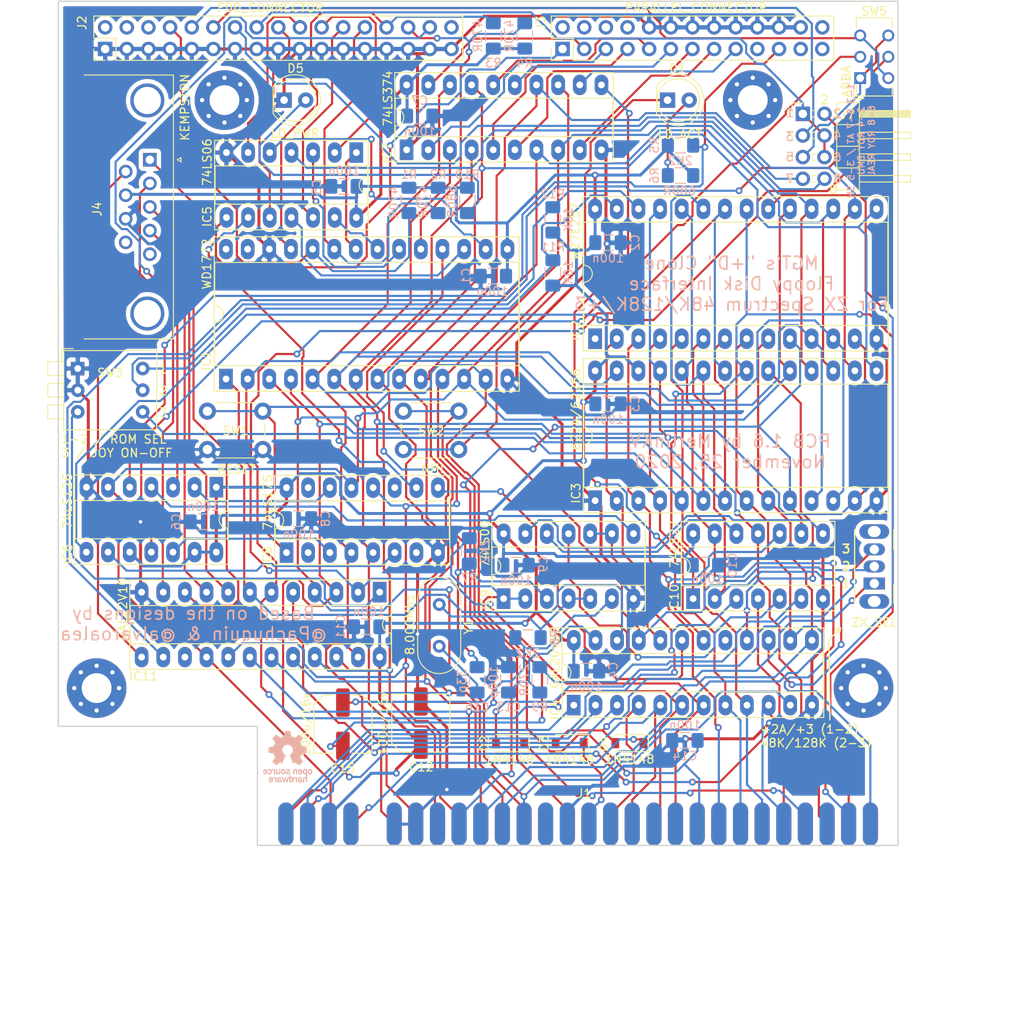
<source format=kicad_pcb>
(kicad_pcb (version 20171130) (host pcbnew "(5.1.6)-1")
  (layers (0 F.Cu signal) (31 B.Cu signal) (34 B.Paste user) (35 F.Paste user) (36 B.SilkS user) (37 F.SilkS user) (38 B.Mask user) (39 F.Mask user) (44 Edge.Cuts user))
  (net 0 "")
  (net 1 GND)
  (net 2 NMI)
  (net 3 FDC_CS)
  (net 4 PRN_STR)
  (net 5 DSK_CS)
  (net 6 PRN_CS)
  (net 7 "Net-(C15-Pad2)")
  (net 8 /DS1)
  (net 9 RAM_CS)
  (net 10 ROM_CS)
  (net 11 "Net-(D1-Pad2)")
  (net 12 "Net-(D1-Pad1)")
  (net 13 "Net-(D5-Pad2)")
  (net 14 /INDEX)
  (net 15 /MOTOR_ON)
  (net 16 /DIR)
  (net 17 /STEP)
  (net 18 /HEAD)
  (net 19 ALT_MOTOR_ON)
  (net 20 /TRACK_0)
  (net 21 "Net-(C13-Pad2)")
  (net 22 "Net-(IC5-Pad9)")
  (net 23 "Net-(IC5-Pad4)")
  (net 24 "Net-(IC6-Pad12)")
  (net 25 "Net-(IC6-Pad11)")
  (net 26 "Net-(IC6-Pad4)")
  (net 27 "Net-(IC6-Pad9)")
  (net 28 "Net-(IC6-Pad2)")
  (net 29 "Net-(IC6-Pad8)")
  (net 30 "Net-(IC10-Pad8)")
  (net 31 "Net-(IC10-Pad12)")
  (net 32 "Net-(IC9-Pad4)")
  (net 33 "Net-(IC10-Pad5)")
  (net 34 "Net-(IC10-Pad6)")
  (net 35 "Net-(J2-Pad10)")
  (net 36 "Net-(J2-Pad14)")
  (net 37 JOY_EN)
  (net 38 "Net-(J2-Pad2)")
  (net 39 "Net-(J2-Pad4)")
  (net 40 "Net-(J2-Pad6)")
  (net 41 "Net-(J2-Pad34)")
  (net 42 "Net-(J3-Pad2)")
  (net 43 "Net-(J3-Pad4)")
  (net 44 "Net-(J3-Pad6)")
  (net 45 "Net-(J3-Pad8)")
  (net 46 "Net-(J3-Pad19)")
  (net 47 "Net-(J3-Pad23)")
  (net 48 "Net-(J3-Pad25)")
  (net 49 "Net-(J3-Pad26)")
  (net 50 "Net-(J4-Pad5)")
  (net 51 "Net-(J4-Pad9)")
  (net 52 RESET)
  (net 53 D7)
  (net 54 A10)
  (net 55 A11)
  (net 56 A0)
  (net 57 A12)
  (net 58 A7)
  (net 59 M1)
  (net 60 A8)
  (net 61 A9)
  (net 62 D0)
  (net 63 D1)
  (net 64 D2)
  (net 65 D3)
  (net 66 D4)
  (net 67 D5)
  (net 68 RD)
  (net 69 D6)
  (net 70 A3)
  (net 71 A4)
  (net 72 WR)
  (net 73 A15)
  (net 74 A13)
  (net 75 "Net-(J1-Pad13A)")
  (net 76 "Net-(J1-Pad15A)")
  (net 77 IORQ)
  (net 78 A14)
  (net 79 MREQ)
  (net 80 "Net-(J1-Pad26B)")
  (net 81 "Net-(J1-Pad18B)")
  (net 82 A5)
  (net 83 "Net-(J1-Pad22A)")
  (net 84 "Net-(J1-Pad20A)")
  (net 85 "Net-(J1-Pad8B)")
  (net 86 "Net-(J1-Pad25A)")
  (net 87 "Net-(J1-Pad28A)")
  (net 88 "Net-(J1-Pad17B)")
  (net 89 "Net-(J1-Pad19B)")
  (net 90 A6)
  (net 91 A2)
  (net 92 "Net-(J1-Pad23A)")
  (net 93 "Net-(J1-Pad16B)")
  (net 94 A1)
  (net 95 "Net-(J1-Pad13B)")
  (net 96 "Net-(J1-Pad21A)")
  (net 97 /DS0)
  (net 98 /GATE_WRITE)
  (net 99 /DATA_WRITE)
  (net 100 /WRITE_PROT)
  (net 101 /DATA_READ)
  (net 102 /WDWG)
  (net 103 /WDSTEP)
  (net 104 /WDDIRC)
  (net 105 /WDWD)
  (net 106 /WDMOTOR)
  (net 107 /P1)
  (net 108 /P21)
  (net 109 /P17)
  (net 110 /P15)
  (net 111 /P13)
  (net 112 /P11)
  (net 113 /P9)
  (net 114 /P7)
  (net 115 /P5)
  (net 116 /P3)
  (net 117 J6-FIRE)
  (net 118 J4-RIGHT)
  (net 119 J3-LEFT)
  (net 120 J2-DOWN)
  (net 121 J1-UP)
  (net 122 ROM48)
  (net 123 ROMOE2)
  (net 124 ROMOE1)
  (net 125 ROMA14)
  (net 126 ROMA13)
  (net 127 +5V)
  (net 128 "Net-(D2-Pad2)")
  (net 129 "Net-(D3-Pad2)")
  (net 130 "Net-(J1-Pad4B)")
  (net 131 "Net-(C15-Pad1)")
  (net 132 "Net-(C16-Pad2)")
  (net 133 "Net-(C16-Pad1)")
  (net 134 "Net-(IC1-Pad28)")
  (net 135 "Net-(IC1-Pad27)")
  (net 136 "Net-(IC2-Pad1)")
  (net 137 "Net-(IC4-Pad17)")
  (net 138 "Net-(IC8-Pad15)")
  (net 139 "Net-(IC8-Pad7)")
  (net 140 "Net-(IC8-Pad11)")
  (net 141 "Net-(IC8-Pad2)")
  (net 142 "Net-(IC11-Pad15)")
  (module Diode_SMD:D_SOD-123 (layer F.Cu) (at 130.514 112.459 180)
    (fp_text reference D4 (at 2.9802 -0.0634 90) (layer F.SilkS))
    (fp_text value 1N4148 (at -0.0424 -1.8922) (layer F.SilkS))
    (pad 2 smd rect (at 1.65 0 180) (size 0.9 1.2) (layers F.Cu F.Paste F.Mask) (net 129 "Net-(D3-Pad2)"))
    (pad 1 smd rect (at -1.65 0 180) (size 0.9 1.2) (layers F.Cu F.Paste F.Mask) (net 124 ROMOE1))
  )
  (module Diode_SMD:D_SOD-123 (layer F.Cu) (at 123.514 112.459 180)
    (fp_text reference D3 (at 2.9906 -0.0126 90) (layer F.SilkS))
    (fp_text value 1N4148 (at 0.0188 -1.9176) (layer F.SilkS))
    (pad 2 smd rect (at 1.65 0 180) (size 0.9 1.2) (layers F.Cu F.Paste F.Mask) (net 129 "Net-(D3-Pad2)"))
    (pad 1 smd rect (at -1.65 0 180) (size 0.9 1.2) (layers F.Cu F.Paste F.Mask) (net 123 ROMOE2))
  )
  (module Diode_SMD:D_SOD-123 (layer F.Cu) (at 116.514 112.459 180)
    (fp_text reference D2 (at 3.001 -0.038 90) (layer F.SilkS))
    (fp_text value 1N4148 (at 0.08 -1.943) (layer F.SilkS))
    (pad 2 smd rect (at 1.65 0 180) (size 0.9 1.2) (layers F.Cu F.Paste F.Mask) (net 128 "Net-(D2-Pad2)"))
    (pad 1 smd rect (at -1.65 0 180) (size 0.9 1.2) (layers F.Cu F.Paste F.Mask) (net 122 ROM48))
  )
  (module Capacitor_SMD:C_1206_3216Metric_Pad1.42x1.75mm_HandSolder (layer B.Cu) (at 116.332 105.029 270)
    (fp_text reference C13 (at 3.175 0) (layer B.SilkS) (effects (justify mirror)))
    (fp_text value 100p (at 0.254 1.778 90) (layer B.SilkS) (effects (justify mirror)))
    (pad 2 smd roundrect (at 1.4875 0 270) (size 1.425 1.75) (layers B.Cu B.Paste B.Mask) (roundrect_rratio 0.175439) (net 21 "Net-(C13-Pad2)"))
    (pad 1 smd roundrect (at -1.4875 0 270) (size 1.425 1.75) (layers B.Cu B.Paste B.Mask) (roundrect_rratio 0.175439) (net 1 GND))
  )
  (module Resistor_SMD:R_1206_3216Metric_Pad1.42x1.75mm_HandSolder (layer B.Cu) (at 121.539 51.054 270)
    (fp_text reference R12 (at -3.048 0 180) (layer B.SilkS) (effects (justify mirror)))
    (fp_text value 10K (at 0 -1.82 270) (layer B.SilkS) (effects (justify mirror)))
    (pad 2 smd roundrect (at 1.4875 0 270) (size 1.425 1.75) (layers B.Cu B.Paste B.Mask) (roundrect_rratio 0.175439) (net 127 +5V))
    (pad 1 smd roundrect (at -1.4875 0 270) (size 1.425 1.75) (layers B.Cu B.Paste B.Mask) (roundrect_rratio 0.175439) (net 126 ROMA13))
  )
  (module Resistor_SMD:R_1206_3216Metric_Pad1.42x1.75mm_HandSolder (layer B.Cu) (at 121.539 57.277 270)
    (fp_text reference R11 (at -3.048 0 180) (layer B.SilkS) (effects (justify mirror)))
    (fp_text value 10K (at 0 -1.82 270) (layer B.SilkS) (effects (justify mirror)))
    (pad 2 smd roundrect (at 1.4875 0 270) (size 1.425 1.75) (layers B.Cu B.Paste B.Mask) (roundrect_rratio 0.175439) (net 127 +5V))
    (pad 1 smd roundrect (at -1.4875 0 270) (size 1.425 1.75) (layers B.Cu B.Paste B.Mask) (roundrect_rratio 0.175439) (net 125 ROMA14))
  )
  (module Resistor_SMD:R_1206_3216Metric_Pad1.42x1.75mm_HandSolder (layer B.Cu) (at 111.506 48.768 90)
    (fp_text reference R10 (at 3.048 0) (layer B.SilkS) (effects (justify mirror)))
    (fp_text value 680R (at -0.127 -1.778 90) (layer B.SilkS) (effects (justify mirror)))
    (pad 2 smd roundrect (at 1.4875 0 90) (size 1.425 1.75) (layers B.Cu B.Paste B.Mask) (roundrect_rratio 0.175439) (net 127 +5V))
    (pad 1 smd roundrect (at -1.4875 0 90) (size 1.425 1.75) (layers B.Cu B.Paste B.Mask) (roundrect_rratio 0.175439) (net 13 "Net-(D5-Pad2)"))
  )
  (module Resistor_SMD:R_1206_3216Metric_Pad1.42x1.75mm_HandSolder (layer B.Cu) (at 120.015 105.029 90)
    (fp_text reference R9 (at -3.175 0) (layer B.SilkS) (effects (justify mirror)))
    (fp_text value 270R (at 0 -1.82 90) (layer B.SilkS) (effects (justify mirror)))
    (pad 2 smd roundrect (at 1.4875 0 90) (size 1.425 1.75) (layers B.Cu B.Paste B.Mask) (roundrect_rratio 0.175439) (net 34 "Net-(IC10-Pad6)"))
    (pad 1 smd roundrect (at -1.4875 0 90) (size 1.425 1.75) (layers B.Cu B.Paste B.Mask) (roundrect_rratio 0.175439) (net 21 "Net-(C13-Pad2)"))
  )
  (module Resistor_SMD:R_1206_3216Metric_Pad1.42x1.75mm_HandSolder (layer B.Cu) (at 118.618 100.076 180)
    (fp_text reference R8 (at -3.175 0 90) (layer B.SilkS) (effects (justify mirror)))
    (fp_text value 2K2 (at 0 -1.82) (layer B.SilkS) (effects (justify mirror)))
    (pad 2 smd roundrect (at 1.4875 0 180) (size 1.425 1.75) (layers B.Cu B.Paste B.Mask) (roundrect_rratio 0.175439) (net 131 "Net-(C15-Pad1)"))
    (pad 1 smd roundrect (at -1.4875 0 180) (size 1.425 1.75) (layers B.Cu B.Paste B.Mask) (roundrect_rratio 0.175439) (net 32 "Net-(IC9-Pad4)"))
  )
  (module Resistor_SMD:R_1206_3216Metric_Pad1.42x1.75mm_HandSolder (layer B.Cu) (at 111.735 89.8906 270)
    (fp_text reference R7 (at 3.175 0) (layer B.SilkS) (effects (justify mirror)))
    (fp_text value 2K2 (at 0 -1.82 90) (layer B.SilkS) (effects (justify mirror)))
    (pad 2 smd roundrect (at 1.4875 0 270) (size 1.425 1.75) (layers B.Cu B.Paste B.Mask) (roundrect_rratio 0.175439) (net 132 "Net-(C16-Pad2)"))
    (pad 1 smd roundrect (at -1.4875 0 270) (size 1.425 1.75) (layers B.Cu B.Paste B.Mask) (roundrect_rratio 0.175439) (net 7 "Net-(C15-Pad2)"))
  )
  (module Resistor_SMD:R_1206_3216Metric_Pad1.42x1.75mm_HandSolder (layer B.Cu) (at 136.525 45.847)
    (fp_text reference R6 (at -3.048 0 90) (layer B.SilkS) (effects (justify mirror)))
    (fp_text value 680R (at -0.127 1.778) (layer B.SilkS) (effects (justify mirror)))
    (pad 2 smd roundrect (at 1.4875 0) (size 1.425 1.75) (layers B.Cu B.Paste B.Mask) (roundrect_rratio 0.175439) (net 127 +5V))
    (pad 1 smd roundrect (at -1.4875 0) (size 1.425 1.75) (layers B.Cu B.Paste B.Mask) (roundrect_rratio 0.175439) (net 11 "Net-(D1-Pad2)"))
  )
  (module Resistor_SMD:R_1206_3216Metric_Pad1.42x1.75mm_HandSolder (layer B.Cu) (at 136.525 42.291 180)
    (fp_text reference R5 (at 3.048 0 90) (layer B.SilkS) (effects (justify mirror)))
    (fp_text value 2K2 (at 0 -1.82) (layer B.SilkS) (effects (justify mirror)))
    (pad 2 smd roundrect (at 1.4875 0 180) (size 1.425 1.75) (layers B.Cu B.Paste B.Mask) (roundrect_rratio 0.175439) (net 127 +5V))
    (pad 1 smd roundrect (at -1.4875 0 180) (size 1.425 1.75) (layers B.Cu B.Paste B.Mask) (roundrect_rratio 0.175439) (net 108 /P21))
  )
  (module Resistor_SMD:R_1206_3216Metric_Pad1.42x1.75mm_HandSolder (layer B.Cu) (at 118.237 29.464 90)
    (fp_text reference R4 (at -3.175 0) (layer B.SilkS) (effects (justify mirror)))
    (fp_text value 470R (at 0 -1.82 90) (layer B.SilkS) (effects (justify mirror)))
    (pad 2 smd roundrect (at 1.4875 0 90) (size 1.425 1.75) (layers B.Cu B.Paste B.Mask) (roundrect_rratio 0.175439) (net 101 /DATA_READ))
    (pad 1 smd roundrect (at -1.4875 0 90) (size 1.425 1.75) (layers B.Cu B.Paste B.Mask) (roundrect_rratio 0.175439) (net 127 +5V))
  )
  (module Resistor_SMD:R_1206_3216Metric_Pad1.42x1.75mm_HandSolder (layer B.Cu) (at 114.554 29.464 90)
    (fp_text reference R3 (at -3.175 0) (layer B.SilkS) (effects (justify mirror)))
    (fp_text value 470R (at 0 -1.82 90) (layer B.SilkS) (effects (justify mirror)))
    (pad 2 smd roundrect (at 1.4875 0 90) (size 1.425 1.75) (layers B.Cu B.Paste B.Mask) (roundrect_rratio 0.175439) (net 100 /WRITE_PROT))
    (pad 1 smd roundrect (at -1.4875 0 90) (size 1.425 1.75) (layers B.Cu B.Paste B.Mask) (roundrect_rratio 0.175439) (net 127 +5V))
  )
  (module Resistor_SMD:R_1206_3216Metric_Pad1.42x1.75mm_HandSolder (layer B.Cu) (at 108.077 48.768 270)
    (fp_text reference R2 (at -3.048 0 180) (layer B.SilkS) (effects (justify mirror)))
    (fp_text value 470R (at 0.127 1.778 270) (layer B.SilkS) (effects (justify mirror)))
    (pad 2 smd roundrect (at 1.4875 0 270) (size 1.425 1.75) (layers B.Cu B.Paste B.Mask) (roundrect_rratio 0.175439) (net 20 /TRACK_0))
    (pad 1 smd roundrect (at -1.4875 0 270) (size 1.425 1.75) (layers B.Cu B.Paste B.Mask) (roundrect_rratio 0.175439) (net 127 +5V))
  )
  (module Resistor_SMD:R_1206_3216Metric_Pad1.42x1.75mm_HandSolder (layer B.Cu) (at 104.648 48.768 270)
    (fp_text reference R1 (at -3.048 0) (layer B.SilkS) (effects (justify mirror)))
    (fp_text value 470R (at 0.254 1.778 90) (layer B.SilkS) (effects (justify mirror)))
    (pad 2 smd roundrect (at 1.4875 0 270) (size 1.425 1.75) (layers B.Cu B.Paste B.Mask) (roundrect_rratio 0.175439) (net 14 /INDEX))
    (pad 1 smd roundrect (at -1.4875 0 270) (size 1.425 1.75) (layers B.Cu B.Paste B.Mask) (roundrect_rratio 0.175439) (net 127 +5V))
  )
  (module Capacitor_SMD:C_1206_3216Metric_Pad1.42x1.75mm_HandSolder (layer B.Cu) (at 112.649 105.029 90)
    (fp_text reference C16 (at -3.175 0) (layer B.SilkS) (effects (justify mirror)))
    (fp_text value 33p (at -0.127 -1.778 90) (layer B.SilkS) (effects (justify mirror)))
    (pad 2 smd roundrect (at 1.4875 0 90) (size 1.425 1.75) (layers B.Cu B.Paste B.Mask) (roundrect_rratio 0.175439) (net 132 "Net-(C16-Pad2)"))
    (pad 1 smd roundrect (at -1.4875 0 90) (size 1.425 1.75) (layers B.Cu B.Paste B.Mask) (roundrect_rratio 0.175439) (net 133 "Net-(C16-Pad1)"))
  )
  (module Capacitor_SMD:C_1206_3216Metric_Pad1.42x1.75mm_HandSolder (layer B.Cu) (at 137.033 112.141)
    (fp_text reference C14 (at 0 1.82) (layer B.SilkS) (effects (justify mirror)))
    (fp_text value 100n (at 0 -1.82) (layer B.SilkS) (effects (justify mirror)))
    (pad 2 smd roundrect (at 1.4875 0) (size 1.425 1.75) (layers B.Cu B.Paste B.Mask) (roundrect_rratio 0.175439) (net 52 RESET))
    (pad 1 smd roundrect (at -1.4875 0) (size 1.425 1.75) (layers B.Cu B.Paste B.Mask) (roundrect_rratio 0.175439) (net 1 GND))
  )
  (module Capacitor_SMD:C_1206_3216Metric_Pad1.42x1.75mm_HandSolder (layer B.Cu) (at 99.695 98.806)
    (fp_text reference C11 (at -3.048 0 270) (layer B.SilkS) (effects (justify mirror)))
    (fp_text value 100n (at 0.254 -1.778 180) (layer B.SilkS) (effects (justify mirror)))
    (pad 2 smd roundrect (at 1.4875 0) (size 1.425 1.75) (layers B.Cu B.Paste B.Mask) (roundrect_rratio 0.175439) (net 127 +5V))
    (pad 1 smd roundrect (at -1.4875 0) (size 1.425 1.75) (layers B.Cu B.Paste B.Mask) (roundrect_rratio 0.175439) (net 1 GND))
  )
  (module Capacitor_SMD:C_1206_3216Metric_Pad1.42x1.75mm_HandSolder (layer B.Cu) (at 139.446 91.567 180)
    (fp_text reference C10 (at -3.175 0 270) (layer B.SilkS) (effects (justify mirror)))
    (fp_text value 100n (at -0.254 -1.651 180) (layer B.SilkS) (effects (justify mirror)))
    (pad 2 smd roundrect (at 1.4875 0 180) (size 1.425 1.75) (layers B.Cu B.Paste B.Mask) (roundrect_rratio 0.175439) (net 127 +5V))
    (pad 1 smd roundrect (at -1.4875 0 180) (size 1.425 1.75) (layers B.Cu B.Paste B.Mask) (roundrect_rratio 0.175439) (net 1 GND))
  )
  (module Capacitor_SMD:C_1206_3216Metric_Pad1.42x1.75mm_HandSolder (layer B.Cu) (at 117.221 91.567 180)
    (fp_text reference C9 (at -3.175 0.127 90) (layer B.SilkS) (effects (justify mirror)))
    (fp_text value 100n (at 0 -1.778 180) (layer B.SilkS) (effects (justify mirror)))
    (pad 2 smd roundrect (at 1.4875 0 180) (size 1.425 1.75) (layers B.Cu B.Paste B.Mask) (roundrect_rratio 0.175439) (net 127 +5V))
    (pad 1 smd roundrect (at -1.4875 0 180) (size 1.425 1.75) (layers B.Cu B.Paste B.Mask) (roundrect_rratio 0.175439) (net 1 GND))
  )
  (module Capacitor_SMD:C_1206_3216Metric_Pad1.42x1.75mm_HandSolder (layer B.Cu) (at 91.694 86.106 180)
    (fp_text reference C8 (at -3.175 0 90) (layer B.SilkS) (effects (justify mirror)))
    (fp_text value 100n (at 0 -1.82) (layer B.SilkS) (effects (justify mirror)))
    (pad 2 smd roundrect (at 1.4875 0 180) (size 1.425 1.75) (layers B.Cu B.Paste B.Mask) (roundrect_rratio 0.175439) (net 127 +5V))
    (pad 1 smd roundrect (at -1.4875 0 180) (size 1.425 1.75) (layers B.Cu B.Paste B.Mask) (roundrect_rratio 0.175439) (net 1 GND))
  )
  (module Capacitor_SMD:C_1206_3216Metric_Pad1.42x1.75mm_HandSolder (layer B.Cu) (at 105.918 38.862 180)
    (fp_text reference C7 (at 0 1.82) (layer B.SilkS) (effects (justify mirror)))
    (fp_text value 100n (at 0 -1.82) (layer B.SilkS) (effects (justify mirror)))
    (pad 2 smd roundrect (at 1.4875 0 180) (size 1.425 1.75) (layers B.Cu B.Paste B.Mask) (roundrect_rratio 0.175439) (net 127 +5V))
    (pad 1 smd roundrect (at -1.4875 0 180) (size 1.425 1.75) (layers B.Cu B.Paste B.Mask) (roundrect_rratio 0.175439) (net 1 GND))
  )
  (module Capacitor_SMD:C_1206_3216Metric_Pad1.42x1.75mm_HandSolder (layer B.Cu) (at 80.518 86.487)
    (fp_text reference C6 (at -3.175 0 270) (layer B.SilkS) (effects (justify mirror)))
    (fp_text value 100n (at 0 -1.82) (layer B.SilkS) (effects (justify mirror)))
    (pad 2 smd roundrect (at 1.4875 0) (size 1.425 1.75) (layers B.Cu B.Paste B.Mask) (roundrect_rratio 0.175439) (net 127 +5V))
    (pad 1 smd roundrect (at -1.4875 0) (size 1.425 1.75) (layers B.Cu B.Paste B.Mask) (roundrect_rratio 0.175439) (net 1 GND))
  )
  (module Capacitor_SMD:C_1206_3216Metric_Pad1.42x1.75mm_HandSolder (layer B.Cu) (at 97.028 47.117)
    (fp_text reference C5 (at -3.175 0.127 270) (layer B.SilkS) (effects (justify mirror)))
    (fp_text value 100n (at 0 -1.82 180) (layer B.SilkS) (effects (justify mirror)))
    (pad 2 smd roundrect (at 1.4875 0) (size 1.425 1.75) (layers B.Cu B.Paste B.Mask) (roundrect_rratio 0.175439) (net 127 +5V))
    (pad 1 smd roundrect (at -1.4875 0) (size 1.425 1.75) (layers B.Cu B.Paste B.Mask) (roundrect_rratio 0.175439) (net 1 GND))
  )
  (module Capacitor_SMD:C_1206_3216Metric_Pad1.42x1.75mm_HandSolder (layer B.Cu) (at 125.476 104.013 180)
    (fp_text reference C4 (at -3.175 0.127 90) (layer B.SilkS) (effects (justify mirror)))
    (fp_text value 100n (at 0 -1.778) (layer B.SilkS) (effects (justify mirror)))
    (pad 2 smd roundrect (at 1.4875 0 180) (size 1.425 1.75) (layers B.Cu B.Paste B.Mask) (roundrect_rratio 0.175439) (net 127 +5V))
    (pad 1 smd roundrect (at -1.4875 0 180) (size 1.425 1.75) (layers B.Cu B.Paste B.Mask) (roundrect_rratio 0.175439) (net 1 GND))
  )
  (module Capacitor_SMD:C_1206_3216Metric_Pad1.42x1.75mm_HandSolder (layer B.Cu) (at 128.016 72.644 180)
    (fp_text reference C3 (at -3.175 0 90) (layer B.SilkS) (effects (justify mirror)))
    (fp_text value 100n (at 0 -1.82 180) (layer B.SilkS) (effects (justify mirror)))
    (pad 2 smd roundrect (at 1.4875 0 180) (size 1.425 1.75) (layers B.Cu B.Paste B.Mask) (roundrect_rratio 0.175439) (net 127 +5V))
    (pad 1 smd roundrect (at -1.4875 0 180) (size 1.425 1.75) (layers B.Cu B.Paste B.Mask) (roundrect_rratio 0.175439) (net 1 GND))
  )
  (module Capacitor_SMD:C_1206_3216Metric_Pad1.42x1.75mm_HandSolder (layer B.Cu) (at 128.016 53.721 180)
    (fp_text reference C2 (at -3.175 0 270) (layer B.SilkS) (effects (justify mirror)))
    (fp_text value 100n (at 0 -1.82 180) (layer B.SilkS) (effects (justify mirror)))
    (pad 2 smd roundrect (at 1.4875 0 180) (size 1.425 1.75) (layers B.Cu B.Paste B.Mask) (roundrect_rratio 0.175439) (net 127 +5V))
    (pad 1 smd roundrect (at -1.4875 0 180) (size 1.425 1.75) (layers B.Cu B.Paste B.Mask) (roundrect_rratio 0.175439) (net 1 GND))
  )
  (module Capacitor_SMD:C_1206_3216Metric_Pad1.42x1.75mm_HandSolder (layer B.Cu) (at 114.554 57.658)
    (fp_text reference C1 (at -3.175 0 270) (layer B.SilkS) (effects (justify mirror)))
    (fp_text value 100n (at -0.127 1.778 180) (layer B.SilkS) (effects (justify mirror)))
    (pad 2 smd roundrect (at 1.4875 0) (size 1.425 1.75) (layers B.Cu B.Paste B.Mask) (roundrect_rratio 0.175439) (net 127 +5V))
    (pad 1 smd roundrect (at -1.4875 0) (size 1.425 1.75) (layers B.Cu B.Paste B.Mask) (roundrect_rratio 0.175439) (net 1 GND))
  )
  (module MountingHole:MountingHole_3.5mm_Pad_Via (layer F.Cu) (at 145 37)
    (fp_text reference HOLE4 hide)
    (fp_text value MountingHole_3.5mm_Pad_Via)
    (pad 1 thru_hole circle (at 1.856155 -1.856155) (size 0.8 0.8) (drill 0.5) (layers *.Cu *.Mask))
    (pad 1 thru_hole circle (at 0 -2.625) (size 0.8 0.8) (drill 0.5) (layers *.Cu *.Mask))
    (pad 1 thru_hole circle (at -1.856155 -1.856155) (size 0.8 0.8) (drill 0.5) (layers *.Cu *.Mask))
    (pad 1 thru_hole circle (at -2.625 0) (size 0.8 0.8) (drill 0.5) (layers *.Cu *.Mask))
    (pad 1 thru_hole circle (at -1.856155 1.856155) (size 0.8 0.8) (drill 0.5) (layers *.Cu *.Mask))
    (pad 1 thru_hole circle (at 0 2.625) (size 0.8 0.8) (drill 0.5) (layers *.Cu *.Mask))
    (pad 1 thru_hole circle (at 1.856155 1.856155) (size 0.8 0.8) (drill 0.5) (layers *.Cu *.Mask))
    (pad 1 thru_hole circle (at 2.625 0) (size 0.8 0.8) (drill 0.5) (layers *.Cu *.Mask))
    (pad 1 thru_hole circle (at 0 0) (size 7 7) (drill 3.5) (layers *.Cu *.Mask))
  )
  (module Connector_PinHeader_2.54mm:PinHeader_2x04_P2.54mm_Horizontal (layer F.Cu) (at 150.876 38.608)
    (fp_text reference J7 (at 5.207 0.127) (layer F.SilkS))
    (fp_text value CABLE-READY)
    (pad 8 thru_hole oval (at 2.54 7.62) (size 1.7 1.7) (drill 1) (layers *.Cu *.Mask) (net 23 "Net-(IC5-Pad4)"))
    (pad 7 thru_hole oval (at 0 7.62) (size 1.7 1.7) (drill 1) (layers *.Cu *.Mask) (net 36 "Net-(J2-Pad14)"))
    (pad 6 thru_hole oval (at 2.54 5.08) (size 1.7 1.7) (drill 1) (layers *.Cu *.Mask) (net 15 /MOTOR_ON))
    (pad 5 thru_hole oval (at 0 5.08) (size 1.7 1.7) (drill 1) (layers *.Cu *.Mask) (net 97 /DS0))
    (pad 4 thru_hole oval (at 2.54 2.54) (size 1.7 1.7) (drill 1) (layers *.Cu *.Mask) (net 15 /MOTOR_ON))
    (pad 3 thru_hole oval (at 0 2.54) (size 1.7 1.7) (drill 1) (layers *.Cu *.Mask) (net 35 "Net-(J2-Pad10)"))
    (pad 2 thru_hole oval (at 2.54 0) (size 1.7 1.7) (drill 1) (layers *.Cu *.Mask) (net 19 ALT_MOTOR_ON))
    (pad 1 thru_hole rect (at 0 0) (size 1.7 1.7) (drill 1) (layers *.Cu *.Mask) (net 15 /MOTOR_ON))
  )
  (module MountingHole:MountingHole_3.5mm_Pad_Via (layer F.Cu) (at 83 37)
    (fp_text reference HOLE2 hide)
    (fp_text value MountingHole_3.5mm_Pad_Via)
    (pad 1 thru_hole circle (at 0 0) (size 7 7) (drill 3.5) (layers *.Cu *.Mask))
    (pad 1 thru_hole circle (at 2.625 0) (size 0.8 0.8) (drill 0.5) (layers *.Cu *.Mask))
    (pad 1 thru_hole circle (at 1.856155 1.856155) (size 0.8 0.8) (drill 0.5) (layers *.Cu *.Mask))
    (pad 1 thru_hole circle (at 0 2.625) (size 0.8 0.8) (drill 0.5) (layers *.Cu *.Mask))
    (pad 1 thru_hole circle (at -1.856155 1.856155) (size 0.8 0.8) (drill 0.5) (layers *.Cu *.Mask))
    (pad 1 thru_hole circle (at -2.625 0) (size 0.8 0.8) (drill 0.5) (layers *.Cu *.Mask))
    (pad 1 thru_hole circle (at -1.856155 -1.856155) (size 0.8 0.8) (drill 0.5) (layers *.Cu *.Mask))
    (pad 1 thru_hole circle (at 0 -2.625) (size 0.8 0.8) (drill 0.5) (layers *.Cu *.Mask))
    (pad 1 thru_hole circle (at 1.856155 -1.856155) (size 0.8 0.8) (drill 0.5) (layers *.Cu *.Mask))
  )
  (module Capacitor_SMD:C_Elec_6.3x5.4 (layer F.Cu) (at 106.045 110.109 90)
    (fp_text reference C12 (at -5.1562 0.0508) (layer F.SilkS))
    (fp_text value 100u/16v (at 0 -4.416 90) (layer F.SilkS))
    (pad 2 smd roundrect (at 2.5375 0 90) (size 3.325 1.6) (layers F.Cu F.Paste F.Mask) (roundrect_rratio 0.15625) (net 1 GND))
    (pad 1 smd roundrect (at -2.5375 0 90) (size 3.325 1.6) (layers F.Cu F.Paste F.Mask) (roundrect_rratio 0.15625) (net 127 +5V))
  )
  (module Capacitor_SMD:C_Elec_6.3x5.4 (layer F.Cu) (at 96.901 110.236 270)
    (fp_text reference C15 (at 5.1816 0.0254) (layer F.SilkS))
    (fp_text value 100u/16v (at 0 4.35 90) (layer F.SilkS))
    (pad 2 smd roundrect (at 2.5375 0 270) (size 3.325 1.6) (layers F.Cu F.Paste F.Mask) (roundrect_rratio 0.15625) (net 7 "Net-(C15-Pad2)"))
    (pad 1 smd roundrect (at -2.5375 0 270) (size 3.325 1.6) (layers F.Cu F.Paste F.Mask) (roundrect_rratio 0.15625) (net 131 "Net-(C15-Pad1)"))
  )
  (module Button_Switch_THT:SW_CuK_JS202011AQN_DPDT_Angled (layer F.Cu) (at 157.607 34.417 90)
    (fp_text reference SW5 (at 7.874 1.651) (layer F.SilkS))
    (fp_text value ABBA (at -0.381 -1.651 90) (layer F.SilkS))
    (pad 6 thru_hole circle (at 5 3.3 90) (size 1.4 1.4) (drill 0.9) (layers *.Cu *.Mask) (net 97 /DS0))
    (pad 5 thru_hole circle (at 2.5 3.3 90) (size 1.4 1.4) (drill 0.9) (layers *.Cu *.Mask) (net 29 "Net-(IC6-Pad8)"))
    (pad 4 thru_hole circle (at 0 3.3 90) (size 1.4 1.4) (drill 0.9) (layers *.Cu *.Mask) (net 8 /DS1))
    (pad 3 thru_hole circle (at 5 0 90) (size 1.4 1.4) (drill 0.9) (layers *.Cu *.Mask) (net 8 /DS1))
    (pad 2 thru_hole circle (at 2.5 0 90) (size 1.4 1.4) (drill 0.9) (layers *.Cu *.Mask) (net 25 "Net-(IC6-Pad11)"))
    (pad 1 thru_hole rect (at 0 0 90) (size 1.4 1.4) (drill 0.9) (layers *.Cu *.Mask) (net 97 /DS0))
  )
  (module Package_DIP:DIP-28_W15.24mm_Socket_LongPads (layer F.Cu) (at 126.5 65 90)
    (fp_text reference IC2 (at 0.9666 -2.2686 90) (layer F.SilkS))
    (fp_text value W27E257 (at 12.5998 -2.3448 90) (layer F.SilkS))
    (pad 28 thru_hole oval (at 15.24 0 90) (size 2.4 1.6) (drill 0.8) (layers *.Cu *.Mask) (net 127 +5V))
    (pad 14 thru_hole oval (at 0 33.02 90) (size 2.4 1.6) (drill 0.8) (layers *.Cu *.Mask) (net 1 GND))
    (pad 27 thru_hole oval (at 15.24 2.54 90) (size 2.4 1.6) (drill 0.8) (layers *.Cu *.Mask) (net 125 ROMA14))
    (pad 13 thru_hole oval (at 0 30.48 90) (size 2.4 1.6) (drill 0.8) (layers *.Cu *.Mask) (net 64 D2))
    (pad 26 thru_hole oval (at 15.24 5.08 90) (size 2.4 1.6) (drill 0.8) (layers *.Cu *.Mask) (net 126 ROMA13))
    (pad 12 thru_hole oval (at 0 27.94 90) (size 2.4 1.6) (drill 0.8) (layers *.Cu *.Mask) (net 63 D1))
    (pad 25 thru_hole oval (at 15.24 7.62 90) (size 2.4 1.6) (drill 0.8) (layers *.Cu *.Mask) (net 60 A8))
    (pad 11 thru_hole oval (at 0 25.4 90) (size 2.4 1.6) (drill 0.8) (layers *.Cu *.Mask) (net 62 D0))
    (pad 24 thru_hole oval (at 15.24 10.16 90) (size 2.4 1.6) (drill 0.8) (layers *.Cu *.Mask) (net 61 A9))
    (pad 10 thru_hole oval (at 0 22.86 90) (size 2.4 1.6) (drill 0.8) (layers *.Cu *.Mask) (net 56 A0))
    (pad 23 thru_hole oval (at 15.24 12.7 90) (size 2.4 1.6) (drill 0.8) (layers *.Cu *.Mask) (net 55 A11))
    (pad 9 thru_hole oval (at 0 20.32 90) (size 2.4 1.6) (drill 0.8) (layers *.Cu *.Mask) (net 94 A1))
    (pad 22 thru_hole oval (at 15.24 15.24 90) (size 2.4 1.6) (drill 0.8) (layers *.Cu *.Mask) (net 68 RD))
    (pad 8 thru_hole oval (at 0 17.78 90) (size 2.4 1.6) (drill 0.8) (layers *.Cu *.Mask) (net 91 A2))
    (pad 21 thru_hole oval (at 15.24 17.78 90) (size 2.4 1.6) (drill 0.8) (layers *.Cu *.Mask) (net 54 A10))
    (pad 7 thru_hole oval (at 0 15.24 90) (size 2.4 1.6) (drill 0.8) (layers *.Cu *.Mask) (net 70 A3))
    (pad 20 thru_hole oval (at 15.24 20.32 90) (size 2.4 1.6) (drill 0.8) (layers *.Cu *.Mask) (net 10 ROM_CS))
    (pad 6 thru_hole oval (at 0 12.7 90) (size 2.4 1.6) (drill 0.8) (layers *.Cu *.Mask) (net 71 A4))
    (pad 19 thru_hole oval (at 15.24 22.86 90) (size 2.4 1.6) (drill 0.8) (layers *.Cu *.Mask) (net 53 D7))
    (pad 5 thru_hole oval (at 0 10.16 90) (size 2.4 1.6) (drill 0.8) (layers *.Cu *.Mask) (net 82 A5))
    (pad 18 thru_hole oval (at 15.24 25.4 90) (size 2.4 1.6) (drill 0.8) (layers *.Cu *.Mask) (net 69 D6))
    (pad 4 thru_hole oval (at 0 7.62 90) (size 2.4 1.6) (drill 0.8) (layers *.Cu *.Mask) (net 90 A6))
    (pad 17 thru_hole oval (at 15.24 27.94 90) (size 2.4 1.6) (drill 0.8) (layers *.Cu *.Mask) (net 67 D5))
    (pad 3 thru_hole oval (at 0 5.08 90) (size 2.4 1.6) (drill 0.8) (layers *.Cu *.Mask) (net 58 A7))
    (pad 16 thru_hole oval (at 15.24 30.48 90) (size 2.4 1.6) (drill 0.8) (layers *.Cu *.Mask) (net 66 D4))
    (pad 2 thru_hole oval (at 0 2.54 90) (size 2.4 1.6) (drill 0.8) (layers *.Cu *.Mask) (net 57 A12))
    (pad 15 thru_hole oval (at 15.24 33.02 90) (size 2.4 1.6) (drill 0.8) (layers *.Cu *.Mask) (net 65 D3))
    (pad 1 thru_hole rect (at 0 0 90) (size 2.4 1.6) (drill 0.8) (layers *.Cu *.Mask) (net 136 "Net-(IC2-Pad1)"))
  )
  (module Button_Switch_THT:SW_CuK_OS102011MA1QN1_SPDT_Angled (layer F.Cu) (at 159.258 93.726 90)
    (fp_text reference SW4 hide)
    (fp_text value ZX_SEL (at -4.572 0) (layer F.SilkS))
    (pad "" thru_hole oval (at 6.1 0 90) (size 1.7 3.5) (drill oval 1.3 1.5) (layers *.Cu *.Mask))
    (pad "" thru_hole oval (at -2.1 0 90) (size 1.7 3.5) (drill oval 1.3 1.5) (layers *.Cu *.Mask))
    (pad 3 thru_hole oval (at 4 0 90) (size 1.4 2.5) (drill 1.1) (layers *.Cu *.Mask) (net 128 "Net-(D2-Pad2)"))
    (pad 2 thru_hole oval (at 2 0 90) (size 1.4 2.5) (drill 1.1) (layers *.Cu *.Mask) (net 12 "Net-(D1-Pad1)"))
    (pad 1 thru_hole rect (at 0 0 90) (size 1.4 2.5) (drill 1.1) (layers *.Cu *.Mask) (net 129 "Net-(D3-Pad2)"))
  )
  (module Connector_Dsub:DSUB-9_Male_Horizontal_P2.77x2.84mm_EdgePinOffset4.94mm_Housed_MountingHolesOffset7.48mm (layer F.Cu) (at 74.25 44 270)
    (fp_text reference J4 (at 5.784 6.19 90) (layer F.SilkS))
    (fp_text value KEMPSTON (at -6.154 -4.109 90) (layer F.SilkS))
    (pad 0 thru_hole circle (at 18.04 0.3 270) (size 4 4) (drill 3.2) (layers *.Cu *.Mask))
    (pad 0 thru_hole circle (at -6.96 0.3 270) (size 4 4) (drill 3.2) (layers *.Cu *.Mask))
    (pad 9 thru_hole circle (at 9.695 2.84 270) (size 1.6 1.6) (drill 1) (layers *.Cu *.Mask) (net 51 "Net-(J4-Pad9)"))
    (pad 8 thru_hole circle (at 6.925 2.84 270) (size 1.6 1.6) (drill 1) (layers *.Cu *.Mask) (net 1 GND))
    (pad 7 thru_hole circle (at 4.155 2.84 270) (size 1.6 1.6) (drill 1) (layers *.Cu *.Mask) (net 127 +5V))
    (pad 6 thru_hole circle (at 1.385 2.84 270) (size 1.6 1.6) (drill 1) (layers *.Cu *.Mask) (net 117 J6-FIRE))
    (pad 5 thru_hole circle (at 11.08 0 270) (size 1.6 1.6) (drill 1) (layers *.Cu *.Mask) (net 50 "Net-(J4-Pad5)"))
    (pad 4 thru_hole circle (at 8.31 0 270) (size 1.6 1.6) (drill 1) (layers *.Cu *.Mask) (net 118 J4-RIGHT))
    (pad 3 thru_hole circle (at 5.54 0 270) (size 1.6 1.6) (drill 1) (layers *.Cu *.Mask) (net 119 J3-LEFT))
    (pad 2 thru_hole circle (at 2.77 0 270) (size 1.6 1.6) (drill 1) (layers *.Cu *.Mask) (net 120 J2-DOWN))
    (pad 1 thru_hole rect (at 0 0 270) (size 1.6 1.6) (drill 1) (layers *.Cu *.Mask) (net 121 J1-UP))
  )
  (module Button_Switch_THT:SW_DIP_SPSTx03_Piano_10.8x9.18mm_W7.62mm_P2.54mm (layer F.Cu) (at 65.786 68.5)
    (fp_text reference SW3 (at 3.81 0.508) (layer F.SilkS))
    (fp_text value ROMSEL_JOY hide)
    (pad 6 thru_hole oval (at 7.62 0) (size 1.6 1.6) (drill 0.8) (layers *.Cu *.Mask) (net 125 ROMA14))
    (pad 3 thru_hole oval (at 0 5.08) (size 1.6 1.6) (drill 0.8) (layers *.Cu *.Mask) (net 37 JOY_EN))
    (pad 5 thru_hole oval (at 7.62 2.54) (size 1.6 1.6) (drill 0.8) (layers *.Cu *.Mask) (net 126 ROMA13))
    (pad 2 thru_hole oval (at 0 2.54) (size 1.6 1.6) (drill 0.8) (layers *.Cu *.Mask) (net 1 GND))
    (pad 4 thru_hole oval (at 7.62 5.08) (size 1.6 1.6) (drill 0.8) (layers *.Cu *.Mask) (net 82 A5))
    (pad 1 thru_hole rect (at 0 0) (size 1.6 1.6) (drill 0.8) (layers *.Cu *.Mask) (net 1 GND))
  )
  (module Package_DIP:DIP-14_W7.62mm_Socket_LongPads (layer F.Cu) (at 115.762 95.5 90)
    (fp_text reference IC9 (at -0.1056 -2.1732 90) (layer F.SilkS))
    (fp_text value 74LS00 (at 6.4222 -2.1986 90) (layer F.SilkS))
    (pad 14 thru_hole oval (at 7.62 0 90) (size 2.4 1.6) (drill 0.8) (layers *.Cu *.Mask) (net 127 +5V))
    (pad 7 thru_hole oval (at 0 15.24 90) (size 2.4 1.6) (drill 0.8) (layers *.Cu *.Mask) (net 1 GND))
    (pad 13 thru_hole oval (at 7.62 2.54 90) (size 2.4 1.6) (drill 0.8) (layers *.Cu *.Mask) (net 30 "Net-(IC10-Pad8)"))
    (pad 6 thru_hole oval (at 0 12.7 90) (size 2.4 1.6) (drill 0.8) (layers *.Cu *.Mask) (net 131 "Net-(C15-Pad1)"))
    (pad 12 thru_hole oval (at 7.62 5.08 90) (size 2.4 1.6) (drill 0.8) (layers *.Cu *.Mask) (net 31 "Net-(IC10-Pad12)"))
    (pad 5 thru_hole oval (at 0 10.16 90) (size 2.4 1.6) (drill 0.8) (layers *.Cu *.Mask) (net 32 "Net-(IC9-Pad4)"))
    (pad 11 thru_hole oval (at 7.62 7.62 90) (size 2.4 1.6) (drill 0.8) (layers *.Cu *.Mask) (net 33 "Net-(IC10-Pad5)"))
    (pad 4 thru_hole oval (at 0 7.62 90) (size 2.4 1.6) (drill 0.8) (layers *.Cu *.Mask) (net 32 "Net-(IC9-Pad4)"))
    (pad 10 thru_hole oval (at 7.62 10.16 90) (size 2.4 1.6) (drill 0.8) (layers *.Cu *.Mask) (net 4 PRN_STR))
    (pad 3 thru_hole oval (at 0 5.08 90) (size 2.4 1.6) (drill 0.8) (layers *.Cu *.Mask) (net 132 "Net-(C16-Pad2)"))
    (pad 9 thru_hole oval (at 7.62 12.7 90) (size 2.4 1.6) (drill 0.8) (layers *.Cu *.Mask) (net 4 PRN_STR))
    (pad 2 thru_hole oval (at 0 2.54 90) (size 2.4 1.6) (drill 0.8) (layers *.Cu *.Mask) (net 7 "Net-(C15-Pad2)"))
    (pad 8 thru_hole oval (at 7.62 15.24 90) (size 2.4 1.6) (drill 0.8) (layers *.Cu *.Mask) (net 26 "Net-(IC6-Pad4)"))
    (pad 1 thru_hole rect (at 0 0 90) (size 2.4 1.6) (drill 0.8) (layers *.Cu *.Mask) (net 7 "Net-(C15-Pad2)"))
  )
  (module Package_DIP:DIP-24_W7.62mm_Socket_LongPads (layer F.Cu) (at 101.219 94.742 270)
    (fp_text reference IC11 (at 9.8552 27.7114) (layer F.SilkS))
    (fp_text value GAL22V10 (at 1.9558 30.1498 90) (layer F.SilkS))
    (pad 24 thru_hole oval (at 7.62 0 270) (size 2.4 1.6) (drill 0.8) (layers *.Cu *.Mask) (net 127 +5V))
    (pad 12 thru_hole oval (at 0 27.94 270) (size 2.4 1.6) (drill 0.8) (layers *.Cu *.Mask) (net 1 GND))
    (pad 23 thru_hole oval (at 7.62 2.54 270) (size 2.4 1.6) (drill 0.8) (layers *.Cu *.Mask) (net 62 D0))
    (pad 11 thru_hole oval (at 0 25.4 270) (size 2.4 1.6) (drill 0.8) (layers *.Cu *.Mask) (net 120 J2-DOWN))
    (pad 22 thru_hole oval (at 7.62 5.08 270) (size 2.4 1.6) (drill 0.8) (layers *.Cu *.Mask) (net 63 D1))
    (pad 10 thru_hole oval (at 0 22.86 270) (size 2.4 1.6) (drill 0.8) (layers *.Cu *.Mask) (net 121 J1-UP))
    (pad 21 thru_hole oval (at 7.62 7.62 270) (size 2.4 1.6) (drill 0.8) (layers *.Cu *.Mask) (net 64 D2))
    (pad 9 thru_hole oval (at 0 20.32 270) (size 2.4 1.6) (drill 0.8) (layers *.Cu *.Mask) (net 118 J4-RIGHT))
    (pad 20 thru_hole oval (at 7.62 10.16 270) (size 2.4 1.6) (drill 0.8) (layers *.Cu *.Mask) (net 65 D3))
    (pad 8 thru_hole oval (at 0 17.78 270) (size 2.4 1.6) (drill 0.8) (layers *.Cu *.Mask) (net 119 J3-LEFT))
    (pad 19 thru_hole oval (at 7.62 12.7 270) (size 2.4 1.6) (drill 0.8) (layers *.Cu *.Mask) (net 66 D4))
    (pad 7 thru_hole oval (at 0 15.24 270) (size 2.4 1.6) (drill 0.8) (layers *.Cu *.Mask) (net 3 FDC_CS))
    (pad 18 thru_hole oval (at 7.62 15.24 270) (size 2.4 1.6) (drill 0.8) (layers *.Cu *.Mask) (net 67 D5))
    (pad 6 thru_hole oval (at 0 12.7 270) (size 2.4 1.6) (drill 0.8) (layers *.Cu *.Mask) (net 68 RD))
    (pad 17 thru_hole oval (at 7.62 17.78 270) (size 2.4 1.6) (drill 0.8) (layers *.Cu *.Mask) (net 69 D6))
    (pad 5 thru_hole oval (at 0 10.16 270) (size 2.4 1.6) (drill 0.8) (layers *.Cu *.Mask) (net 77 IORQ))
    (pad 16 thru_hole oval (at 7.62 20.32 270) (size 2.4 1.6) (drill 0.8) (layers *.Cu *.Mask) (net 53 D7))
    (pad 4 thru_hole oval (at 0 7.62 270) (size 2.4 1.6) (drill 0.8) (layers *.Cu *.Mask) (net 70 A3))
    (pad 15 thru_hole oval (at 7.62 22.86 270) (size 2.4 1.6) (drill 0.8) (layers *.Cu *.Mask) (net 142 "Net-(IC11-Pad15)"))
    (pad 3 thru_hole oval (at 0 5.08 270) (size 2.4 1.6) (drill 0.8) (layers *.Cu *.Mask) (net 71 A4))
    (pad 14 thru_hole oval (at 7.62 25.4 270) (size 2.4 1.6) (drill 0.8) (layers *.Cu *.Mask) (net 19 ALT_MOTOR_ON))
    (pad 2 thru_hole oval (at 0 2.54 270) (size 2.4 1.6) (drill 0.8) (layers *.Cu *.Mask) (net 72 WR))
    (pad 13 thru_hole oval (at 7.62 27.94 270) (size 2.4 1.6) (drill 0.8) (layers *.Cu *.Mask) (net 117 J6-FIRE))
    (pad 1 thru_hole rect (at 0 0 270) (size 2.4 1.6) (drill 0.8) (layers *.Cu *.Mask) (net 37 JOY_EN))
  )
  (module Package_DIP:DIP-14_W7.62mm_Socket_LongPads (layer F.Cu) (at 98.477 43.152 270)
    (fp_text reference IC5 (at 7.521 17.5018 270) (layer F.SilkS))
    (fp_text value 74LS06 (at 1.1202 17.5018 270) (layer F.SilkS))
    (pad 14 thru_hole oval (at 7.62 0 270) (size 2.4 1.6) (drill 0.8) (layers *.Cu *.Mask) (net 127 +5V))
    (pad 7 thru_hole oval (at 0 15.24 270) (size 2.4 1.6) (drill 0.8) (layers *.Cu *.Mask) (net 1 GND))
    (pad 13 thru_hole oval (at 7.62 2.54 270) (size 2.4 1.6) (drill 0.8) (layers *.Cu *.Mask) (net 102 /WDWG))
    (pad 6 thru_hole oval (at 0 12.7 270) (size 2.4 1.6) (drill 0.8) (layers *.Cu *.Mask) (net 17 /STEP))
    (pad 12 thru_hole oval (at 7.62 5.08 270) (size 2.4 1.6) (drill 0.8) (layers *.Cu *.Mask) (net 98 /GATE_WRITE))
    (pad 5 thru_hole oval (at 0 10.16 270) (size 2.4 1.6) (drill 0.8) (layers *.Cu *.Mask) (net 103 /WDSTEP))
    (pad 11 thru_hole oval (at 7.62 7.62 270) (size 2.4 1.6) (drill 0.8) (layers *.Cu *.Mask) (net 104 /WDDIRC))
    (pad 4 thru_hole oval (at 0 7.62 270) (size 2.4 1.6) (drill 0.8) (layers *.Cu *.Mask) (net 23 "Net-(IC5-Pad4)"))
    (pad 10 thru_hole oval (at 7.62 10.16 270) (size 2.4 1.6) (drill 0.8) (layers *.Cu *.Mask) (net 16 /DIR))
    (pad 3 thru_hole oval (at 0 5.08 270) (size 2.4 1.6) (drill 0.8) (layers *.Cu *.Mask) (net 106 /WDMOTOR))
    (pad 9 thru_hole oval (at 7.62 12.7 270) (size 2.4 1.6) (drill 0.8) (layers *.Cu *.Mask) (net 22 "Net-(IC5-Pad9)"))
    (pad 2 thru_hole oval (at 0 2.54 270) (size 2.4 1.6) (drill 0.8) (layers *.Cu *.Mask) (net 99 /DATA_WRITE))
    (pad 8 thru_hole oval (at 7.62 15.24 270) (size 2.4 1.6) (drill 0.8) (layers *.Cu *.Mask) (net 107 /P1))
    (pad 1 thru_hole rect (at 0 0 270) (size 2.4 1.6) (drill 0.8) (layers *.Cu *.Mask) (net 105 /WDWD))
  )
  (module Package_DIP:DIP-14_W7.62mm_Socket_LongPads (layer F.Cu) (at 82.042 82.423 270)
    (fp_text reference IC6 (at 7.8486 17.4244 90) (layer F.SilkS))
    (fp_text value 74LS126 (at 1.6256 17.4498 270) (layer F.SilkS))
    (pad 14 thru_hole oval (at 7.62 0 270) (size 2.4 1.6) (drill 0.8) (layers *.Cu *.Mask) (net 127 +5V))
    (pad 7 thru_hole oval (at 0 15.24 270) (size 2.4 1.6) (drill 0.8) (layers *.Cu *.Mask) (net 1 GND))
    (pad 13 thru_hole oval (at 7.62 2.54 270) (size 2.4 1.6) (drill 0.8) (layers *.Cu *.Mask) (net 127 +5V))
    (pad 6 thru_hole oval (at 0 12.7 270) (size 2.4 1.6) (drill 0.8) (layers *.Cu *.Mask) (net 53 D7))
    (pad 12 thru_hole oval (at 7.62 5.08 270) (size 2.4 1.6) (drill 0.8) (layers *.Cu *.Mask) (net 24 "Net-(IC6-Pad12)"))
    (pad 5 thru_hole oval (at 0 10.16 270) (size 2.4 1.6) (drill 0.8) (layers *.Cu *.Mask) (net 108 /P21))
    (pad 11 thru_hole oval (at 7.62 7.62 270) (size 2.4 1.6) (drill 0.8) (layers *.Cu *.Mask) (net 25 "Net-(IC6-Pad11)"))
    (pad 4 thru_hole oval (at 0 7.62 270) (size 2.4 1.6) (drill 0.8) (layers *.Cu *.Mask) (net 26 "Net-(IC6-Pad4)"))
    (pad 10 thru_hole oval (at 7.62 10.16 270) (size 2.4 1.6) (drill 0.8) (layers *.Cu *.Mask) (net 127 +5V))
    (pad 3 thru_hole oval (at 0 5.08 270) (size 2.4 1.6) (drill 0.8) (layers *.Cu *.Mask) (net 18 /HEAD))
    (pad 9 thru_hole oval (at 7.62 12.7 270) (size 2.4 1.6) (drill 0.8) (layers *.Cu *.Mask) (net 27 "Net-(IC6-Pad9)"))
    (pad 2 thru_hole oval (at 0 2.54 270) (size 2.4 1.6) (drill 0.8) (layers *.Cu *.Mask) (net 28 "Net-(IC6-Pad2)"))
    (pad 8 thru_hole oval (at 7.62 15.24 270) (size 2.4 1.6) (drill 0.8) (layers *.Cu *.Mask) (net 29 "Net-(IC6-Pad8)"))
    (pad 1 thru_hole rect (at 0 0 270) (size 2.4 1.6) (drill 0.8) (layers *.Cu *.Mask) (net 127 +5V))
  )
  (module Package_DIP:DIP-14_W7.62mm_Socket_LongPads (layer F.Cu) (at 138 95.5 90)
    (fp_text reference IC10 (at 0.0214 -2.2116 90) (layer F.SilkS))
    (fp_text value 74LS27 (at 6.3968 -2.1862 90) (layer F.SilkS))
    (pad 14 thru_hole oval (at 7.62 0 90) (size 2.4 1.6) (drill 0.8) (layers *.Cu *.Mask) (net 127 +5V))
    (pad 7 thru_hole oval (at 0 15.24 90) (size 2.4 1.6) (drill 0.8) (layers *.Cu *.Mask) (net 1 GND))
    (pad 13 thru_hole oval (at 7.62 2.54 90) (size 2.4 1.6) (drill 0.8) (layers *.Cu *.Mask) (net 61 A9))
    (pad 6 thru_hole oval (at 0 12.7 90) (size 2.4 1.6) (drill 0.8) (layers *.Cu *.Mask) (net 34 "Net-(IC10-Pad6)"))
    (pad 12 thru_hole oval (at 7.62 5.08 90) (size 2.4 1.6) (drill 0.8) (layers *.Cu *.Mask) (net 31 "Net-(IC10-Pad12)"))
    (pad 5 thru_hole oval (at 0 10.16 90) (size 2.4 1.6) (drill 0.8) (layers *.Cu *.Mask) (net 33 "Net-(IC10-Pad5)"))
    (pad 11 thru_hole oval (at 7.62 7.62 90) (size 2.4 1.6) (drill 0.8) (layers *.Cu *.Mask) (net 60 A8))
    (pad 4 thru_hole oval (at 0 7.62 90) (size 2.4 1.6) (drill 0.8) (layers *.Cu *.Mask) (net 59 M1))
    (pad 10 thru_hole oval (at 7.62 10.16 90) (size 2.4 1.6) (drill 0.8) (layers *.Cu *.Mask) (net 58 A7))
    (pad 3 thru_hole oval (at 0 5.08 90) (size 2.4 1.6) (drill 0.8) (layers *.Cu *.Mask) (net 57 A12))
    (pad 9 thru_hole oval (at 7.62 12.7 90) (size 2.4 1.6) (drill 0.8) (layers *.Cu *.Mask) (net 56 A0))
    (pad 2 thru_hole oval (at 0 2.54 90) (size 2.4 1.6) (drill 0.8) (layers *.Cu *.Mask) (net 55 A11))
    (pad 8 thru_hole oval (at 7.62 15.24 90) (size 2.4 1.6) (drill 0.8) (layers *.Cu *.Mask) (net 30 "Net-(IC10-Pad8)"))
    (pad 1 thru_hole rect (at 0 0 90) (size 2.4 1.6) (drill 0.8) (layers *.Cu *.Mask) (net 54 A10))
  )
  (module MountingHole:MountingHole_3.5mm_Pad_Via (layer F.Cu) (at 68 106)
    (fp_text reference HOLE1 hide)
    (fp_text value MountingHole_3.5mm_Pad_Via)
    (pad 1 thru_hole circle (at 1.856155 -1.856155) (size 0.8 0.8) (drill 0.5) (layers *.Cu *.Mask))
    (pad 1 thru_hole circle (at 0 -2.625) (size 0.8 0.8) (drill 0.5) (layers *.Cu *.Mask))
    (pad 1 thru_hole circle (at -1.856155 -1.856155) (size 0.8 0.8) (drill 0.5) (layers *.Cu *.Mask))
    (pad 1 thru_hole circle (at -2.625 0) (size 0.8 0.8) (drill 0.5) (layers *.Cu *.Mask))
    (pad 1 thru_hole circle (at -1.856155 1.856155) (size 0.8 0.8) (drill 0.5) (layers *.Cu *.Mask))
    (pad 1 thru_hole circle (at 0 2.625) (size 0.8 0.8) (drill 0.5) (layers *.Cu *.Mask))
    (pad 1 thru_hole circle (at 1.856155 1.856155) (size 0.8 0.8) (drill 0.5) (layers *.Cu *.Mask))
    (pad 1 thru_hole circle (at 2.625 0) (size 0.8 0.8) (drill 0.5) (layers *.Cu *.Mask))
    (pad 1 thru_hole circle (at 0 0) (size 7 7) (drill 3.5) (layers *.Cu *.Mask))
  )
  (module MountingHole:MountingHole_3.5mm_Pad_Via (layer F.Cu) (at 158 106)
    (fp_text reference HOLE3 hide)
    (fp_text value MountingHole_3.5mm_Pad_Via)
    (pad 1 thru_hole circle (at 1.856155 -1.856155) (size 0.8 0.8) (drill 0.5) (layers *.Cu *.Mask))
    (pad 1 thru_hole circle (at 0 -2.625) (size 0.8 0.8) (drill 0.5) (layers *.Cu *.Mask))
    (pad 1 thru_hole circle (at -1.856155 -1.856155) (size 0.8 0.8) (drill 0.5) (layers *.Cu *.Mask))
    (pad 1 thru_hole circle (at -2.625 0) (size 0.8 0.8) (drill 0.5) (layers *.Cu *.Mask))
    (pad 1 thru_hole circle (at -1.856155 1.856155) (size 0.8 0.8) (drill 0.5) (layers *.Cu *.Mask))
    (pad 1 thru_hole circle (at 0 2.625) (size 0.8 0.8) (drill 0.5) (layers *.Cu *.Mask))
    (pad 1 thru_hole circle (at 1.856155 1.856155) (size 0.8 0.8) (drill 0.5) (layers *.Cu *.Mask))
    (pad 1 thru_hole circle (at 2.625 0) (size 0.8 0.8) (drill 0.5) (layers *.Cu *.Mask))
    (pad 1 thru_hole circle (at 0 0) (size 7 7) (drill 3.5) (layers *.Cu *.Mask))
  )
  (module Button_Switch_THT:SW_PUSH_6mm (layer F.Cu) (at 104 73.5)
    (fp_text reference SW2 (at 3.25 2.286) (layer F.SilkS))
    (fp_text value NMI (at 3.409 6.756) (layer F.SilkS))
    (pad 1 thru_hole circle (at 6.5 0 90) (size 2 2) (drill 1.1) (layers *.Cu *.Mask) (net 2 NMI))
    (pad 2 thru_hole circle (at 6.5 4.5 90) (size 2 2) (drill 1.1) (layers *.Cu *.Mask) (net 12 "Net-(D1-Pad1)"))
    (pad 1 thru_hole circle (at 0 0 90) (size 2 2) (drill 1.1) (layers *.Cu *.Mask) (net 2 NMI))
    (pad 2 thru_hole circle (at 0 4.5 90) (size 2 2) (drill 1.1) (layers *.Cu *.Mask) (net 12 "Net-(D1-Pad1)"))
  )
  (module Button_Switch_THT:SW_PUSH_6mm (layer F.Cu) (at 81 73.5)
    (fp_text reference SW1 (at 3.302 2.286) (layer F.SilkS))
    (fp_text value RESET (at 3.419 6.836) (layer F.SilkS))
    (pad 1 thru_hole circle (at 6.5 0 90) (size 2 2) (drill 1.1) (layers *.Cu *.Mask) (net 52 RESET))
    (pad 2 thru_hole circle (at 6.5 4.5 90) (size 2 2) (drill 1.1) (layers *.Cu *.Mask) (net 1 GND))
    (pad 1 thru_hole circle (at 0 0 90) (size 2 2) (drill 1.1) (layers *.Cu *.Mask) (net 52 RESET))
    (pad 2 thru_hole circle (at 0 4.5 90) (size 2 2) (drill 1.1) (layers *.Cu *.Mask) (net 1 GND))
  )
  (module Package_DIP:DIP-20_W7.62mm_Socket_LongPads (layer F.Cu) (at 104.38 42.833 90)
    (fp_text reference IC7 (at -0.381 -2.286 90) (layer F.SilkS))
    (fp_text value 74LS374 (at 6.0284 -2.1958 90) (layer F.SilkS))
    (pad 20 thru_hole oval (at 7.62 0 90) (size 2.4 1.6) (drill 0.8) (layers *.Cu *.Mask) (net 127 +5V))
    (pad 10 thru_hole oval (at 0 22.86 90) (size 2.4 1.6) (drill 0.8) (layers *.Cu *.Mask) (net 1 GND))
    (pad 19 thru_hole oval (at 7.62 2.54 90) (size 2.4 1.6) (drill 0.8) (layers *.Cu *.Mask) (net 116 /P3))
    (pad 9 thru_hole oval (at 0 20.32 90) (size 2.4 1.6) (drill 0.8) (layers *.Cu *.Mask) (net 110 /P15))
    (pad 18 thru_hole oval (at 7.62 5.08 90) (size 2.4 1.6) (drill 0.8) (layers *.Cu *.Mask) (net 62 D0))
    (pad 8 thru_hole oval (at 0 17.78 90) (size 2.4 1.6) (drill 0.8) (layers *.Cu *.Mask) (net 69 D6))
    (pad 17 thru_hole oval (at 7.62 7.62 90) (size 2.4 1.6) (drill 0.8) (layers *.Cu *.Mask) (net 65 D3))
    (pad 7 thru_hole oval (at 0 15.24 90) (size 2.4 1.6) (drill 0.8) (layers *.Cu *.Mask) (net 67 D5))
    (pad 16 thru_hole oval (at 7.62 10.16 90) (size 2.4 1.6) (drill 0.8) (layers *.Cu *.Mask) (net 113 /P9))
    (pad 6 thru_hole oval (at 0 12.7 90) (size 2.4 1.6) (drill 0.8) (layers *.Cu *.Mask) (net 111 /P13))
    (pad 15 thru_hole oval (at 7.62 12.7 90) (size 2.4 1.6) (drill 0.8) (layers *.Cu *.Mask) (net 112 /P11))
    (pad 5 thru_hole oval (at 0 10.16 90) (size 2.4 1.6) (drill 0.8) (layers *.Cu *.Mask) (net 114 /P7))
    (pad 14 thru_hole oval (at 7.62 15.24 90) (size 2.4 1.6) (drill 0.8) (layers *.Cu *.Mask) (net 66 D4))
    (pad 4 thru_hole oval (at 0 7.62 90) (size 2.4 1.6) (drill 0.8) (layers *.Cu *.Mask) (net 64 D2))
    (pad 13 thru_hole oval (at 7.62 17.78 90) (size 2.4 1.6) (drill 0.8) (layers *.Cu *.Mask) (net 53 D7))
    (pad 3 thru_hole oval (at 0 5.08 90) (size 2.4 1.6) (drill 0.8) (layers *.Cu *.Mask) (net 63 D1))
    (pad 12 thru_hole oval (at 7.62 20.32 90) (size 2.4 1.6) (drill 0.8) (layers *.Cu *.Mask) (net 109 /P17))
    (pad 2 thru_hole oval (at 0 2.54 90) (size 2.4 1.6) (drill 0.8) (layers *.Cu *.Mask) (net 115 /P5))
    (pad 11 thru_hole oval (at 7.62 22.86 90) (size 2.4 1.6) (drill 0.8) (layers *.Cu *.Mask) (net 6 PRN_CS))
    (pad 1 thru_hole rect (at 0 0 90) (size 2.4 1.6) (drill 0.8) (layers *.Cu *.Mask) (net 1 GND))
  )
  (module Package_DIP:DIP-16_W7.62mm_Socket_LongPads (layer F.Cu) (at 90.284 90.096 90)
    (fp_text reference IC8 (at -0.455 -2.273 90) (layer F.SilkS))
    (fp_text value 74LS175 (at 5.895 -2.1968 270) (layer F.SilkS))
    (pad 16 thru_hole oval (at 7.62 0 90) (size 2.4 1.6) (drill 0.8) (layers *.Cu *.Mask) (net 127 +5V))
    (pad 8 thru_hole oval (at 0 17.78 90) (size 2.4 1.6) (drill 0.8) (layers *.Cu *.Mask) (net 1 GND))
    (pad 15 thru_hole oval (at 7.62 2.54 90) (size 2.4 1.6) (drill 0.8) (layers *.Cu *.Mask) (net 138 "Net-(IC8-Pad15)"))
    (pad 7 thru_hole oval (at 0 15.24 90) (size 2.4 1.6) (drill 0.8) (layers *.Cu *.Mask) (net 139 "Net-(IC8-Pad7)"))
    (pad 14 thru_hole oval (at 7.62 5.08 90) (size 2.4 1.6) (drill 0.8) (layers *.Cu *.Mask) (net 28 "Net-(IC6-Pad2)"))
    (pad 6 thru_hole oval (at 0 12.7 90) (size 2.4 1.6) (drill 0.8) (layers *.Cu *.Mask) (net 27 "Net-(IC6-Pad9)"))
    (pad 13 thru_hole oval (at 7.62 7.62 90) (size 2.4 1.6) (drill 0.8) (layers *.Cu *.Mask) (net 53 D7))
    (pad 5 thru_hole oval (at 0 10.16 90) (size 2.4 1.6) (drill 0.8) (layers *.Cu *.Mask) (net 63 D1))
    (pad 12 thru_hole oval (at 7.62 10.16 90) (size 2.4 1.6) (drill 0.8) (layers *.Cu *.Mask) (net 69 D6))
    (pad 4 thru_hole oval (at 0 7.62 90) (size 2.4 1.6) (drill 0.8) (layers *.Cu *.Mask) (net 62 D0))
    (pad 11 thru_hole oval (at 7.62 12.7 90) (size 2.4 1.6) (drill 0.8) (layers *.Cu *.Mask) (net 140 "Net-(IC8-Pad11)"))
    (pad 3 thru_hole oval (at 0 5.08 90) (size 2.4 1.6) (drill 0.8) (layers *.Cu *.Mask) (net 24 "Net-(IC6-Pad12)"))
    (pad 10 thru_hole oval (at 7.62 15.24 90) (size 2.4 1.6) (drill 0.8) (layers *.Cu *.Mask) (net 22 "Net-(IC5-Pad9)"))
    (pad 2 thru_hole oval (at 0 2.54 90) (size 2.4 1.6) (drill 0.8) (layers *.Cu *.Mask) (net 141 "Net-(IC8-Pad2)"))
    (pad 9 thru_hole oval (at 7.62 17.78 90) (size 2.4 1.6) (drill 0.8) (layers *.Cu *.Mask) (net 5 DSK_CS))
    (pad 1 thru_hole rect (at 0 0 90) (size 2.4 1.6) (drill 0.8) (layers *.Cu *.Mask) (net 52 RESET))
  )
  (module Package_DIP:DIP-24_W7.62mm_Socket_LongPads (layer F.Cu) (at 124 108 90)
    (fp_text reference IC4 (at -0.5342 -2.207 90) (layer F.SilkS))
    (fp_text value GAL20V8B (at 5.6126 -2.2324 90) (layer F.SilkS))
    (pad 24 thru_hole oval (at 7.62 0 90) (size 2.4 1.6) (drill 0.8) (layers *.Cu *.Mask) (net 127 +5V))
    (pad 12 thru_hole oval (at 0 27.94 90) (size 2.4 1.6) (drill 0.8) (layers *.Cu *.Mask) (net 1 GND))
    (pad 23 thru_hole oval (at 7.62 2.54 90) (size 2.4 1.6) (drill 0.8) (layers *.Cu *.Mask) (net 21 "Net-(C13-Pad2)"))
    (pad 11 thru_hole oval (at 0 25.4 90) (size 2.4 1.6) (drill 0.8) (layers *.Cu *.Mask) (net 70 A3))
    (pad 22 thru_hole oval (at 7.62 5.08 90) (size 2.4 1.6) (drill 0.8) (layers *.Cu *.Mask) (net 3 FDC_CS))
    (pad 10 thru_hole oval (at 0 22.86 90) (size 2.4 1.6) (drill 0.8) (layers *.Cu *.Mask) (net 71 A4))
    (pad 21 thru_hole oval (at 7.62 7.62 90) (size 2.4 1.6) (drill 0.8) (layers *.Cu *.Mask) (net 12 "Net-(D1-Pad1)"))
    (pad 9 thru_hole oval (at 0 20.32 90) (size 2.4 1.6) (drill 0.8) (layers *.Cu *.Mask) (net 82 A5))
    (pad 20 thru_hole oval (at 7.62 10.16 90) (size 2.4 1.6) (drill 0.8) (layers *.Cu *.Mask) (net 4 PRN_STR))
    (pad 8 thru_hole oval (at 0 17.78 90) (size 2.4 1.6) (drill 0.8) (layers *.Cu *.Mask) (net 90 A6))
    (pad 19 thru_hole oval (at 7.62 12.7 90) (size 2.4 1.6) (drill 0.8) (layers *.Cu *.Mask) (net 5 DSK_CS))
    (pad 7 thru_hole oval (at 0 15.24 90) (size 2.4 1.6) (drill 0.8) (layers *.Cu *.Mask) (net 72 WR))
    (pad 18 thru_hole oval (at 7.62 15.24 90) (size 2.4 1.6) (drill 0.8) (layers *.Cu *.Mask) (net 6 PRN_CS))
    (pad 6 thru_hole oval (at 0 12.7 90) (size 2.4 1.6) (drill 0.8) (layers *.Cu *.Mask) (net 68 RD))
    (pad 17 thru_hole oval (at 7.62 17.78 90) (size 2.4 1.6) (drill 0.8) (layers *.Cu *.Mask) (net 137 "Net-(IC4-Pad17)"))
    (pad 5 thru_hole oval (at 0 10.16 90) (size 2.4 1.6) (drill 0.8) (layers *.Cu *.Mask) (net 77 IORQ))
    (pad 16 thru_hole oval (at 7.62 20.32 90) (size 2.4 1.6) (drill 0.8) (layers *.Cu *.Mask) (net 9 RAM_CS))
    (pad 4 thru_hole oval (at 0 7.62 90) (size 2.4 1.6) (drill 0.8) (layers *.Cu *.Mask) (net 79 MREQ))
    (pad 15 thru_hole oval (at 7.62 22.86 90) (size 2.4 1.6) (drill 0.8) (layers *.Cu *.Mask) (net 10 ROM_CS))
    (pad 3 thru_hole oval (at 0 5.08 90) (size 2.4 1.6) (drill 0.8) (layers *.Cu *.Mask) (net 74 A13))
    (pad 14 thru_hole oval (at 7.62 25.4 90) (size 2.4 1.6) (drill 0.8) (layers *.Cu *.Mask) (net 91 A2))
    (pad 2 thru_hole oval (at 0 2.54 90) (size 2.4 1.6) (drill 0.8) (layers *.Cu *.Mask) (net 73 A15))
    (pad 13 thru_hole oval (at 7.62 27.94 90) (size 2.4 1.6) (drill 0.8) (layers *.Cu *.Mask) (net 94 A1))
    (pad 1 thru_hole rect (at 0 0 90) (size 2.4 1.6) (drill 0.8) (layers *.Cu *.Mask) (net 78 A14))
  )
  (module Package_DIP:DIP-28_W15.24mm_Socket_LongPads (layer F.Cu) (at 126.5 84 90)
    (fp_text reference IC3 (at 0.8658 -2.2432 90) (layer F.SilkS))
    (fp_text value 6224/62256 (at 10.721 -2.2686 90) (layer F.SilkS))
    (pad 28 thru_hole oval (at 15.24 0 90) (size 2.4 1.6) (drill 0.8) (layers *.Cu *.Mask) (net 127 +5V))
    (pad 14 thru_hole oval (at 0 33.02 90) (size 2.4 1.6) (drill 0.8) (layers *.Cu *.Mask) (net 1 GND))
    (pad 27 thru_hole oval (at 15.24 2.54 90) (size 2.4 1.6) (drill 0.8) (layers *.Cu *.Mask) (net 72 WR))
    (pad 13 thru_hole oval (at 0 30.48 90) (size 2.4 1.6) (drill 0.8) (layers *.Cu *.Mask) (net 64 D2))
    (pad 26 thru_hole oval (at 15.24 5.08 90) (size 2.4 1.6) (drill 0.8) (layers *.Cu *.Mask) (net 127 +5V))
    (pad 12 thru_hole oval (at 0 27.94 90) (size 2.4 1.6) (drill 0.8) (layers *.Cu *.Mask) (net 63 D1))
    (pad 25 thru_hole oval (at 15.24 7.62 90) (size 2.4 1.6) (drill 0.8) (layers *.Cu *.Mask) (net 60 A8))
    (pad 11 thru_hole oval (at 0 25.4 90) (size 2.4 1.6) (drill 0.8) (layers *.Cu *.Mask) (net 62 D0))
    (pad 24 thru_hole oval (at 15.24 10.16 90) (size 2.4 1.6) (drill 0.8) (layers *.Cu *.Mask) (net 61 A9))
    (pad 10 thru_hole oval (at 0 22.86 90) (size 2.4 1.6) (drill 0.8) (layers *.Cu *.Mask) (net 56 A0))
    (pad 23 thru_hole oval (at 15.24 12.7 90) (size 2.4 1.6) (drill 0.8) (layers *.Cu *.Mask) (net 55 A11))
    (pad 9 thru_hole oval (at 0 20.32 90) (size 2.4 1.6) (drill 0.8) (layers *.Cu *.Mask) (net 94 A1))
    (pad 22 thru_hole oval (at 15.24 15.24 90) (size 2.4 1.6) (drill 0.8) (layers *.Cu *.Mask) (net 68 RD))
    (pad 8 thru_hole oval (at 0 17.78 90) (size 2.4 1.6) (drill 0.8) (layers *.Cu *.Mask) (net 91 A2))
    (pad 21 thru_hole oval (at 15.24 17.78 90) (size 2.4 1.6) (drill 0.8) (layers *.Cu *.Mask) (net 54 A10))
    (pad 7 thru_hole oval (at 0 15.24 90) (size 2.4 1.6) (drill 0.8) (layers *.Cu *.Mask) (net 70 A3))
    (pad 20 thru_hole oval (at 15.24 20.32 90) (size 2.4 1.6) (drill 0.8) (layers *.Cu *.Mask) (net 9 RAM_CS))
    (pad 6 thru_hole oval (at 0 12.7 90) (size 2.4 1.6) (drill 0.8) (layers *.Cu *.Mask) (net 71 A4))
    (pad 19 thru_hole oval (at 15.24 22.86 90) (size 2.4 1.6) (drill 0.8) (layers *.Cu *.Mask) (net 53 D7))
    (pad 5 thru_hole oval (at 0 10.16 90) (size 2.4 1.6) (drill 0.8) (layers *.Cu *.Mask) (net 82 A5))
    (pad 18 thru_hole oval (at 15.24 25.4 90) (size 2.4 1.6) (drill 0.8) (layers *.Cu *.Mask) (net 69 D6))
    (pad 4 thru_hole oval (at 0 7.62 90) (size 2.4 1.6) (drill 0.8) (layers *.Cu *.Mask) (net 90 A6))
    (pad 17 thru_hole oval (at 15.24 27.94 90) (size 2.4 1.6) (drill 0.8) (layers *.Cu *.Mask) (net 67 D5))
    (pad 3 thru_hole oval (at 0 5.08 90) (size 2.4 1.6) (drill 0.8) (layers *.Cu *.Mask) (net 58 A7))
    (pad 16 thru_hole oval (at 15.24 30.48 90) (size 2.4 1.6) (drill 0.8) (layers *.Cu *.Mask) (net 66 D4))
    (pad 2 thru_hole oval (at 0 2.54 90) (size 2.4 1.6) (drill 0.8) (layers *.Cu *.Mask) (net 57 A12))
    (pad 15 thru_hole oval (at 15.24 33.02 90) (size 2.4 1.6) (drill 0.8) (layers *.Cu *.Mask) (net 65 D3))
    (pad 1 thru_hole rect (at 0 0 90) (size 2.4 1.6) (drill 0.8) (layers *.Cu *.Mask) (net 1 GND))
  )
  (module Package_DIP:DIP-28_W15.24mm_Socket_LongPads (layer F.Cu) (at 83.185 69.723 90)
    (fp_text reference IC1 (at 2.159 -2.286 90) (layer F.SilkS))
    (fp_text value WD1772 (at 13.4874 -2.2606 90) (layer F.SilkS))
    (pad 28 thru_hole oval (at 15.24 0 90) (size 2.4 1.6) (drill 0.8) (layers *.Cu *.Mask) (net 134 "Net-(IC1-Pad28)"))
    (pad 14 thru_hole oval (at 0 33.02 90) (size 2.4 1.6) (drill 0.8) (layers *.Cu *.Mask) (net 1 GND))
    (pad 27 thru_hole oval (at 15.24 2.54 90) (size 2.4 1.6) (drill 0.8) (layers *.Cu *.Mask) (net 135 "Net-(IC1-Pad27)"))
    (pad 13 thru_hole oval (at 0 30.48 90) (size 2.4 1.6) (drill 0.8) (layers *.Cu *.Mask) (net 52 RESET))
    (pad 26 thru_hole oval (at 15.24 5.08 90) (size 2.4 1.6) (drill 0.8) (layers *.Cu *.Mask) (net 1 GND))
    (pad 12 thru_hole oval (at 0 27.94 90) (size 2.4 1.6) (drill 0.8) (layers *.Cu *.Mask) (net 53 D7))
    (pad 25 thru_hole oval (at 15.24 7.62 90) (size 2.4 1.6) (drill 0.8) (layers *.Cu *.Mask) (net 100 /WRITE_PROT))
    (pad 11 thru_hole oval (at 0 25.4 90) (size 2.4 1.6) (drill 0.8) (layers *.Cu *.Mask) (net 69 D6))
    (pad 24 thru_hole oval (at 15.24 10.16 90) (size 2.4 1.6) (drill 0.8) (layers *.Cu *.Mask) (net 14 /INDEX))
    (pad 10 thru_hole oval (at 0 22.86 90) (size 2.4 1.6) (drill 0.8) (layers *.Cu *.Mask) (net 67 D5))
    (pad 23 thru_hole oval (at 15.24 12.7 90) (size 2.4 1.6) (drill 0.8) (layers *.Cu *.Mask) (net 20 /TRACK_0))
    (pad 9 thru_hole oval (at 0 20.32 90) (size 2.4 1.6) (drill 0.8) (layers *.Cu *.Mask) (net 66 D4))
    (pad 22 thru_hole oval (at 15.24 15.24 90) (size 2.4 1.6) (drill 0.8) (layers *.Cu *.Mask) (net 105 /WDWD))
    (pad 8 thru_hole oval (at 0 17.78 90) (size 2.4 1.6) (drill 0.8) (layers *.Cu *.Mask) (net 65 D3))
    (pad 21 thru_hole oval (at 15.24 17.78 90) (size 2.4 1.6) (drill 0.8) (layers *.Cu *.Mask) (net 102 /WDWG))
    (pad 7 thru_hole oval (at 0 15.24 90) (size 2.4 1.6) (drill 0.8) (layers *.Cu *.Mask) (net 64 D2))
    (pad 20 thru_hole oval (at 15.24 20.32 90) (size 2.4 1.6) (drill 0.8) (layers *.Cu *.Mask) (net 106 /WDMOTOR))
    (pad 6 thru_hole oval (at 0 12.7 90) (size 2.4 1.6) (drill 0.8) (layers *.Cu *.Mask) (net 63 D1))
    (pad 19 thru_hole oval (at 15.24 22.86 90) (size 2.4 1.6) (drill 0.8) (layers *.Cu *.Mask) (net 101 /DATA_READ))
    (pad 5 thru_hole oval (at 0 10.16 90) (size 2.4 1.6) (drill 0.8) (layers *.Cu *.Mask) (net 62 D0))
    (pad 18 thru_hole oval (at 15.24 25.4 90) (size 2.4 1.6) (drill 0.8) (layers *.Cu *.Mask) (net 132 "Net-(C16-Pad2)"))
    (pad 4 thru_hole oval (at 0 7.62 90) (size 2.4 1.6) (drill 0.8) (layers *.Cu *.Mask) (net 71 A4))
    (pad 17 thru_hole oval (at 15.24 27.94 90) (size 2.4 1.6) (drill 0.8) (layers *.Cu *.Mask) (net 104 /WDDIRC))
    (pad 3 thru_hole oval (at 0 5.08 90) (size 2.4 1.6) (drill 0.8) (layers *.Cu *.Mask) (net 70 A3))
    (pad 16 thru_hole oval (at 15.24 30.48 90) (size 2.4 1.6) (drill 0.8) (layers *.Cu *.Mask) (net 103 /WDSTEP))
    (pad 2 thru_hole oval (at 0 2.54 90) (size 2.4 1.6) (drill 0.8) (layers *.Cu *.Mask) (net 72 WR))
    (pad 15 thru_hole oval (at 15.24 33.02 90) (size 2.4 1.6) (drill 0.8) (layers *.Cu *.Mask) (net 127 +5V))
    (pad 1 thru_hole rect (at 0 0 90) (size 2.4 1.6) (drill 0.8) (layers *.Cu *.Mask) (net 3 FDC_CS))
  )
  (module ZX_Spectrum:ZX_CONNECTOR_GENERIC_SORTED (layer F.Cu) (at 124.968 118.11)
    (fp_text reference J1 (at 0.25 0.25) (layer F.SilkS))
    (fp_text value ZX_CONNECTOR_GENERIC_SORTED)
    (pad 3A connect oval (at -29.67 3.85) (size 1.778 5.08) (layers F.Cu F.Mask) (net 53 D7))
    (pad 4A connect oval (at -27.13 3.85) (size 1.778 5.08) (layers F.Cu F.Mask) (net 124 ROMOE1))
    (pad 7A connect oval (at -19.51 3.85) (size 1.778 5.08) (layers F.Cu F.Mask) (net 63 D1))
    (pad 10A connect oval (at -11.89 3.85) (size 1.778 5.08) (layers F.Cu F.Mask) (net 67 D5))
    (pad 9A connect oval (at -14.43 3.85) (size 1.778 5.08) (layers F.Cu F.Mask) (net 69 D6))
    (pad 8A connect oval (at -16.97 3.85) (size 1.778 5.08) (layers F.Cu F.Mask) (net 64 D2))
    (pad 11A connect oval (at -9.35 3.85) (size 1.778 5.08) (layers F.Cu F.Mask) (net 65 D3))
    (pad 1A connect oval (at -34.75 3.85) (size 1.778 5.08) (layers F.Cu F.Mask) (net 73 A15))
    (pad 2A connect oval (at -32.21 3.85) (size 1.778 5.08) (layers F.Cu F.Mask) (net 74 A13))
    (pad 6A connect oval (at -22.05 3.85) (size 1.778 5.08) (layers F.Cu F.Mask) (net 62 D0))
    (pad 12A connect oval (at -6.81 3.85) (size 1.778 5.08) (layers F.Cu F.Mask) (net 66 D4))
    (pad 14A connect oval (at -1.73 3.85) (size 1.778 5.08) (layers F.Cu F.Mask) (net 2 NMI))
    (pad 13A connect oval (at -4.27 3.85) (size 1.778 5.08) (layers F.Cu F.Mask) (net 75 "Net-(J1-Pad13A)"))
    (pad 15A connect oval (at 0.81 3.85) (size 1.778 5.08) (layers F.Cu F.Mask) (net 76 "Net-(J1-Pad15A)"))
    (pad 17A connect oval (at 5.89 3.85) (size 1.778 5.08) (layers F.Cu F.Mask) (net 77 IORQ))
    (pad 1B connect oval (at -34.75 3.85) (size 1.778 5.08) (layers B.Cu B.Mask) (net 78 A14))
    (pad 2B connect oval (at -32.21 3.85) (size 1.778 5.08) (layers B.Cu B.Mask) (net 57 A12))
    (pad 4B connect oval (at -27.13 3.85) (size 1.778 5.08) (layers B.Cu B.Mask) (net 130 "Net-(J1-Pad4B)"))
    (pad 6B connect oval (at -22.05 3.85) (size 1.778 5.08) (layers B.Cu B.Mask) (net 1 GND))
    (pad 7B connect oval (at -19.51 3.85) (size 1.778 5.08) (layers B.Cu B.Mask) (net 1 GND))
    (pad 16A connect oval (at 3.35 3.85) (size 1.778 5.08) (layers F.Cu F.Mask) (net 79 MREQ))
    (pad 18A connect oval (at 8.43 3.85) (size 1.778 5.08) (layers F.Cu F.Mask) (net 68 RD))
    (pad 3B connect oval (at -29.67 3.85) (size 1.778 5.08) (layers B.Cu B.Mask) (net 127 +5V))
    (pad 26B connect oval (at 28.75 3.85) (size 1.778 5.08) (layers B.Cu B.Mask) (net 80 "Net-(J1-Pad26B)"))
    (pad 28B connect oval (at 33.83 3.85) (size 1.778 5.08) (layers B.Cu B.Mask) (net 55 A11))
    (pad 15B connect oval (at 0.81 3.85) (size 1.778 5.08) (layers B.Cu B.Mask) (net 123 ROMOE2))
    (pad 18B connect oval (at 8.43 3.85) (size 1.778 5.08) (layers B.Cu B.Mask) (net 81 "Net-(J1-Pad18B)"))
    (pad 23B connect oval (at 21.13 3.85) (size 1.778 5.08) (layers B.Cu B.Mask) (net 82 A5))
    (pad 21B connect oval (at 16.05 3.85) (size 1.778 5.08) (layers B.Cu B.Mask) (net 58 A7))
    (pad 12B connect oval (at -6.81 3.85) (size 1.778 5.08) (layers B.Cu B.Mask) (net 70 A3))
    (pad 22A connect oval (at 18.59 3.85) (size 1.778 5.08) (layers F.Cu F.Mask) (net 83 "Net-(J1-Pad22A)"))
    (pad 20A connect oval (at 13.51 3.85) (size 1.778 5.08) (layers F.Cu F.Mask) (net 84 "Net-(J1-Pad20A)"))
    (pad 24B connect oval (at 23.67 3.85) (size 1.778 5.08) (layers B.Cu B.Mask) (net 71 A4))
    (pad 8B connect oval (at -16.97 3.85) (size 1.778 5.08) (layers B.Cu B.Mask) (net 85 "Net-(J1-Pad8B)"))
    (pad 14B connect oval (at -1.73 3.85) (size 1.778 5.08) (layers B.Cu B.Mask) (net 1 GND))
    (pad 25A connect oval (at 26.21 3.85) (size 1.778 5.08) (layers F.Cu F.Mask) (net 86 "Net-(J1-Pad25A)"))
    (pad 27A connect oval (at 31.29 3.85) (size 1.778 5.08) (layers F.Cu F.Mask) (net 54 A10))
    (pad 28A connect oval (at 33.83 3.85) (size 1.778 5.08) (layers F.Cu F.Mask) (net 87 "Net-(J1-Pad28A)"))
    (pad 17B connect oval (at 5.89 3.85) (size 1.778 5.08) (layers B.Cu B.Mask) (net 88 "Net-(J1-Pad17B)"))
    (pad 19B connect oval (at 10.97 3.85) (size 1.778 5.08) (layers B.Cu B.Mask) (net 89 "Net-(J1-Pad19B)"))
    (pad 19A connect oval (at 10.97 3.85) (size 1.778 5.08) (layers F.Cu F.Mask) (net 72 WR))
    (pad 22B connect oval (at 18.59 3.85) (size 1.778 5.08) (layers B.Cu B.Mask) (net 90 A6))
    (pad 11B connect oval (at -9.35 3.85) (size 1.778 5.08) (layers B.Cu B.Mask) (net 91 A2))
    (pad 27B connect oval (at 31.29 3.85) (size 1.778 5.08) (layers B.Cu B.Mask) (net 61 A9))
    (pad 23A connect oval (at 21.13 3.85) (size 1.778 5.08) (layers F.Cu F.Mask) (net 92 "Net-(J1-Pad23A)"))
    (pad 16B connect oval (at 3.35 3.85) (size 1.778 5.08) (layers B.Cu B.Mask) (net 93 "Net-(J1-Pad16B)"))
    (pad 24A connect oval (at 23.67 3.85) (size 1.778 5.08) (layers F.Cu F.Mask) (net 59 M1))
    (pad 10B connect oval (at -11.89 3.85) (size 1.778 5.08) (layers B.Cu B.Mask) (net 94 A1))
    (pad 9B connect oval (at -14.43 3.85) (size 1.778 5.08) (layers B.Cu B.Mask) (net 56 A0))
    (pad 13B connect oval (at -4.27 3.85) (size 1.778 5.08) (layers B.Cu B.Mask) (net 95 "Net-(J1-Pad13B)"))
    (pad 25B connect oval (at 26.21 3.85) (size 1.778 5.08) (layers B.Cu B.Mask) (net 122 ROM48))
    (pad 26A connect oval (at 28.75 3.85) (size 1.778 5.08) (layers F.Cu F.Mask) (net 60 A8))
    (pad 21A connect oval (at 16.05 3.85) (size 1.778 5.08) (layers F.Cu F.Mask) (net 96 "Net-(J1-Pad21A)"))
    (pad 20B connect oval (at 13.51 3.85) (size 1.778 5.08) (layers B.Cu B.Mask) (net 52 RESET))
  )
  (module Connector_PinHeader_2.54mm:PinHeader_2x13_P2.54mm_Vertical (layer F.Cu) (at 122.682 31 90)
    (fp_text reference J3 (at 3.06 -2.54 90) (layer F.SilkS))
    (fp_text value PARALLEL_CONNECTOR (at 4.838 15.652) (layer F.SilkS))
    (pad 26 thru_hole oval (at 2.54 30.48 90) (size 1.7 1.7) (drill 1) (layers *.Cu *.Mask) (net 49 "Net-(J3-Pad26)"))
    (pad 25 thru_hole oval (at 0 30.48 90) (size 1.7 1.7) (drill 1) (layers *.Cu *.Mask) (net 48 "Net-(J3-Pad25)"))
    (pad 24 thru_hole oval (at 2.54 27.94 90) (size 1.7 1.7) (drill 1) (layers *.Cu *.Mask) (net 1 GND))
    (pad 23 thru_hole oval (at 0 27.94 90) (size 1.7 1.7) (drill 1) (layers *.Cu *.Mask) (net 47 "Net-(J3-Pad23)"))
    (pad 22 thru_hole oval (at 2.54 25.4 90) (size 1.7 1.7) (drill 1) (layers *.Cu *.Mask) (net 1 GND))
    (pad 21 thru_hole oval (at 0 25.4 90) (size 1.7 1.7) (drill 1) (layers *.Cu *.Mask) (net 108 /P21))
    (pad 20 thru_hole oval (at 2.54 22.86 90) (size 1.7 1.7) (drill 1) (layers *.Cu *.Mask) (net 1 GND))
    (pad 19 thru_hole oval (at 0 22.86 90) (size 1.7 1.7) (drill 1) (layers *.Cu *.Mask) (net 46 "Net-(J3-Pad19)"))
    (pad 18 thru_hole oval (at 2.54 20.32 90) (size 1.7 1.7) (drill 1) (layers *.Cu *.Mask) (net 1 GND))
    (pad 17 thru_hole oval (at 0 20.32 90) (size 1.7 1.7) (drill 1) (layers *.Cu *.Mask) (net 109 /P17))
    (pad 16 thru_hole oval (at 2.54 17.78 90) (size 1.7 1.7) (drill 1) (layers *.Cu *.Mask) (net 1 GND))
    (pad 15 thru_hole oval (at 0 17.78 90) (size 1.7 1.7) (drill 1) (layers *.Cu *.Mask) (net 110 /P15))
    (pad 14 thru_hole oval (at 2.54 15.24 90) (size 1.7 1.7) (drill 1) (layers *.Cu *.Mask) (net 1 GND))
    (pad 13 thru_hole oval (at 0 15.24 90) (size 1.7 1.7) (drill 1) (layers *.Cu *.Mask) (net 111 /P13))
    (pad 12 thru_hole oval (at 2.54 12.7 90) (size 1.7 1.7) (drill 1) (layers *.Cu *.Mask) (net 1 GND))
    (pad 11 thru_hole oval (at 0 12.7 90) (size 1.7 1.7) (drill 1) (layers *.Cu *.Mask) (net 112 /P11))
    (pad 10 thru_hole oval (at 2.54 10.16 90) (size 1.7 1.7) (drill 1) (layers *.Cu *.Mask) (net 1 GND))
    (pad 9 thru_hole oval (at 0 10.16 90) (size 1.7 1.7) (drill 1) (layers *.Cu *.Mask) (net 113 /P9))
    (pad 8 thru_hole oval (at 2.54 7.62 90) (size 1.7 1.7) (drill 1) (layers *.Cu *.Mask) (net 45 "Net-(J3-Pad8)"))
    (pad 7 thru_hole oval (at 0 7.62 90) (size 1.7 1.7) (drill 1) (layers *.Cu *.Mask) (net 114 /P7))
    (pad 6 thru_hole oval (at 2.54 5.08 90) (size 1.7 1.7) (drill 1) (layers *.Cu *.Mask) (net 44 "Net-(J3-Pad6)"))
    (pad 5 thru_hole oval (at 0 5.08 90) (size 1.7 1.7) (drill 1) (layers *.Cu *.Mask) (net 115 /P5))
    (pad 4 thru_hole oval (at 2.54 2.54 90) (size 1.7 1.7) (drill 1) (layers *.Cu *.Mask) (net 43 "Net-(J3-Pad4)"))
    (pad 3 thru_hole oval (at 0 2.54 90) (size 1.7 1.7) (drill 1) (layers *.Cu *.Mask) (net 116 /P3))
    (pad 2 thru_hole oval (at 2.54 0 90) (size 1.7 1.7) (drill 1) (layers *.Cu *.Mask) (net 42 "Net-(J3-Pad2)"))
    (pad 1 thru_hole rect (at 0 0 90) (size 1.7 1.7) (drill 1) (layers *.Cu *.Mask) (net 107 /P1))
  )
  (module Connector_PinHeader_2.54mm:PinHeader_2x17_P2.54mm_Vertical (layer F.Cu) (at 69 31 90)
    (fp_text reference J2 (at 3.06 -2.706 90) (layer F.SilkS))
    (fp_text value FDD_CONNECTOR (at 4.838 19.392) (layer F.SilkS))
    (pad 1 thru_hole rect (at 0 0 90) (size 1.7 1.7) (drill 1) (layers *.Cu *.Mask) (net 1 GND))
    (pad 2 thru_hole oval (at 2.54 0 90) (size 1.7 1.7) (drill 1) (layers *.Cu *.Mask) (net 38 "Net-(J2-Pad2)"))
    (pad 3 thru_hole oval (at 0 2.54 90) (size 1.7 1.7) (drill 1) (layers *.Cu *.Mask) (net 1 GND))
    (pad 4 thru_hole oval (at 2.54 2.54 90) (size 1.7 1.7) (drill 1) (layers *.Cu *.Mask) (net 39 "Net-(J2-Pad4)"))
    (pad 5 thru_hole oval (at 0 5.08 90) (size 1.7 1.7) (drill 1) (layers *.Cu *.Mask) (net 1 GND))
    (pad 6 thru_hole oval (at 2.54 5.08 90) (size 1.7 1.7) (drill 1) (layers *.Cu *.Mask) (net 40 "Net-(J2-Pad6)"))
    (pad 7 thru_hole oval (at 0 7.62 90) (size 1.7 1.7) (drill 1) (layers *.Cu *.Mask) (net 1 GND))
    (pad 8 thru_hole oval (at 2.54 7.62 90) (size 1.7 1.7) (drill 1) (layers *.Cu *.Mask) (net 14 /INDEX))
    (pad 9 thru_hole oval (at 0 10.16 90) (size 1.7 1.7) (drill 1) (layers *.Cu *.Mask) (net 1 GND))
    (pad 10 thru_hole oval (at 2.54 10.16 90) (size 1.7 1.7) (drill 1) (layers *.Cu *.Mask) (net 35 "Net-(J2-Pad10)"))
    (pad 11 thru_hole oval (at 0 12.7 90) (size 1.7 1.7) (drill 1) (layers *.Cu *.Mask) (net 1 GND))
    (pad 12 thru_hole oval (at 2.54 12.7 90) (size 1.7 1.7) (drill 1) (layers *.Cu *.Mask) (net 8 /DS1))
    (pad 13 thru_hole oval (at 0 15.24 90) (size 1.7 1.7) (drill 1) (layers *.Cu *.Mask) (net 1 GND))
    (pad 14 thru_hole oval (at 2.54 15.24 90) (size 1.7 1.7) (drill 1) (layers *.Cu *.Mask) (net 36 "Net-(J2-Pad14)"))
    (pad 15 thru_hole oval (at 0 17.78 90) (size 1.7 1.7) (drill 1) (layers *.Cu *.Mask) (net 1 GND))
    (pad 16 thru_hole oval (at 2.54 17.78 90) (size 1.7 1.7) (drill 1) (layers *.Cu *.Mask) (net 15 /MOTOR_ON))
    (pad 17 thru_hole oval (at 0 20.32 90) (size 1.7 1.7) (drill 1) (layers *.Cu *.Mask) (net 1 GND))
    (pad 18 thru_hole oval (at 2.54 20.32 90) (size 1.7 1.7) (drill 1) (layers *.Cu *.Mask) (net 16 /DIR))
    (pad 19 thru_hole oval (at 0 22.86 90) (size 1.7 1.7) (drill 1) (layers *.Cu *.Mask) (net 1 GND))
    (pad 20 thru_hole oval (at 2.54 22.86 90) (size 1.7 1.7) (drill 1) (layers *.Cu *.Mask) (net 17 /STEP))
    (pad 21 thru_hole oval (at 0 25.4 90) (size 1.7 1.7) (drill 1) (layers *.Cu *.Mask) (net 1 GND))
    (pad 22 thru_hole oval (at 2.54 25.4 90) (size 1.7 1.7) (drill 1) (layers *.Cu *.Mask) (net 99 /DATA_WRITE))
    (pad 23 thru_hole oval (at 0 27.94 90) (size 1.7 1.7) (drill 1) (layers *.Cu *.Mask) (net 1 GND))
    (pad 24 thru_hole oval (at 2.54 27.94 90) (size 1.7 1.7) (drill 1) (layers *.Cu *.Mask) (net 98 /GATE_WRITE))
    (pad 25 thru_hole oval (at 0 30.48 90) (size 1.7 1.7) (drill 1) (layers *.Cu *.Mask) (net 1 GND))
    (pad 26 thru_hole oval (at 2.54 30.48 90) (size 1.7 1.7) (drill 1) (layers *.Cu *.Mask) (net 20 /TRACK_0))
    (pad 27 thru_hole oval (at 0 33.02 90) (size 1.7 1.7) (drill 1) (layers *.Cu *.Mask) (net 1 GND))
    (pad 28 thru_hole oval (at 2.54 33.02 90) (size 1.7 1.7) (drill 1) (layers *.Cu *.Mask) (net 100 /WRITE_PROT))
    (pad 29 thru_hole oval (at 0 35.56 90) (size 1.7 1.7) (drill 1) (layers *.Cu *.Mask) (net 1 GND))
    (pad 30 thru_hole oval (at 2.54 35.56 90) (size 1.7 1.7) (drill 1) (layers *.Cu *.Mask) (net 101 /DATA_READ))
    (pad 31 thru_hole oval (at 0 38.1 90) (size 1.7 1.7) (drill 1) (layers *.Cu *.Mask) (net 1 GND))
    (pad 32 thru_hole oval (at 2.54 38.1 90) (size 1.7 1.7) (drill 1) (layers *.Cu *.Mask) (net 18 /HEAD))
    (pad 33 thru_hole oval (at 0 40.64 90) (size 1.7 1.7) (drill 1) (layers *.Cu *.Mask) (net 1 GND))
    (pad 34 thru_hole oval (at 2.54 40.64 90) (size 1.7 1.7) (drill 1) (layers *.Cu *.Mask) (net 41 "Net-(J2-Pad34)"))
  )
  (module LEDs:LED_D5.0mm (layer F.Cu) (at 135 37)
    (fp_text reference D1 (at 1.191 -3.726) (layer F.SilkS))
    (fp_text value LD_ACT (at 1.445 4.021) (layer F.SilkS))
    (pad 2 thru_hole circle (at 2.54 0) (size 1.8 1.8) (drill 0.9) (layers *.Cu *.Mask) (net 11 "Net-(D1-Pad2)"))
    (pad 1 thru_hole rect (at 0 0) (size 1.8 1.8) (drill 0.9) (layers *.Cu *.Mask) (net 12 "Net-(D1-Pad1)"))
  )
  (module LEDs:LED_D5.0mm (layer F.Cu) (at 90 37)
    (fp_text reference D5 (at 1.338 -3.726) (layer F.SilkS))
    (fp_text value LD_PWR (at 1.304 3.894) (layer F.SilkS))
    (pad 2 thru_hole circle (at 2.54 0) (size 1.8 1.8) (drill 0.9) (layers *.Cu *.Mask) (net 13 "Net-(D5-Pad2)"))
    (pad 1 thru_hole rect (at 0 0) (size 1.8 1.8) (drill 0.9) (layers *.Cu *.Mask) (net 1 GND))
  )
  (module Symbols:OSHW-Logo_5.7x6mm_SilkScreen (layer B.Cu) (at 90.424 114.046 180)
    (fp_text reference LOGO1 hide)
    (fp_text value OSHW-Logo_5.7x6mm_SilkScreen hide)
  )
  (module Crystal:Crystal_HC18-U_Vertical (layer F.Cu) (at 108.204 101.092 90)
    (fp_text reference Y1 (at 2.286 3.429 270) (layer F.SilkS))
    (fp_text value 8.000Mhz (at 2.54 -3.429 270) (layer F.SilkS))
    (pad 1 thru_hole circle (at 0 0 90) (size 1.5 1.5) (drill 0.8) (layers *.Cu *.Mask) (net 133 "Net-(C16-Pad1)"))
    (pad 2 thru_hole circle (at 4.9 0 90) (size 1.5 1.5) (drill 0.8) (layers *.Cu *.Mask) (net 32 "Net-(IC9-Pad4)"))
  )
  (gr_text 8 (at 154.94 46.228) (layer B.SilkS) (effects (font (size 1 1)) (justify mirror)))
  (gr_text 6 (at 154.94 43.688) (layer B.SilkS) (effects (font (size 1 1)) (justify mirror)))
  (gr_text 4 (at 154.94 41.148) (layer B.SilkS) (effects (font (size 1 1)) (justify mirror)))
  (gr_text 2 (at 154.94 38.608) (layer B.SilkS) (effects (font (size 1 1)) (justify mirror)))
  (gr_text 7 (at 149.352 46.228) (layer B.SilkS) (effects (font (size 1 1)) (justify mirror)))
  (gr_text 5 (at 149.352 43.688) (layer B.SilkS) (effects (font (size 1 1)) (justify mirror)))
  (gr_text 3 (at 149.352 41.275) (layer B.SilkS) (effects (font (size 1 1)) (justify mirror)))
  (gr_text 1 (at 149.352 38.481) (layer B.SilkS) (effects (font (size 1 1)) (justify mirror)))
  (gr_text 8 (at 154.432 47.498) (layer F.SilkS) (effects (font (size 1 1))))
  (gr_text 2 (at 153.416 36.957) (layer F.SilkS) (effects (font (size 1 1))))
  (gr_text 7 (at 149.352 46.228) (layer F.SilkS) (effects (font (size 1 1))))
  (gr_text 5 (at 149.352 43.688) (layer F.SilkS) (effects (font (size 1 1))))
  (gr_text 3 (at 149.352 41.275) (layer F.SilkS) (effects (font (size 1 1))))
  (gr_text 1 (at 149.352 38.481) (layer F.SilkS) (effects (font (size 1 1))))
  (gr_line (start 154.686 99.06) (end 155.321 98.933) (layer F.SilkS) (width 0.15))
  (gr_line (start 155.194 99.568) (end 154.686 99.06) (layer F.SilkS) (width 0.15))
  (gr_line (start 155.321 98.933) (end 155.194 99.568) (layer F.SilkS) (width 0.15))
  (gr_line (start 153.924 100.33) (end 155.321 98.933) (layer F.SilkS) (width 0.15))
  (gr_line (start 154.051 109.728) (end 153.924 100.33) (layer F.SilkS) (width 0.15))
  (gr_text "1-2 / ROM SEL\n3 / JOY ON-OFF" (at 63.754 77.597) (layer F.SilkS) (effects (font (size 1 1)) (justify left)))
  (gr_text 3 (at 75.819 73.66) (layer F.SilkS) (effects (font (size 1 1))))
  (gr_text 2 (at 75.819 71.12) (layer F.SilkS) (effects (font (size 1 1))))
  (gr_text 1 (at 75.819 68.58) (layer F.SilkS) (effects (font (size 1 1))))
  (gr_text "PCB 1.6 by MerlinKV\nNovember 25, 2020" (at 142.367 78.232) (layer B.SilkS) (effects (font (size 1.5 1.5) (thickness 0.2)) (justify mirror)))
  (gr_text "1-3 5-7 AT / 3-5 SH\n2-4 RDY EMU\n6-8 RDY REAL" (at 157.734 41.783 90) (layer B.SilkS) (effects (font (size 0.75 0.75)) (justify mirror)))
  (gr_text "+2A/+3 (1-2)\n48K/128K (2-3)" (at 145.796 111.633) (layer F.SilkS) (effects (font (size 1 1)) (justify left)))
  (gr_text 3 (at 155.956 89.662) (layer F.SilkS) (effects (font (size 1 1) (thickness 0.2))))
  (gr_text 2 (at 155.956 91.694) (layer F.SilkS) (effects (font (size 1 1) (thickness 0.2))))
  (gr_text 1 (at 155.956 93.726) (layer F.SilkS) (effects (font (size 1 1) (thickness 0.2))))
  (gr_line (start 86.868 124.46) (end 162.052 124.46) (layer Edge.Cuts) (width 0.15))
  (gr_line (start 86.868 110.49) (end 86.868 124.46) (layer Edge.Cuts) (width 0.15))
  (gr_line (start 63.5 110.49) (end 86.868 110.49) (layer Edge.Cuts) (width 0.15))
  (gr_text "Based on the designs by\n@Pachuquin & @alvaroalea" (at 79.375 98.425) (layer B.SilkS) (effects (font (size 1.5 1.5) (thickness 0.2)) (justify mirror)))
  (gr_text "MGT's \"+D\" Clone\nFloppy Disk Interface\nFor ZX Spectrum 48K/128K/+3" (at 142.494 58.547) (layer B.SilkS) (effects (font (size 1.5 1.5) (thickness 0.2)) (justify mirror)))
  (gr_line (start 162.052 124.46) (end 162.052 25.4) (layer Edge.Cuts) (width 0.15))
  (gr_line (start 63.5 25.4) (end 63.5 110.49) (layer Edge.Cuts) (width 0.15))
  (gr_line (start 162.052 25.4) (end 63.5 25.4) (layer Edge.Cuts) (width 0.15))
  (segment (start 83.237 43.152) (end 87.047 46.962) (width 0.35) (layer F.Cu) (net 1))
  (segment (start 87.047 46.962) (end 87.047 53.265) (width 0.35) (layer F.Cu) (net 1))
  (segment (start 87.047 53.265) (end 88.265 54.483) (width 0.35) (layer F.Cu) (net 1))
  (segment (start 116.205 69.723) (end 120.4274 73.9454) (width 0.35) (layer B.Cu) (net 1))
  (segment (start 120.4274 73.9454) (end 128.2021 73.9454) (width 0.35) (layer B.Cu) (net 1))
  (segment (start 128.2021 73.9454) (end 129.5035 72.644) (width 0.35) (layer B.Cu) (net 1))
  (segment (start 83.6315 43.1394) (end 87.609 47.117) (width 0.35) (layer B.Cu) (net 1))
  (segment (start 87.609 47.117) (end 95.5405 47.117) (width 0.35) (layer B.Cu) (net 1))
  (segment (start 83.237 43.152) (end 83.2496 43.1394) (width 0.35) (layer B.Cu) (net 1))
  (segment (start 83.2496 43.1394) (end 83.6314 43.1394) (width 0.35) (layer B.Cu) (net 1))
  (segment (start 83.6314 43.1394) (end 83.6315 43.1394) (width 0.35) (layer B.Cu) (net 1))
  (segment (start 90 37) (end 89.7709 37) (width 0.35) (layer B.Cu) (net 1))
  (segment (start 89.7709 37) (end 83.6315 43.1394) (width 0.35) (layer B.Cu) (net 1))
  (segment (start 117.3085 69.723) (end 116.205 69.723) (width 0.35) (layer F.Cu) (net 1))
  (segment (start 126.5 84) (end 122.6194 80.1194) (width 0.35) (layer F.Cu) (net 1))
  (segment (start 122.6194 80.1194) (end 122.6194 75.0339) (width 0.35) (layer F.Cu) (net 1))
  (segment (start 122.6194 75.0339) (end 117.3085 69.723) (width 0.35) (layer F.Cu) (net 1))
  (segment (start 127.8278 53.8449) (end 127.8278 54.975) (width 0.35) (layer F.Cu) (net 1))
  (segment (start 127.8278 54.975) (end 117.3085 65.4943) (width 0.35) (layer F.Cu) (net 1))
  (segment (start 117.3085 65.4943) (end 117.3085 69.723) (width 0.35) (layer F.Cu) (net 1))
  (segment (start 131.002 95.5) (end 131.002 94.1471) (width 0.35) (layer F.Cu) (net 1))
  (segment (start 131.002 94.1471) (end 127.192 90.3371) (width 0.35) (layer F.Cu) (net 1))
  (segment (start 127.192 90.3371) (end 127.192 84.692) (width 0.35) (layer F.Cu) (net 1))
  (segment (start 127.192 84.692) (end 126.5 84) (width 0.35) (layer F.Cu) (net 1))
  (segment (start 116.332 103.5415) (end 112.4455 99.655) (width 0.35) (layer B.Cu) (net 1))
  (segment (start 112.4455 99.655) (end 105.6647 99.655) (width 0.35) (layer B.Cu) (net 1))
  (segment (start 105.6647 99.655) (end 105.6647 107.1912) (width 0.35) (layer F.Cu) (net 1))
  (segment (start 105.6647 107.1912) (end 106.045 107.5715) (width 0.35) (layer F.Cu) (net 1))
  (segment (start 108.064 90.096) (end 105.6647 92.4953) (width 0.35) (layer F.Cu) (net 1))
  (segment (start 105.6647 92.4953) (end 105.6647 99.655) (width 0.35) (layer F.Cu) (net 1))
  (segment (start 109.0977 117.8993) (end 109.0977 110.6242) (width 0.35) (layer F.Cu) (net 1))
  (segment (start 109.0977 110.6242) (end 106.045 107.5715) (width 0.35) (layer F.Cu) (net 1))
  (segment (start 105.458 121.96) (end 105.458 120.9855) (width 0.35) (layer B.Cu) (net 1))
  (segment (start 105.458 120.9855) (end 108.5442 117.8993) (width 0.35) (layer B.Cu) (net 1))
  (segment (start 108.5442 117.8993) (end 109.0977 117.8993) (width 0.35) (layer B.Cu) (net 1))
  (segment (start 73.279 94.742) (end 77.343 98.806) (width 0.35) (layer B.Cu) (net 1))
  (segment (start 77.343 98.806) (end 98.2075 98.806) (width 0.35) (layer B.Cu) (net 1))
  (segment (start 90 37) (end 90 32.86) (width 0.35) (layer F.Cu) (net 1))
  (segment (start 90 32.86) (end 91.86 31) (width 0.35) (layer F.Cu) (net 1))
  (segment (start 146.9223 110.11) (end 145.0828 111.9495) (width 0.35) (layer F.Cu) (net 1))
  (segment (start 145.0828 111.9495) (end 137.1202 111.9495) (width 0.35) (layer F.Cu) (net 1))
  (segment (start 135.5455 112.141) (end 135.737 111.9495) (width 0.35) (layer B.Cu) (net 1))
  (segment (start 135.737 111.9495) (end 137.1202 111.9495) (width 0.35) (layer B.Cu) (net 1))
  (segment (start 135.5455 112.141) (end 132.5299 115.1566) (width 0.35) (layer B.Cu) (net 1))
  (segment (start 132.5299 115.1566) (end 129.8646 115.1566) (width 0.35) (layer B.Cu) (net 1))
  (segment (start 129.8646 115.1566) (end 127.6206 117.4006) (width 0.35) (layer B.Cu) (net 1))
  (segment (start 127.6206 117.4006) (end 126.2301 117.4006) (width 0.35) (layer B.Cu) (net 1))
  (segment (start 126.2301 117.4006) (end 123.238 120.3927) (width 0.35) (layer B.Cu) (net 1))
  (segment (start 123.238 120.3927) (end 123.238 121.96) (width 0.35) (layer B.Cu) (net 1))
  (segment (start 143.002 28.46) (end 145.542 28.46) (width 0.35) (layer B.Cu) (net 1))
  (segment (start 140.462 28.46) (end 143.002 28.46) (width 0.35) (layer B.Cu) (net 1))
  (segment (start 81 78) (end 87.5 78) (width 0.35) (layer B.Cu) (net 1))
  (segment (start 67.1436 82.4091) (end 71.5527 78) (width 0.35) (layer B.Cu) (net 1))
  (segment (start 71.5527 78) (end 81 78) (width 0.35) (layer B.Cu) (net 1))
  (segment (start 66.802 82.423) (end 67.1297 82.423) (width 0.35) (layer B.Cu) (net 1))
  (segment (start 67.1297 82.423) (end 67.1436 82.4091) (width 0.35) (layer B.Cu) (net 1))
  (segment (start 73.152 86.487) (end 71.2215 86.487) (width 0.35) (layer B.Cu) (net 1))
  (segment (start 71.2215 86.487) (end 67.1436 82.4091) (width 0.35) (layer B.Cu) (net 1))
  (segment (start 131.2179 95.2841) (end 134.2437 95.2841) (width 0.35) (layer B.Cu) (net 1))
  (segment (start 134.2437 95.2841) (end 135.6645 93.8633) (width 0.35) (layer B.Cu) (net 1))
  (segment (start 135.6645 93.8633) (end 138.6372 93.8633) (width 0.35) (layer B.Cu) (net 1))
  (segment (start 138.6372 93.8633) (end 140.9335 91.567) (width 0.35) (layer B.Cu) (net 1))
  (segment (start 151.94 108) (end 149.83 110.11) (width 0.35) (layer B.Cu) (net 1))
  (segment (start 149.83 110.11) (end 146.9223 110.11) (width 0.35) (layer B.Cu) (net 1))
  (segment (start 145.542 28.46) (end 148.082 28.46) (width 0.35) (layer B.Cu) (net 1))
  (segment (start 109.64 31) (end 113.4891 27.1509) (width 0.35) (layer F.Cu) (net 1))
  (segment (start 113.4891 27.1509) (end 131.5329 27.1509) (width 0.35) (layer F.Cu) (net 1))
  (segment (start 131.5329 27.1509) (end 132.842 28.46) (width 0.35) (layer F.Cu) (net 1))
  (segment (start 107.1 31) (end 109.64 31) (width 0.35) (layer F.Cu) (net 1))
  (segment (start 127.8278 53.8449) (end 127.893 53.8449) (width 0.35) (layer F.Cu) (net 1))
  (segment (start 127.24 42.833) (end 127.77 43.363) (width 0.35) (layer F.Cu) (net 1))
  (segment (start 127.77 43.363) (end 127.77 53.7871) (width 0.35) (layer F.Cu) (net 1))
  (segment (start 127.77 53.7871) (end 127.8278 53.8449) (width 0.35) (layer F.Cu) (net 1))
  (segment (start 76.4046 56.1428) (end 86.6052 56.1428) (width 0.35) (layer B.Cu) (net 1))
  (segment (start 86.6052 56.1428) (end 88.265 54.483) (width 0.35) (layer B.Cu) (net 1))
  (segment (start 65.786 68.5) (end 65.786 66.7614) (width 0.35) (layer B.Cu) (net 1))
  (segment (start 65.786 66.7614) (end 76.4046 56.1428) (width 0.35) (layer B.Cu) (net 1))
  (segment (start 76.4046 56.1428) (end 76.4046 55.4957) (width 0.35) (layer B.Cu) (net 1))
  (segment (start 76.4046 55.4957) (end 74.7635 53.8546) (width 0.35) (layer B.Cu) (net 1))
  (segment (start 74.7635 53.8546) (end 74.0502 53.8546) (width 0.35) (layer B.Cu) (net 1))
  (segment (start 74.0502 53.8546) (end 71.41 51.2144) (width 0.35) (layer B.Cu) (net 1))
  (segment (start 71.41 51.2144) (end 71.41 50.925) (width 0.35) (layer B.Cu) (net 1))
  (segment (start 129.5035 53.721) (end 129.3796 53.8449) (width 0.35) (layer B.Cu) (net 1))
  (segment (start 129.3796 53.8449) (end 127.893 53.8449) (width 0.35) (layer B.Cu) (net 1))
  (segment (start 88.265 54.483) (end 91.9 58.118) (width 0.35) (layer B.Cu) (net 1))
  (segment (start 91.9 58.118) (end 112.6065 58.118) (width 0.35) (layer B.Cu) (net 1))
  (segment (start 112.6065 58.118) (end 113.0665 57.658) (width 0.35) (layer B.Cu) (net 1))
  (segment (start 131.002 95.5) (end 130.3946 96.1074) (width 0.35) (layer B.Cu) (net 1))
  (segment (start 130.3946 96.1074) (end 130.3946 101.1991) (width 0.35) (layer B.Cu) (net 1))
  (segment (start 130.3946 101.1991) (end 127.5807 104.013) (width 0.35) (layer B.Cu) (net 1))
  (segment (start 127.5807 104.013) (end 126.9635 104.013) (width 0.35) (layer B.Cu) (net 1))
  (segment (start 131.2179 95.2841) (end 131.002 95.5) (width 0.35) (layer B.Cu) (net 1))
  (segment (start 140.9335 91.567) (end 141.7076 90.7929) (width 0.35) (layer B.Cu) (net 1))
  (segment (start 141.7076 90.7929) (end 152.7271 90.7929) (width 0.35) (layer B.Cu) (net 1))
  (segment (start 152.7271 90.7929) (end 159.52 84) (width 0.35) (layer B.Cu) (net 1))
  (segment (start 118.7085 91.567) (end 127.5008 91.567) (width 0.35) (layer B.Cu) (net 1))
  (segment (start 127.5008 91.567) (end 131.2179 95.2841) (width 0.35) (layer B.Cu) (net 1))
  (segment (start 89.32 31) (end 86.78 31) (width 0.35) (layer B.Cu) (net 1))
  (segment (start 91.86 31) (end 89.32 31) (width 0.35) (layer B.Cu) (net 1))
  (segment (start 159.52 84) (end 153.24 90.28) (width 0.35) (layer F.Cu) (net 1))
  (segment (start 153.24 90.28) (end 153.24 95.5) (width 0.35) (layer F.Cu) (net 1))
  (segment (start 159.52 65) (end 160.7494 66.2294) (width 0.35) (layer F.Cu) (net 1))
  (segment (start 160.7494 66.2294) (end 160.7494 82.7706) (width 0.35) (layer F.Cu) (net 1))
  (segment (start 160.7494 82.7706) (end 159.52 84) (width 0.35) (layer F.Cu) (net 1))
  (segment (start 105.65 31.545) (end 106.555 31.545) (width 0.35) (layer F.Cu) (net 1))
  (segment (start 106.555 31.545) (end 107.1 31) (width 0.35) (layer F.Cu) (net 1))
  (segment (start 118.7085 91.567) (end 117.4022 92.8733) (width 0.35) (layer B.Cu) (net 1))
  (segment (start 117.4022 92.8733) (end 114.9882 92.8733) (width 0.35) (layer B.Cu) (net 1))
  (segment (start 114.9882 92.8733) (end 114.5366 92.4217) (width 0.35) (layer B.Cu) (net 1))
  (segment (start 114.5366 92.4217) (end 114.5366 89.1069) (width 0.35) (layer B.Cu) (net 1))
  (segment (start 114.5366 89.1069) (end 112.6716 87.2419) (width 0.35) (layer B.Cu) (net 1))
  (segment (start 112.6716 87.2419) (end 110.8329 87.2419) (width 0.35) (layer B.Cu) (net 1))
  (segment (start 110.8329 87.2419) (end 108.064 90.0108) (width 0.35) (layer B.Cu) (net 1))
  (segment (start 108.064 90.0108) (end 108.064 90.096) (width 0.35) (layer B.Cu) (net 1))
  (segment (start 93.1815 86.106) (end 95.2725 88.197) (width 0.35) (layer B.Cu) (net 1))
  (segment (start 95.2725 88.197) (end 106.165 88.197) (width 0.35) (layer B.Cu) (net 1))
  (segment (start 106.165 88.197) (end 108.064 90.096) (width 0.35) (layer B.Cu) (net 1))
  (segment (start 79.0305 86.487) (end 80.3319 87.7884) (width 0.35) (layer B.Cu) (net 1))
  (segment (start 80.3319 87.7884) (end 91.4991 87.7884) (width 0.35) (layer B.Cu) (net 1))
  (segment (start 91.4991 87.7884) (end 93.1815 86.106) (width 0.35) (layer B.Cu) (net 1))
  (segment (start 79.0305 86.487) (end 73.152 86.487) (width 0.35) (layer B.Cu) (net 1))
  (segment (start 94.4 31) (end 96.94 31) (width 0.35) (layer B.Cu) (net 1))
  (segment (start 91.86 31) (end 94.4 31) (width 0.35) (layer B.Cu) (net 1))
  (segment (start 73.279 94.742) (end 73.152 94.615) (width 0.35) (layer F.Cu) (net 1))
  (segment (start 73.152 94.615) (end 73.152 86.487) (width 0.35) (layer F.Cu) (net 1))
  (segment (start 153.24 95.5) (end 153.24 101.365) (width 0.35) (layer F.Cu) (net 1))
  (segment (start 153.24 101.365) (end 151.94 102.665) (width 0.35) (layer F.Cu) (net 1))
  (segment (start 151.94 102.665) (end 151.94 108) (width 0.35) (layer F.Cu) (net 1))
  (segment (start 104.56 31) (end 105.105 31.545) (width 0.35) (layer F.Cu) (net 1))
  (segment (start 105.105 31.545) (end 105.65 31.545) (width 0.35) (layer F.Cu) (net 1))
  (segment (start 105.65 31.545) (end 105.65 41.563) (width 0.35) (layer F.Cu) (net 1))
  (segment (start 105.65 41.563) (end 104.38 42.833) (width 0.35) (layer F.Cu) (net 1))
  (segment (start 84.24 31) (end 81.7 31) (width 0.35) (layer F.Cu) (net 1))
  (segment (start 86.78 31) (end 84.24 31) (width 0.35) (layer F.Cu) (net 1))
  (segment (start 140.462 28.46) (end 137.922 28.46) (width 0.35) (layer B.Cu) (net 1))
  (segment (start 137.922 28.46) (end 135.382 28.46) (width 0.35) (layer B.Cu) (net 1))
  (segment (start 99.48 31) (end 102.02 31) (width 0.35) (layer B.Cu) (net 1))
  (segment (start 96.94 31) (end 99.48 31) (width 0.35) (layer B.Cu) (net 1))
  (segment (start 79.16 31) (end 76.62 31) (width 0.35) (layer B.Cu) (net 1))
  (segment (start 81.7 31) (end 79.16 31) (width 0.35) (layer B.Cu) (net 1))
  (segment (start 150.622 28.46) (end 148.082 28.46) (width 0.35) (layer B.Cu) (net 1))
  (segment (start 102.02 31) (end 104.56 31) (width 0.35) (layer B.Cu) (net 1))
  (segment (start 105.458 121.96) (end 102.918 121.96) (width 0.35) (layer B.Cu) (net 1))
  (segment (start 65.786 68.5) (end 65.786 71.04) (width 0.35) (layer F.Cu) (net 1))
  (segment (start 66.802 82.423) (end 67.0259 82.1991) (width 0.35) (layer F.Cu) (net 1))
  (segment (start 67.0259 82.1991) (end 67.0259 72.2799) (width 0.35) (layer F.Cu) (net 1))
  (segment (start 67.0259 72.2799) (end 65.786 71.04) (width 0.35) (layer F.Cu) (net 1))
  (segment (start 104.38 42.833) (end 104.38 41.8875) (width 0.35) (layer B.Cu) (net 1))
  (segment (start 104.38 41.8875) (end 107.4055 38.862) (width 0.35) (layer B.Cu) (net 1))
  (segment (start 132.842 28.46) (end 135.382 28.46) (width 0.35) (layer B.Cu) (net 1))
  (segment (start 71.54 31) (end 69 31) (width 0.35) (layer B.Cu) (net 1))
  (segment (start 74.08 31) (end 71.54 31) (width 0.35) (layer B.Cu) (net 1))
  (segment (start 76.62 31) (end 74.08 31) (width 0.35) (layer B.Cu) (net 1))
  (via (at 105.6647 99.655) (size 0.8) (layers F.Cu B.Cu) (net 1))
  (via (at 137.1202 111.9495) (size 0.8) (layers F.Cu B.Cu) (net 1))
  (via (at 146.9223 110.11) (size 0.8) (layers F.Cu B.Cu) (net 1))
  (via (at 127.893 53.8449) (size 0.8) (layers F.Cu B.Cu) (net 1))
  (via (at 109.0977 117.8993) (size 0.8) (layers F.Cu B.Cu) (net 1))
  (via (at 73.152 86.487) (size 0.8) (layers F.Cu B.Cu) (net 1))
  (segment (start 110.5 73.5) (end 108.6041 75.3959) (width 0.25) (layer F.Cu) (net 2))
  (segment (start 108.6041 75.3959) (end 108.6041 78.7637) (width 0.25) (layer F.Cu) (net 2))
  (segment (start 108.6041 78.7637) (end 111.2122 81.3718) (width 0.25) (layer F.Cu) (net 2))
  (segment (start 111.2122 81.3718) (end 111.3891 81.3718) (width 0.25) (layer F.Cu) (net 2))
  (segment (start 111.3891 81.3718) (end 112.3489 82.3316) (width 0.25) (layer F.Cu) (net 2))
  (segment (start 112.3489 82.3316) (end 112.3489 97.4655) (width 0.25) (layer F.Cu) (net 2))
  (segment (start 112.3489 97.4655) (end 117.3385 102.4551) (width 0.25) (layer F.Cu) (net 2))
  (segment (start 117.3385 102.4551) (end 117.3385 114.3889) (width 0.25) (layer F.Cu) (net 2))
  (segment (start 117.3385 114.3889) (end 123.238 120.2884) (width 0.25) (layer F.Cu) (net 2))
  (segment (start 123.238 120.2884) (end 123.238 121.96) (width 0.25) (layer F.Cu) (net 2))
  (segment (start 110.5 73.5) (end 104 73.5) (width 0.25) (layer B.Cu) (net 2))
  (segment (start 129.08 100.38) (end 129.6505 99.8095) (width 0.25) (layer B.Cu) (net 3))
  (segment (start 129.6505 99.8095) (end 129.6505 94.5737) (width 0.25) (layer B.Cu) (net 3))
  (segment (start 129.6505 94.5737) (end 128.9827 93.9059) (width 0.25) (layer B.Cu) (net 3))
  (segment (start 128.9827 93.9059) (end 122.9099 93.9059) (width 0.25) (layer B.Cu) (net 3))
  (segment (start 122.9099 93.9059) (end 122.112 94.7038) (width 0.25) (layer B.Cu) (net 3))
  (segment (start 122.112 94.7038) (end 122.112 96.306) (width 0.25) (layer B.Cu) (net 3))
  (segment (start 122.112 96.306) (end 121.3426 97.0754) (width 0.25) (layer B.Cu) (net 3))
  (segment (start 121.3426 97.0754) (end 110.9312 97.0754) (width 0.25) (layer B.Cu) (net 3))
  (segment (start 110.9312 97.0754) (end 108.9112 95.0554) (width 0.25) (layer B.Cu) (net 3))
  (segment (start 108.9112 95.0554) (end 106.6338 95.0554) (width 0.25) (layer B.Cu) (net 3))
  (segment (start 106.6338 95.0554) (end 104.2817 97.4075) (width 0.25) (layer B.Cu) (net 3))
  (segment (start 104.2817 97.4075) (end 88.6445 97.4075) (width 0.25) (layer B.Cu) (net 3))
  (segment (start 88.6445 97.4075) (end 85.979 94.742) (width 0.25) (layer B.Cu) (net 3))
  (segment (start 85.979 94.742) (end 85.3195 94.0825) (width 0.25) (layer F.Cu) (net 3))
  (segment (start 85.3195 94.0825) (end 85.3195 80.2955) (width 0.25) (layer F.Cu) (net 3))
  (segment (start 85.3195 80.2955) (end 84.6829 79.6589) (width 0.25) (layer F.Cu) (net 3))
  (segment (start 84.6829 79.6589) (end 84.6829 71.2209) (width 0.25) (layer F.Cu) (net 3))
  (segment (start 84.6829 71.2209) (end 83.185 69.723) (width 0.25) (layer F.Cu) (net 3))
  (segment (start 128.462 87.88) (end 128.462 90.5925) (width 0.25) (layer F.Cu) (net 4))
  (segment (start 128.462 90.5925) (end 132.6516 94.7821) (width 0.25) (layer F.Cu) (net 4))
  (segment (start 132.6516 94.7821) (end 132.6516 98.8716) (width 0.25) (layer F.Cu) (net 4))
  (segment (start 132.6516 98.8716) (end 134.16 100.38) (width 0.25) (layer F.Cu) (net 4))
  (segment (start 128.462 87.88) (end 125.922 87.88) (width 0.25) (layer B.Cu) (net 4))
  (segment (start 136.7 100.38) (end 136.7 104.4685) (width 0.25) (layer F.Cu) (net 5))
  (segment (start 136.7 104.4685) (end 136.2302 104.9383) (width 0.25) (layer F.Cu) (net 5))
  (segment (start 136.2302 104.9383) (end 129.0259 104.9383) (width 0.25) (layer F.Cu) (net 5))
  (segment (start 129.0259 104.9383) (end 125.27 101.1824) (width 0.25) (layer F.Cu) (net 5))
  (segment (start 125.27 101.1824) (end 125.27 99.4681) (width 0.25) (layer F.Cu) (net 5))
  (segment (start 125.27 99.4681) (end 122.112 96.3101) (width 0.25) (layer F.Cu) (net 5))
  (segment (start 122.112 96.3101) (end 122.112 92.7101) (width 0.25) (layer F.Cu) (net 5))
  (segment (start 122.112 92.7101) (end 119.572 90.1701) (width 0.25) (layer F.Cu) (net 5))
  (segment (start 119.572 90.1701) (end 119.572 87.0831) (width 0.25) (layer F.Cu) (net 5))
  (segment (start 119.572 87.0831) (end 115.4115 82.9226) (width 0.25) (layer F.Cu) (net 5))
  (segment (start 108.064 82.476) (end 108.5106 82.9226) (width 0.25) (layer B.Cu) (net 5))
  (segment (start 108.5106 82.9226) (end 115.4115 82.9226) (width 0.25) (layer B.Cu) (net 5))
  (via (at 115.4115 82.9226) (size 0.8) (layers F.Cu B.Cu) (net 5))
  (segment (start 133.7047 88.1601) (end 135.8934 90.3488) (width 0.25) (layer F.Cu) (net 6))
  (segment (start 135.8934 90.3488) (end 135.8934 96.7454) (width 0.25) (layer F.Cu) (net 6))
  (segment (start 135.8934 96.7454) (end 139.24 100.092) (width 0.25) (layer F.Cu) (net 6))
  (segment (start 139.24 100.092) (end 139.24 100.38) (width 0.25) (layer F.Cu) (net 6))
  (segment (start 126.7918 82.0931) (end 124.0811 79.3824) (width 0.25) (layer F.Cu) (net 6))
  (segment (start 124.0811 79.3824) (end 124.0811 61.9145) (width 0.25) (layer F.Cu) (net 6))
  (segment (start 124.0811 61.9145) (end 130.3668 55.6288) (width 0.25) (layer F.Cu) (net 6))
  (segment (start 130.3668 55.6288) (end 130.3668 38.6939) (width 0.25) (layer F.Cu) (net 6))
  (segment (start 130.3668 38.6939) (end 130.5111 38.5496) (width 0.25) (layer F.Cu) (net 6))
  (segment (start 127.24 35.213) (end 130.5111 38.4841) (width 0.25) (layer B.Cu) (net 6))
  (segment (start 130.5111 38.4841) (end 130.5111 38.5496) (width 0.25) (layer B.Cu) (net 6))
  (segment (start 126.7918 82.0931) (end 129.2062 82.0931) (width 0.25) (layer B.Cu) (net 6))
  (segment (start 129.2062 82.0931) (end 130.2154 83.1023) (width 0.25) (layer B.Cu) (net 6))
  (segment (start 130.2154 83.1023) (end 130.2154 84.757) (width 0.25) (layer B.Cu) (net 6))
  (segment (start 130.2154 84.757) (end 133.6185 88.1601) (width 0.25) (layer B.Cu) (net 6))
  (segment (start 133.6185 88.1601) (end 133.7047 88.1601) (width 0.25) (layer B.Cu) (net 6))
  (via (at 133.7047 88.1601) (size 0.8) (layers F.Cu B.Cu) (net 6))
  (via (at 126.7918 82.0931) (size 0.8) (layers F.Cu B.Cu) (net 6))
  (via (at 130.5111 38.5496) (size 0.8) (layers F.Cu B.Cu) (net 6))
  (segment (start 120.2676 109.7628) (end 119.9925 110.0379) (width 0.25) (layer B.Cu) (net 7))
  (segment (start 119.9925 110.0379) (end 98.258 110.0379) (width 0.25) (layer B.Cu) (net 7))
  (segment (start 98.258 110.0379) (end 95.438 112.8579) (width 0.25) (layer B.Cu) (net 7))
  (segment (start 115.762 95.5) (end 115.5835 95.3215) (width 0.25) (layer F.Cu) (net 7))
  (segment (start 115.5835 95.3215) (end 113.9285 95.3215) (width 0.25) (layer F.Cu) (net 7))
  (segment (start 113.9285 95.3215) (end 113.41 95.84) (width 0.25) (layer F.Cu) (net 7))
  (segment (start 113.41 95.84) (end 113.41 97.1114) (width 0.25) (layer F.Cu) (net 7))
  (segment (start 113.41 97.1114) (end 120.2676 103.969) (width 0.25) (layer F.Cu) (net 7))
  (segment (start 120.2676 103.969) (end 120.2676 109.7628) (width 0.25) (layer F.Cu) (net 7))
  (segment (start 96.901 112.7735) (end 95.5224 112.7735) (width 0.25) (layer F.Cu) (net 7))
  (segment (start 95.5224 112.7735) (end 95.438 112.8579) (width 0.25) (layer F.Cu) (net 7))
  (segment (start 111.735 88.4031) (end 109.6073 90.5308) (width 0.25) (layer B.Cu) (net 7))
  (segment (start 109.6073 90.5308) (end 109.6073 92.7144) (width 0.25) (layer B.Cu) (net 7))
  (segment (start 109.6073 92.7144) (end 110.9507 94.0578) (width 0.25) (layer B.Cu) (net 7))
  (segment (start 110.9507 94.0578) (end 114.3198 94.0578) (width 0.25) (layer B.Cu) (net 7))
  (segment (start 114.3198 94.0578) (end 115.762 95.5) (width 0.25) (layer B.Cu) (net 7))
  (segment (start 118.302 95.5) (end 115.762 95.5) (width 0.25) (layer B.Cu) (net 7))
  (via (at 95.438 112.8579) (size 0.8) (layers F.Cu B.Cu) (net 7))
  (via (at 120.2676 109.7628) (size 0.8) (layers F.Cu B.Cu) (net 7))
  (segment (start 81.7 28.46) (end 83.9588 26.2012) (width 0.25) (layer F.Cu) (net 8))
  (segment (start 83.9588 26.2012) (end 132.3762 26.2012) (width 0.25) (layer F.Cu) (net 8))
  (segment (start 132.3762 26.2012) (end 134.1566 27.9816) (width 0.25) (layer F.Cu) (net 8))
  (segment (start 134.1566 27.9816) (end 134.1566 29.0744) (width 0.25) (layer F.Cu) (net 8))
  (segment (start 134.1566 29.0744) (end 134.8122 29.73) (width 0.25) (layer F.Cu) (net 8))
  (segment (start 134.8122 29.73) (end 157.294 29.73) (width 0.25) (layer F.Cu) (net 8))
  (segment (start 157.294 29.73) (end 157.607 29.417) (width 0.25) (layer F.Cu) (net 8))
  (segment (start 157.607 29.417) (end 159.7305 31.5405) (width 0.25) (layer B.Cu) (net 8))
  (segment (start 159.7305 31.5405) (end 159.7305 33.2405) (width 0.25) (layer B.Cu) (net 8))
  (segment (start 159.7305 33.2405) (end 160.907 34.417) (width 0.25) (layer B.Cu) (net 8))
  (segment (start 152.04 93.1401) (end 145.8419 93.1401) (width 0.25) (layer B.Cu) (net 9))
  (segment (start 145.8419 93.1401) (end 144.3201 94.6619) (width 0.25) (layer B.Cu) (net 9))
  (segment (start 144.3201 94.6619) (end 144.3201 96.889) (width 0.25) (layer B.Cu) (net 9))
  (segment (start 144.3201 96.889) (end 144.32 96.889) (width 0.25) (layer B.Cu) (net 9))
  (segment (start 144.32 100.38) (end 144.32 96.889) (width 0.25) (layer F.Cu) (net 9))
  (segment (start 146.82 68.76) (end 150.63 72.57) (width 0.25) (layer F.Cu) (net 9))
  (segment (start 150.63 72.57) (end 150.63 85.2698) (width 0.25) (layer F.Cu) (net 9))
  (segment (start 150.63 85.2698) (end 152.04 86.6798) (width 0.25) (layer F.Cu) (net 9))
  (segment (start 152.04 86.6798) (end 152.04 93.1401) (width 0.25) (layer F.Cu) (net 9))
  (via (at 152.04 93.1401) (size 0.8) (layers F.Cu B.Cu) (net 9))
  (via (at 144.32 96.889) (size 0.8) (layers F.Cu B.Cu) (net 9))
  (segment (start 146.82 49.76) (end 148.4083 48.1717) (width 0.25) (layer F.Cu) (net 10))
  (segment (start 148.4083 48.1717) (end 157.4732 48.1717) (width 0.25) (layer F.Cu) (net 10))
  (segment (start 157.4732 48.1717) (end 158.25 48.9485) (width 0.25) (layer F.Cu) (net 10))
  (segment (start 158.25 48.9485) (end 158.25 59.3972) (width 0.25) (layer F.Cu) (net 10))
  (segment (start 158.25 59.3972) (end 160.2496 61.3968) (width 0.25) (layer F.Cu) (net 10))
  (segment (start 149.5959 105.5857) (end 152.1313 105.5857) (width 0.25) (layer B.Cu) (net 10))
  (segment (start 152.1313 105.5857) (end 161.4238 96.2932) (width 0.25) (layer B.Cu) (net 10))
  (segment (start 161.4238 96.2932) (end 161.4238 62.571) (width 0.25) (layer B.Cu) (net 10))
  (segment (start 161.4238 62.571) (end 160.2496 61.3968) (width 0.25) (layer B.Cu) (net 10))
  (segment (start 146.86 100.38) (end 146.86 102.8498) (width 0.25) (layer F.Cu) (net 10))
  (segment (start 146.86 102.8498) (end 149.5959 105.5857) (width 0.25) (layer F.Cu) (net 10))
  (via (at 160.2496 61.3968) (size 0.8) (layers F.Cu B.Cu) (net 10))
  (via (at 149.5959 105.5857) (size 0.8) (layers F.Cu B.Cu) (net 10))
  (segment (start 137.54 37) (end 135.0171 39.5229) (width 0.25) (layer F.Cu) (net 11))
  (segment (start 135.0171 39.5229) (end 135.0171 44.3081) (width 0.25) (layer F.Cu) (net 11))
  (segment (start 135.0375 45.847) (end 135.0375 44.3285) (width 0.25) (layer B.Cu) (net 11))
  (segment (start 135.0375 44.3285) (end 135.0171 44.3081) (width 0.25) (layer B.Cu) (net 11))
  (via (at 135.0171 44.3081) (size 0.8) (layers F.Cu B.Cu) (net 11))
  (segment (start 113.6454 76.0676) (end 124.652 87.0742) (width 0.25) (layer F.Cu) (net 12))
  (segment (start 124.652 87.0742) (end 124.652 88.8513) (width 0.25) (layer F.Cu) (net 12))
  (segment (start 124.652 88.8513) (end 129.6374 93.8367) (width 0.25) (layer F.Cu) (net 12))
  (segment (start 129.6374 93.8367) (end 129.6374 96.9748) (width 0.25) (layer F.Cu) (net 12))
  (segment (start 129.6374 96.9748) (end 131.62 98.9574) (width 0.25) (layer F.Cu) (net 12))
  (segment (start 131.62 98.9574) (end 131.62 100.38) (width 0.25) (layer F.Cu) (net 12))
  (segment (start 110.5 78) (end 112.4324 76.0676) (width 0.25) (layer F.Cu) (net 12))
  (segment (start 112.4324 76.0676) (end 113.6454 76.0676) (width 0.25) (layer F.Cu) (net 12))
  (segment (start 135 37) (end 130.9304 37) (width 0.25) (layer F.Cu) (net 12))
  (segment (start 130.9304 37) (end 125.97 41.9604) (width 0.25) (layer F.Cu) (net 12))
  (segment (start 125.97 41.9604) (end 125.97 45.0424) (width 0.25) (layer F.Cu) (net 12))
  (segment (start 125.97 45.0424) (end 125.3246 45.6878) (width 0.25) (layer F.Cu) (net 12))
  (segment (start 125.3246 45.6878) (end 125.3246 56.0101) (width 0.25) (layer F.Cu) (net 12))
  (segment (start 125.3246 56.0101) (end 114.935 66.3997) (width 0.25) (layer F.Cu) (net 12))
  (segment (start 114.935 66.3997) (end 114.935 74.778) (width 0.25) (layer F.Cu) (net 12))
  (segment (start 114.935 74.778) (end 113.6454 76.0676) (width 0.25) (layer F.Cu) (net 12))
  (segment (start 159.258 91.726) (end 158.8251 92.1589) (width 0.25) (layer B.Cu) (net 12))
  (segment (start 158.8251 92.1589) (end 153.0513 92.1589) (width 0.25) (layer B.Cu) (net 12))
  (segment (start 153.0513 92.1589) (end 152.7359 91.8435) (width 0.25) (layer B.Cu) (net 12))
  (segment (start 152.7359 91.8435) (end 145.6548 91.8435) (width 0.25) (layer B.Cu) (net 12))
  (segment (start 145.6548 91.8435) (end 144.074 93.4243) (width 0.25) (layer B.Cu) (net 12))
  (segment (start 144.074 93.4243) (end 141.9474 93.4243) (width 0.25) (layer B.Cu) (net 12))
  (segment (start 141.9474 93.4243) (end 141.4471 93.9246) (width 0.25) (layer B.Cu) (net 12))
  (segment (start 141.4471 93.9246) (end 140.0287 93.9246) (width 0.25) (layer B.Cu) (net 12))
  (segment (start 140.0287 93.9246) (end 139.3543 94.599) (width 0.25) (layer B.Cu) (net 12))
  (segment (start 139.3543 94.599) (end 139.3543 96.6897) (width 0.25) (layer B.Cu) (net 12))
  (segment (start 139.3543 96.6897) (end 138.9686 97.0754) (width 0.25) (layer B.Cu) (net 12))
  (segment (start 138.9686 97.0754) (end 134.9246 97.0754) (width 0.25) (layer B.Cu) (net 12))
  (segment (start 134.9246 97.0754) (end 131.62 100.38) (width 0.25) (layer B.Cu) (net 12))
  (segment (start 110.5 78) (end 104 78) (width 0.25) (layer B.Cu) (net 12))
  (segment (start 92.54 37) (end 92.4067 37) (width 0.25) (layer B.Cu) (net 13))
  (segment (start 92.4067 37) (end 87.1362 42.2705) (width 0.25) (layer B.Cu) (net 13))
  (segment (start 87.1362 42.2705) (end 87.1362 44.1026) (width 0.25) (layer B.Cu) (net 13))
  (segment (start 87.1362 44.1026) (end 88.8081 45.7745) (width 0.25) (layer B.Cu) (net 13))
  (segment (start 88.8081 45.7745) (end 111.9934 45.7745) (width 0.25) (layer B.Cu) (net 13))
  (segment (start 111.9934 45.7745) (end 112.7733 46.5544) (width 0.25) (layer B.Cu) (net 13))
  (segment (start 112.7733 46.5544) (end 112.7733 48.9882) (width 0.25) (layer B.Cu) (net 13))
  (segment (start 112.7733 48.9882) (end 111.506 50.2555) (width 0.25) (layer B.Cu) (net 13))
  (segment (start 93.345 54.483) (end 93.345 54.7207) (width 0.25) (layer B.Cu) (net 14))
  (segment (start 93.345 54.7207) (end 95.6883 57.064) (width 0.25) (layer B.Cu) (net 14))
  (segment (start 95.6883 57.064) (end 103.0017 57.064) (width 0.25) (layer B.Cu) (net 14))
  (segment (start 103.0017 57.064) (end 104.6804 55.3853) (width 0.25) (layer B.Cu) (net 14))
  (segment (start 104.6804 55.3853) (end 104.6804 50.2879) (width 0.25) (layer B.Cu) (net 14))
  (segment (start 104.6804 50.2879) (end 104.648 50.2555) (width 0.25) (layer B.Cu) (net 14))
  (segment (start 76.62 28.46) (end 77.89 29.73) (width 0.25) (layer F.Cu) (net 14))
  (segment (start 77.89 29.73) (end 77.89 43.2387) (width 0.25) (layer F.Cu) (net 14))
  (segment (start 77.89 43.2387) (end 84.455 49.8037) (width 0.25) (layer F.Cu) (net 14))
  (segment (start 84.455 49.8037) (end 84.455 55.282) (width 0.25) (layer F.Cu) (net 14))
  (segment (start 84.455 55.282) (end 85.2376 56.0646) (width 0.25) (layer F.Cu) (net 14))
  (segment (start 85.2376 56.0646) (end 91.7634 56.0646) (width 0.25) (layer F.Cu) (net 14))
  (segment (start 91.7634 56.0646) (end 93.345 54.483) (width 0.25) (layer F.Cu) (net 14))
  (segment (start 86.78 28.46) (end 88.5439 26.6961) (width 0.25) (layer B.Cu) (net 15))
  (segment (start 88.5439 26.6961) (end 118.9799 26.6961) (width 0.25) (layer B.Cu) (net 15))
  (segment (start 118.9799 26.6961) (end 122.0584 29.7746) (width 0.25) (layer B.Cu) (net 15))
  (segment (start 122.0584 29.7746) (end 143.5215 29.7746) (width 0.25) (layer B.Cu) (net 15))
  (segment (start 143.5215 29.7746) (end 144.2274 30.4805) (width 0.25) (layer B.Cu) (net 15))
  (segment (start 144.2274 30.4805) (end 144.2274 31.481) (width 0.25) (layer B.Cu) (net 15))
  (segment (start 144.2274 31.481) (end 145.5058 32.7594) (width 0.25) (layer B.Cu) (net 15))
  (segment (start 145.5058 32.7594) (end 146.284 32.7594) (width 0.25) (layer B.Cu) (net 15))
  (segment (start 146.284 32.7594) (end 150.876 37.3514) (width 0.25) (layer B.Cu) (net 15))
  (segment (start 150.876 37.3514) (end 150.876 38.608) (width 0.25) (layer B.Cu) (net 15))
  (segment (start 150.876 38.608) (end 153.416 41.148) (width 0.25) (layer F.Cu) (net 15))
  (segment (start 153.416 41.148) (end 153.416 43.688) (width 0.25) (layer F.Cu) (net 15))
  (segment (start 89.32 28.46) (end 90.59 29.73) (width 0.25) (layer F.Cu) (net 16))
  (segment (start 90.59 29.73) (end 90.59 31.4772) (width 0.25) (layer F.Cu) (net 16))
  (segment (start 90.59 31.4772) (end 88.7246 33.3426) (width 0.25) (layer F.Cu) (net 16))
  (segment (start 88.7246 33.3426) (end 88.7246 38.8226) (width 0.25) (layer F.Cu) (net 16))
  (segment (start 88.7246 38.8226) (end 87.1136 40.4336) (width 0.25) (layer F.Cu) (net 16))
  (segment (start 87.1136 40.4336) (end 87.1136 44.2436) (width 0.25) (layer F.Cu) (net 16))
  (segment (start 87.1136 44.2436) (end 88.317 45.447) (width 0.25) (layer F.Cu) (net 16))
  (segment (start 88.317 45.447) (end 88.317 50.772) (width 0.25) (layer F.Cu) (net 16))
  (segment (start 91.86 28.46) (end 90.6192 27.2192) (width 0.25) (layer F.Cu) (net 17))
  (segment (start 90.6192 27.2192) (end 88.8263 27.2192) (width 0.25) (layer F.Cu) (net 17))
  (segment (start 88.8263 27.2192) (end 88.05 27.9955) (width 0.25) (layer F.Cu) (net 17))
  (segment (start 88.05 27.9955) (end 88.05 37.4307) (width 0.25) (layer F.Cu) (net 17))
  (segment (start 88.05 37.4307) (end 85.777 39.7037) (width 0.25) (layer F.Cu) (net 17))
  (segment (start 85.777 39.7037) (end 85.777 43.152) (width 0.25) (layer F.Cu) (net 17))
  (segment (start 76.962 82.423) (end 77.4726 81.9124) (width 0.25) (layer F.Cu) (net 18))
  (segment (start 77.4726 81.9124) (end 77.4726 60.6882) (width 0.25) (layer F.Cu) (net 18))
  (segment (start 77.4726 60.6882) (end 73.8718 57.0874) (width 0.25) (layer F.Cu) (net 18))
  (segment (start 107.1 28.46) (end 105.83 29.73) (width 0.25) (layer B.Cu) (net 18))
  (segment (start 105.83 29.73) (end 86.3138 29.73) (width 0.25) (layer B.Cu) (net 18))
  (segment (start 86.3138 29.73) (end 85.51 28.9262) (width 0.25) (layer B.Cu) (net 18))
  (segment (start 85.51 28.9262) (end 85.51 27.9128) (width 0.25) (layer B.Cu) (net 18))
  (segment (start 85.51 27.9128) (end 84.8143 27.2171) (width 0.25) (layer B.Cu) (net 18))
  (segment (start 84.8143 27.2171) (end 83.7486 27.2171) (width 0.25) (layer B.Cu) (net 18))
  (segment (start 83.7486 27.2171) (end 82.97 27.9957) (width 0.25) (layer B.Cu) (net 18))
  (segment (start 82.97 27.9957) (end 82.97 31.506) (width 0.25) (layer B.Cu) (net 18))
  (segment (start 82.97 31.506) (end 70.2244 44.2516) (width 0.25) (layer B.Cu) (net 18))
  (segment (start 70.2244 44.2516) (end 70.2244 51.4014) (width 0.25) (layer B.Cu) (net 18))
  (segment (start 70.2244 51.4014) (end 70.9559 52.1329) (width 0.25) (layer B.Cu) (net 18))
  (segment (start 70.9559 52.1329) (end 71.5501 52.1329) (width 0.25) (layer B.Cu) (net 18))
  (segment (start 71.5501 52.1329) (end 73.0398 53.6226) (width 0.25) (layer B.Cu) (net 18))
  (segment (start 73.0398 53.6226) (end 73.0398 56.2554) (width 0.25) (layer B.Cu) (net 18))
  (segment (start 73.0398 56.2554) (end 73.8718 57.0874) (width 0.25) (layer B.Cu) (net 18))
  (via (at 73.8718 57.0874) (size 0.8) (layers F.Cu B.Cu) (net 18))
  (segment (start 143.3847 47.6315) (end 130.5983 47.6315) (width 0.25) (layer B.Cu) (net 19))
  (segment (start 130.5983 47.6315) (end 130.098 47.1312) (width 0.25) (layer B.Cu) (net 19))
  (segment (start 130.098 47.1312) (end 121.9848 47.1312) (width 0.25) (layer B.Cu) (net 19))
  (segment (start 121.9848 47.1312) (end 118.4641 50.6519) (width 0.25) (layer B.Cu) (net 19))
  (segment (start 118.4641 50.6519) (end 118.4641 58.0311) (width 0.25) (layer B.Cu) (net 19))
  (segment (start 118.4641 58.0311) (end 116.0211 60.4741) (width 0.25) (layer B.Cu) (net 19))
  (segment (start 116.0211 60.4741) (end 84.9317 60.4741) (width 0.25) (layer B.Cu) (net 19))
  (segment (start 84.9317 60.4741) (end 78.6024 66.8034) (width 0.25) (layer B.Cu) (net 19))
  (segment (start 78.6024 66.8034) (end 71.7044 66.8034) (width 0.25) (layer B.Cu) (net 19))
  (segment (start 71.7044 66.8034) (end 66.1032 72.4046) (width 0.25) (layer B.Cu) (net 19))
  (segment (start 66.1032 72.4046) (end 65.2991 72.4046) (width 0.25) (layer B.Cu) (net 19))
  (segment (start 65.2991 72.4046) (end 64.5763 73.1274) (width 0.25) (layer B.Cu) (net 19))
  (segment (start 64.5763 73.1274) (end 64.5763 91.1193) (width 0.25) (layer B.Cu) (net 19))
  (segment (start 64.5763 91.1193) (end 75.819 102.362) (width 0.25) (layer B.Cu) (net 19))
  (segment (start 153.416 38.608) (end 154.6784 39.8704) (width 0.25) (layer F.Cu) (net 19))
  (segment (start 154.6784 39.8704) (end 154.6784 44.1745) (width 0.25) (layer F.Cu) (net 19))
  (segment (start 154.6784 44.1745) (end 153.8949 44.958) (width 0.25) (layer F.Cu) (net 19))
  (segment (start 153.8949 44.958) (end 146.0582 44.958) (width 0.25) (layer F.Cu) (net 19))
  (segment (start 146.0582 44.958) (end 143.3847 47.6315) (width 0.25) (layer F.Cu) (net 19))
  (via (at 143.3847 47.6315) (size 0.8) (layers F.Cu B.Cu) (net 19))
  (segment (start 99.48 28.46) (end 98.21 29.73) (width 0.25) (layer F.Cu) (net 20))
  (segment (start 98.21 29.73) (end 98.21 36.922) (width 0.25) (layer F.Cu) (net 20))
  (segment (start 98.21 36.922) (end 94.7431 40.3889) (width 0.25) (layer F.Cu) (net 20))
  (segment (start 94.7431 40.3889) (end 94.7431 53.3411) (width 0.25) (layer F.Cu) (net 20))
  (segment (start 94.7431 53.3411) (end 95.885 54.483) (width 0.25) (layer F.Cu) (net 20))
  (segment (start 108.077 50.2555) (end 106.9588 49.1373) (width 0.25) (layer B.Cu) (net 20))
  (segment (start 106.9588 49.1373) (end 103.7938 49.1373) (width 0.25) (layer B.Cu) (net 20))
  (segment (start 103.7938 49.1373) (end 102.235 50.6961) (width 0.25) (layer B.Cu) (net 20))
  (segment (start 102.235 50.6961) (end 102.235 55.2838) (width 0.25) (layer B.Cu) (net 20))
  (segment (start 102.235 55.2838) (end 101.4555 56.0633) (width 0.25) (layer B.Cu) (net 20))
  (segment (start 101.4555 56.0633) (end 97.4653 56.0633) (width 0.25) (layer B.Cu) (net 20))
  (segment (start 97.4653 56.0633) (end 95.885 54.483) (width 0.25) (layer B.Cu) (net 20))
  (segment (start 118.7447 105.2462) (end 120.015 106.5165) (width 0.25) (layer B.Cu) (net 21))
  (segment (start 126.54 100.38) (end 124.9454 98.7854) (width 0.25) (layer B.Cu) (net 21))
  (segment (start 124.9454 98.7854) (end 123.4947 98.7854) (width 0.25) (layer B.Cu) (net 21))
  (segment (start 123.4947 98.7854) (end 122.4716 99.8085) (width 0.25) (layer B.Cu) (net 21))
  (segment (start 122.4716 99.8085) (end 122.4716 100.399) (width 0.25) (layer B.Cu) (net 21))
  (segment (start 122.4716 100.399) (end 120.8957 101.9749) (width 0.25) (layer B.Cu) (net 21))
  (segment (start 120.8957 101.9749) (end 119.5468 101.9749) (width 0.25) (layer B.Cu) (net 21))
  (segment (start 119.5468 101.9749) (end 118.7447 102.777) (width 0.25) (layer B.Cu) (net 21))
  (segment (start 118.7447 102.777) (end 118.7447 105.2462) (width 0.25) (layer B.Cu) (net 21))
  (segment (start 118.7447 105.2462) (end 117.6023 105.2462) (width 0.25) (layer B.Cu) (net 21))
  (segment (start 117.6023 105.2462) (end 116.332 106.5165) (width 0.25) (layer B.Cu) (net 21))
  (segment (start 81.1578 54.5142) (end 81.1578 55.2514) (width 0.25) (layer F.Cu) (net 22))
  (segment (start 81.1578 55.2514) (end 92.2758 66.3694) (width 0.25) (layer F.Cu) (net 22))
  (segment (start 92.2758 66.3694) (end 92.2758 67.1152) (width 0.25) (layer F.Cu) (net 22))
  (segment (start 92.2758 67.1152) (end 92.1253 67.2657) (width 0.25) (layer F.Cu) (net 22))
  (segment (start 92.1253 67.2657) (end 92.1253 71.4138) (width 0.25) (layer F.Cu) (net 22))
  (segment (start 92.1253 71.4138) (end 96.4359 75.7244) (width 0.25) (layer F.Cu) (net 22))
  (segment (start 96.4359 75.7244) (end 96.4359 76.9556) (width 0.25) (layer F.Cu) (net 22))
  (segment (start 105.524 82.476) (end 105.0461 82.476) (width 0.25) (layer B.Cu) (net 22))
  (segment (start 105.0461 82.476) (end 102.034 79.4639) (width 0.25) (layer B.Cu) (net 22))
  (segment (start 102.034 79.4639) (end 98.9442 79.4639) (width 0.25) (layer B.Cu) (net 22))
  (segment (start 98.9442 79.4639) (end 96.4359 76.9556) (width 0.25) (layer B.Cu) (net 22))
  (segment (start 81.1578 54.5142) (end 81.1578 54.396) (width 0.25) (layer B.Cu) (net 22))
  (segment (start 81.1578 54.396) (end 82.9262 52.6276) (width 0.25) (layer B.Cu) (net 22))
  (segment (start 82.9262 52.6276) (end 83.9214 52.6276) (width 0.25) (layer B.Cu) (net 22))
  (segment (start 83.9214 52.6276) (end 85.777 50.772) (width 0.25) (layer B.Cu) (net 22))
  (via (at 81.1578 54.5142) (size 0.8) (layers F.Cu B.Cu) (net 22))
  (via (at 96.4359 76.9556) (size 0.8) (layers F.Cu B.Cu) (net 22))
  (segment (start 153.416 46.228) (end 152.1906 47.4534) (width 0.25) (layer B.Cu) (net 23))
  (segment (start 152.1906 47.4534) (end 148.2045 47.4534) (width 0.25) (layer B.Cu) (net 23))
  (segment (start 148.2045 47.4534) (end 140.2828 39.5317) (width 0.25) (layer B.Cu) (net 23))
  (segment (start 140.2828 39.5317) (end 132.8599 39.5317) (width 0.25) (layer B.Cu) (net 23))
  (segment (start 132.8599 39.5317) (end 131.8358 40.5558) (width 0.25) (layer B.Cu) (net 23))
  (segment (start 131.8358 40.5558) (end 114.7328 40.5558) (width 0.25) (layer B.Cu) (net 23))
  (segment (start 114.7328 40.5558) (end 113.27 42.0186) (width 0.25) (layer B.Cu) (net 23))
  (segment (start 113.27 42.0186) (end 113.27 43.6931) (width 0.25) (layer B.Cu) (net 23))
  (segment (start 113.27 43.6931) (end 112.0079 44.9552) (width 0.25) (layer B.Cu) (net 23))
  (segment (start 112.0079 44.9552) (end 92.6602 44.9552) (width 0.25) (layer B.Cu) (net 23))
  (segment (start 92.6602 44.9552) (end 90.857 43.152) (width 0.25) (layer B.Cu) (net 23))
  (segment (start 95.364 90.096) (end 93.7356 88.4676) (width 0.25) (layer B.Cu) (net 24))
  (segment (start 93.7356 88.4676) (end 78.5374 88.4676) (width 0.25) (layer B.Cu) (net 24))
  (segment (start 78.5374 88.4676) (end 76.962 90.043) (width 0.25) (layer B.Cu) (net 24))
  (segment (start 74.422 90.043) (end 74.422 85.7754) (width 0.25) (layer F.Cu) (net 25))
  (segment (start 74.422 85.7754) (end 73.2358 84.5892) (width 0.25) (layer F.Cu) (net 25))
  (segment (start 73.2358 84.5892) (end 73.2358 77.0814) (width 0.25) (layer F.Cu) (net 25))
  (segment (start 73.2358 77.0814) (end 76.1902 74.127) (width 0.25) (layer F.Cu) (net 25))
  (segment (start 76.1902 74.127) (end 87.3603 62.9569) (width 0.25) (layer B.Cu) (net 25))
  (segment (start 87.3603 62.9569) (end 124.8834 62.9569) (width 0.25) (layer B.Cu) (net 25))
  (segment (start 124.8834 62.9569) (end 136.1811 51.6592) (width 0.25) (layer F.Cu) (net 25))
  (segment (start 136.1811 51.6592) (end 136.837 51.6592) (width 0.25) (layer F.Cu) (net 25))
  (segment (start 136.837 51.6592) (end 137.93 50.5662) (width 0.25) (layer F.Cu) (net 25))
  (segment (start 137.93 50.5662) (end 137.93 48.9468) (width 0.25) (layer F.Cu) (net 25))
  (segment (start 137.93 48.9468) (end 142.4191 44.4577) (width 0.25) (layer F.Cu) (net 25))
  (segment (start 142.4191 44.4577) (end 143.0822 44.4577) (width 0.25) (layer F.Cu) (net 25))
  (segment (start 143.0822 44.4577) (end 148.8754 38.6645) (width 0.25) (layer F.Cu) (net 25))
  (segment (start 148.8754 38.6645) (end 148.8754 38.3439) (width 0.25) (layer F.Cu) (net 25))
  (segment (start 148.8754 38.3439) (end 155.3023 31.917) (width 0.25) (layer F.Cu) (net 25))
  (segment (start 155.3023 31.917) (end 157.607 31.917) (width 0.25) (layer F.Cu) (net 25))
  (via (at 124.8834 62.9569) (size 0.8) (layers F.Cu B.Cu) (net 25))
  (via (at 76.1902 74.127) (size 0.8) (layers F.Cu B.Cu) (net 25))
  (segment (start 131.002 87.88) (end 128.9263 85.8043) (width 0.25) (layer B.Cu) (net 26))
  (segment (start 128.9263 85.8043) (end 115.1641 85.8043) (width 0.25) (layer B.Cu) (net 26))
  (segment (start 115.1641 85.8043) (end 114.6478 86.3206) (width 0.25) (layer B.Cu) (net 26))
  (segment (start 114.6478 86.3206) (end 97.4554 86.3206) (width 0.25) (layer B.Cu) (net 26))
  (segment (start 97.4554 86.3206) (end 95.8379 84.7031) (width 0.25) (layer B.Cu) (net 26))
  (segment (start 95.8379 84.7031) (end 76.7021 84.7031) (width 0.25) (layer B.Cu) (net 26))
  (segment (start 76.7021 84.7031) (end 74.422 82.423) (width 0.25) (layer B.Cu) (net 26))
  (segment (start 102.984 90.096) (end 101.4086 91.6714) (width 0.25) (layer B.Cu) (net 27))
  (segment (start 101.4086 91.6714) (end 88.8251 91.6714) (width 0.25) (layer B.Cu) (net 27))
  (segment (start 88.8251 91.6714) (end 88.5866 91.4329) (width 0.25) (layer B.Cu) (net 27))
  (segment (start 88.5866 91.4329) (end 87.5645 91.4329) (width 0.25) (layer B.Cu) (net 27))
  (segment (start 87.5645 91.4329) (end 86.7763 92.2211) (width 0.25) (layer B.Cu) (net 27))
  (segment (start 86.7763 92.2211) (end 71.5201 92.2211) (width 0.25) (layer B.Cu) (net 27))
  (segment (start 71.5201 92.2211) (end 69.342 90.043) (width 0.25) (layer B.Cu) (net 27))
  (segment (start 95.364 82.476) (end 93.7887 84.0513) (width 0.25) (layer B.Cu) (net 28))
  (segment (start 93.7887 84.0513) (end 81.1303 84.0513) (width 0.25) (layer B.Cu) (net 28))
  (segment (start 81.1303 84.0513) (end 79.502 82.423) (width 0.25) (layer B.Cu) (net 28))
  (segment (start 160.907 31.917) (end 159.08 33.744) (width 0.25) (layer F.Cu) (net 29))
  (segment (start 159.08 33.744) (end 159.08 42.3498) (width 0.25) (layer F.Cu) (net 29))
  (segment (start 159.08 42.3498) (end 153.7585 47.6713) (width 0.25) (layer F.Cu) (net 29))
  (segment (start 153.7585 47.6713) (end 146.7732 47.6713) (width 0.25) (layer F.Cu) (net 29))
  (segment (start 146.7732 47.6713) (end 145.55 48.8945) (width 0.25) (layer F.Cu) (net 29))
  (segment (start 145.55 48.8945) (end 145.55 50.6196) (width 0.25) (layer F.Cu) (net 29))
  (segment (start 145.55 50.6196) (end 133.3693 62.8003) (width 0.25) (layer F.Cu) (net 29))
  (segment (start 133.3693 62.8003) (end 127.0744 62.8003) (width 0.25) (layer F.Cu) (net 29))
  (segment (start 66.802 90.043) (end 65.6079 88.8489) (width 0.25) (layer B.Cu) (net 29))
  (segment (start 65.6079 88.8489) (end 65.6079 79.6562) (width 0.25) (layer B.Cu) (net 29))
  (segment (start 65.6079 79.6562) (end 72.9541 72.31) (width 0.25) (layer B.Cu) (net 29))
  (segment (start 72.9541 72.31) (end 75.4686 72.31) (width 0.25) (layer B.Cu) (net 29))
  (segment (start 75.4686 72.31) (end 85.5971 62.1815) (width 0.25) (layer B.Cu) (net 29))
  (segment (start 85.5971 62.1815) (end 126.4556 62.1815) (width 0.25) (layer B.Cu) (net 29))
  (segment (start 126.4556 62.1815) (end 127.0744 62.8003) (width 0.25) (layer B.Cu) (net 29))
  (via (at 127.0744 62.8003) (size 0.8) (layers F.Cu B.Cu) (net 29))
  (segment (start 153.24 87.88) (end 151.6598 86.2998) (width 0.25) (layer B.Cu) (net 30))
  (segment (start 151.6598 86.2998) (end 142.6963 86.2998) (width 0.25) (layer B.Cu) (net 30))
  (segment (start 142.6963 86.2998) (end 142.1957 85.7992) (width 0.25) (layer B.Cu) (net 30))
  (segment (start 142.1957 85.7992) (end 137.2898 85.7992) (width 0.25) (layer B.Cu) (net 30))
  (segment (start 137.2898 85.7992) (end 133.5846 89.5044) (width 0.25) (layer B.Cu) (net 30))
  (segment (start 133.5846 89.5044) (end 122.9246 89.5044) (width 0.25) (layer B.Cu) (net 30))
  (segment (start 122.9246 89.5044) (end 122.112 88.6918) (width 0.25) (layer B.Cu) (net 30))
  (segment (start 122.112 88.6918) (end 122.112 87.0592) (width 0.25) (layer B.Cu) (net 30))
  (segment (start 122.112 87.0592) (end 121.3575 86.3047) (width 0.25) (layer B.Cu) (net 30))
  (segment (start 121.3575 86.3047) (end 119.8773 86.3047) (width 0.25) (layer B.Cu) (net 30))
  (segment (start 119.8773 86.3047) (end 118.302 87.88) (width 0.25) (layer B.Cu) (net 30))
  (segment (start 120.842 87.88) (end 120.842 88.1295) (width 0.25) (layer B.Cu) (net 31))
  (segment (start 120.842 88.1295) (end 122.7173 90.0048) (width 0.25) (layer B.Cu) (net 31))
  (segment (start 122.7173 90.0048) (end 133.7919 90.0048) (width 0.25) (layer B.Cu) (net 31))
  (segment (start 133.7919 90.0048) (end 137.4971 86.2996) (width 0.25) (layer B.Cu) (net 31))
  (segment (start 137.4971 86.2996) (end 141.4996 86.2996) (width 0.25) (layer B.Cu) (net 31))
  (segment (start 141.4996 86.2996) (end 143.08 87.88) (width 0.25) (layer B.Cu) (net 31))
  (segment (start 123.382 95.5) (end 123.382 95.8154) (width 0.25) (layer B.Cu) (net 32))
  (segment (start 123.382 95.8154) (end 120.1055 99.0919) (width 0.25) (layer B.Cu) (net 32))
  (segment (start 125.922 95.5) (end 123.382 95.5) (width 0.25) (layer B.Cu) (net 32))
  (segment (start 120.1055 99.0919) (end 120.1055 100.076) (width 0.25) (layer B.Cu) (net 32))
  (segment (start 108.204 96.192) (end 109.6109 97.5989) (width 0.25) (layer B.Cu) (net 32))
  (segment (start 109.6109 97.5989) (end 118.6125 97.5989) (width 0.25) (layer B.Cu) (net 32))
  (segment (start 118.6125 97.5989) (end 120.1055 99.0919) (width 0.25) (layer B.Cu) (net 32))
  (segment (start 123.382 87.88) (end 123.382 93.097) (width 0.25) (layer F.Cu) (net 33))
  (segment (start 123.382 93.097) (end 124.7102 94.4252) (width 0.25) (layer F.Cu) (net 33))
  (segment (start 124.7102 94.4252) (end 124.7102 96.4078) (width 0.25) (layer F.Cu) (net 33))
  (segment (start 124.7102 96.4078) (end 126.9656 98.6632) (width 0.25) (layer F.Cu) (net 33))
  (segment (start 126.9656 98.6632) (end 129.4253 98.6632) (width 0.25) (layer F.Cu) (net 33))
  (segment (start 129.4253 98.6632) (end 130.2553 99.4932) (width 0.25) (layer F.Cu) (net 33))
  (segment (start 130.2553 99.4932) (end 130.2553 101.0843) (width 0.25) (layer F.Cu) (net 33))
  (segment (start 130.2553 101.0843) (end 131.5452 102.3742) (width 0.25) (layer F.Cu) (net 33))
  (segment (start 148.16 95.5) (end 145.9721 97.6879) (width 0.25) (layer B.Cu) (net 33))
  (segment (start 145.9721 97.6879) (end 142.3911 97.6879) (width 0.25) (layer B.Cu) (net 33))
  (segment (start 142.3911 97.6879) (end 140.51 99.569) (width 0.25) (layer B.Cu) (net 33))
  (segment (start 140.51 99.569) (end 140.51 101.254) (width 0.25) (layer B.Cu) (net 33))
  (segment (start 140.51 101.254) (end 139.3898 102.3742) (width 0.25) (layer B.Cu) (net 33))
  (segment (start 139.3898 102.3742) (end 131.5452 102.3742) (width 0.25) (layer B.Cu) (net 33))
  (via (at 131.5452 102.3742) (size 0.8) (layers F.Cu B.Cu) (net 33))
  (segment (start 150.7 95.5) (end 150.3191 95.5) (width 0.25) (layer B.Cu) (net 34))
  (segment (start 150.3191 95.5) (end 147.6308 98.1883) (width 0.25) (layer B.Cu) (net 34))
  (segment (start 147.6308 98.1883) (end 144.4407 98.1883) (width 0.25) (layer B.Cu) (net 34))
  (segment (start 144.4407 98.1883) (end 143.05 99.579) (width 0.25) (layer B.Cu) (net 34))
  (segment (start 143.05 99.579) (end 143.05 101.237) (width 0.25) (layer B.Cu) (net 34))
  (segment (start 143.05 101.237) (end 141.4125 102.8745) (width 0.25) (layer B.Cu) (net 34))
  (segment (start 141.4125 102.8745) (end 135.2921 102.8745) (width 0.25) (layer B.Cu) (net 34))
  (segment (start 135.2921 102.8745) (end 134.9281 103.2385) (width 0.25) (layer B.Cu) (net 34))
  (segment (start 134.9281 103.2385) (end 130.9282 103.2385) (width 0.25) (layer B.Cu) (net 34))
  (segment (start 130.9282 103.2385) (end 128.8786 105.2881) (width 0.25) (layer B.Cu) (net 34))
  (segment (start 128.8786 105.2881) (end 121.7616 105.2881) (width 0.25) (layer B.Cu) (net 34))
  (segment (start 121.7616 105.2881) (end 120.015 103.5415) (width 0.25) (layer B.Cu) (net 34))
  (segment (start 79.16 28.46) (end 81.4406 26.1794) (width 0.25) (layer B.Cu) (net 35))
  (segment (start 81.4406 26.1794) (end 150.0808 26.1794) (width 0.25) (layer B.Cu) (net 35))
  (segment (start 150.0808 26.1794) (end 151.935 28.0336) (width 0.25) (layer B.Cu) (net 35))
  (segment (start 151.935 28.0336) (end 151.935 34.1841) (width 0.25) (layer B.Cu) (net 35))
  (segment (start 151.935 34.1841) (end 152.1014 34.3505) (width 0.25) (layer B.Cu) (net 35))
  (segment (start 152.1014 34.3505) (end 152.1014 39.9226) (width 0.25) (layer B.Cu) (net 35))
  (segment (start 152.1014 39.9226) (end 150.876 41.148) (width 0.25) (layer B.Cu) (net 35))
  (segment (start 150.876 46.228) (end 147.6869 46.228) (width 0.25) (layer B.Cu) (net 36))
  (segment (start 147.6869 46.228) (end 140.4862 39.0273) (width 0.25) (layer B.Cu) (net 36))
  (segment (start 140.4862 39.0273) (end 132.6567 39.0273) (width 0.25) (layer B.Cu) (net 36))
  (segment (start 132.6567 39.0273) (end 131.6654 40.0186) (width 0.25) (layer B.Cu) (net 36))
  (segment (start 131.6654 40.0186) (end 112.7382 40.0186) (width 0.25) (layer B.Cu) (net 36))
  (segment (start 112.7382 40.0186) (end 110.73 42.0268) (width 0.25) (layer B.Cu) (net 36))
  (segment (start 110.73 42.0268) (end 110.73 43.6253) (width 0.25) (layer B.Cu) (net 36))
  (segment (start 110.73 43.6253) (end 109.9313 44.424) (width 0.25) (layer B.Cu) (net 36))
  (segment (start 109.9313 44.424) (end 103.3536 44.424) (width 0.25) (layer B.Cu) (net 36))
  (segment (start 103.3536 44.424) (end 101.4285 42.4989) (width 0.25) (layer B.Cu) (net 36))
  (segment (start 101.4285 42.4989) (end 101.4285 41.6079) (width 0.25) (layer B.Cu) (net 36))
  (segment (start 101.4285 41.6079) (end 94.8905 35.0699) (width 0.25) (layer B.Cu) (net 36))
  (segment (start 94.8905 35.0699) (end 89.0752 35.0699) (width 0.25) (layer B.Cu) (net 36))
  (segment (start 89.0752 35.0699) (end 85.51 31.5047) (width 0.25) (layer B.Cu) (net 36))
  (segment (start 85.51 31.5047) (end 85.51 29.73) (width 0.25) (layer B.Cu) (net 36))
  (segment (start 85.51 29.73) (end 84.24 28.46) (width 0.25) (layer B.Cu) (net 36))
  (segment (start 101.219 94.742) (end 99.6417 96.3193) (width 0.25) (layer B.Cu) (net 37))
  (segment (start 99.6417 96.3193) (end 95.6212 96.3193) (width 0.25) (layer B.Cu) (net 37))
  (segment (start 95.6212 96.3193) (end 94.7775 95.4756) (width 0.25) (layer B.Cu) (net 37))
  (segment (start 94.7775 95.4756) (end 94.7775 93.8252) (width 0.25) (layer B.Cu) (net 37))
  (segment (start 94.7775 93.8252) (end 94.1065 93.1542) (width 0.25) (layer B.Cu) (net 37))
  (segment (start 94.1065 93.1542) (end 67.7984 93.1542) (width 0.25) (layer B.Cu) (net 37))
  (segment (start 67.7984 93.1542) (end 65.1075 90.4633) (width 0.25) (layer B.Cu) (net 37))
  (segment (start 65.1075 90.4633) (end 65.1075 74.2585) (width 0.25) (layer B.Cu) (net 37))
  (segment (start 65.1075 74.2585) (end 65.786 73.58) (width 0.25) (layer B.Cu) (net 37))
  (segment (start 113.665 69.723) (end 112.041 68.099) (width 0.25) (layer B.Cu) (net 52))
  (segment (start 112.041 68.099) (end 108.1257 68.099) (width 0.25) (layer B.Cu) (net 52))
  (segment (start 108.1257 68.099) (end 107.2318 68.9929) (width 0.25) (layer B.Cu) (net 52))
  (segment (start 107.2318 68.9929) (end 107.2318 70.6249) (width 0.25) (layer B.Cu) (net 52))
  (segment (start 107.2318 70.6249) (end 106.49 71.3667) (width 0.25) (layer B.Cu) (net 52))
  (segment (start 106.49 71.3667) (end 102.2324 71.3667) (width 0.25) (layer B.Cu) (net 52))
  (segment (start 102.2324 71.3667) (end 100.5994 72.9997) (width 0.25) (layer B.Cu) (net 52))
  (segment (start 100.5994 72.9997) (end 88.0003 72.9997) (width 0.25) (layer B.Cu) (net 52))
  (segment (start 88.0003 72.9997) (end 87.5 73.5) (width 0.25) (layer B.Cu) (net 52))
  (segment (start 113.665 69.723) (end 113.665 72.8826) (width 0.25) (layer F.Cu) (net 52))
  (segment (start 113.665 72.8826) (end 109.1044 77.4432) (width 0.25) (layer F.Cu) (net 52))
  (segment (start 109.1044 77.4432) (end 109.1044 78.5564) (width 0.25) (layer F.Cu) (net 52))
  (segment (start 109.1044 78.5564) (end 111.2428 80.6948) (width 0.25) (layer F.Cu) (net 52))
  (segment (start 111.2428 80.6948) (end 111.4197 80.6948) (width 0.25) (layer F.Cu) (net 52))
  (segment (start 111.4197 80.6948) (end 112.8492 82.1243) (width 0.25) (layer F.Cu) (net 52))
  (segment (start 112.8492 82.1243) (end 112.8492 97.2582) (width 0.25) (layer F.Cu) (net 52))
  (segment (start 112.8492 97.2582) (end 118.4887 102.8977) (width 0.25) (layer F.Cu) (net 52))
  (segment (start 118.4887 102.8977) (end 118.4887 110.6824) (width 0.25) (layer F.Cu) (net 52))
  (segment (start 118.4887 110.6824) (end 121.2407 113.4344) (width 0.25) (layer F.Cu) (net 52))
  (segment (start 121.2407 113.4344) (end 122.5782 113.4344) (width 0.25) (layer F.Cu) (net 52))
  (segment (start 122.5782 113.4344) (end 124.5459 111.4667) (width 0.25) (layer F.Cu) (net 52))
  (segment (start 124.5459 111.4667) (end 125.7756 111.4667) (width 0.25) (layer F.Cu) (net 52))
  (segment (start 125.7756 111.4667) (end 130.2063 115.8974) (width 0.25) (layer F.Cu) (net 52))
  (segment (start 130.2063 115.8974) (end 130.2063 115.9819) (width 0.25) (layer F.Cu) (net 52))
  (segment (start 136.9656 114.9174) (end 138.5205 113.3625) (width 0.25) (layer B.Cu) (net 52))
  (segment (start 138.5205 113.3625) (end 138.5205 112.141) (width 0.25) (layer B.Cu) (net 52))
  (segment (start 138.478 121.96) (end 138.7143 121.7237) (width 0.25) (layer B.Cu) (net 52))
  (segment (start 138.7143 121.7237) (end 138.7143 116.6661) (width 0.25) (layer B.Cu) (net 52))
  (segment (start 138.7143 116.6661) (end 136.9656 114.9174) (width 0.25) (layer B.Cu) (net 52))
  (segment (start 136.9656 114.9174) (end 135.9011 115.9819) (width 0.25) (layer B.Cu) (net 52))
  (segment (start 135.9011 115.9819) (end 130.2063 115.9819) (width 0.25) (layer B.Cu) (net 52))
  (segment (start 87.5 73.5) (end 88.9014 74.9014) (width 0.25) (layer F.Cu) (net 52))
  (segment (start 88.9014 74.9014) (end 88.9014 82.8565) (width 0.25) (layer F.Cu) (net 52))
  (segment (start 88.9014 82.8565) (end 88.0427 83.7152) (width 0.25) (layer F.Cu) (net 52))
  (segment (start 88.0427 83.7152) (end 88.0427 87.8547) (width 0.25) (layer F.Cu) (net 52))
  (segment (start 88.0427 87.8547) (end 90.284 90.096) (width 0.25) (layer F.Cu) (net 52))
  (segment (start 81 73.5) (end 87.5 73.5) (width 0.25) (layer B.Cu) (net 52))
  (via (at 130.2063 115.9819) (size 0.8) (layers F.Cu B.Cu) (net 52))
  (segment (start 98.6594 74.3264) (end 99.2357 73.7501) (width 0.25) (layer B.Cu) (net 53))
  (segment (start 99.2357 73.7501) (end 100.9305 73.7501) (width 0.25) (layer B.Cu) (net 53))
  (segment (start 100.9305 73.7501) (end 102.556 72.1246) (width 0.25) (layer B.Cu) (net 53))
  (segment (start 102.556 72.1246) (end 108.7234 72.1246) (width 0.25) (layer B.Cu) (net 53))
  (segment (start 108.7234 72.1246) (end 111.125 69.723) (width 0.25) (layer B.Cu) (net 53))
  (segment (start 97.904 82.476) (end 98.6594 81.7206) (width 0.25) (layer F.Cu) (net 53))
  (segment (start 98.6594 81.7206) (end 98.6594 74.3264) (width 0.25) (layer F.Cu) (net 53))
  (segment (start 122.16 35.213) (end 123.3425 36.3955) (width 0.25) (layer F.Cu) (net 53))
  (segment (start 123.3425 36.3955) (end 123.3425 57.0954) (width 0.25) (layer F.Cu) (net 53))
  (segment (start 123.3425 57.0954) (end 111.125 69.3129) (width 0.25) (layer F.Cu) (net 53))
  (segment (start 111.125 69.3129) (end 111.125 69.723) (width 0.25) (layer F.Cu) (net 53))
  (segment (start 111.125 69.723) (end 115.8977 74.4957) (width 0.25) (layer B.Cu) (net 53))
  (segment (start 115.8977 74.4957) (end 143.9455 74.4957) (width 0.25) (layer B.Cu) (net 53))
  (segment (start 143.9455 74.4957) (end 149.36 69.0812) (width 0.25) (layer B.Cu) (net 53))
  (segment (start 149.36 69.0812) (end 149.36 68.76) (width 0.25) (layer B.Cu) (net 53))
  (segment (start 95.298 121.96) (end 95.4574 121.8006) (width 0.25) (layer F.Cu) (net 53))
  (segment (start 95.4574 121.8006) (end 95.4574 116.9204) (width 0.25) (layer F.Cu) (net 53))
  (segment (start 95.4574 116.9204) (end 80.899 102.362) (width 0.25) (layer F.Cu) (net 53))
  (segment (start 69.342 82.423) (end 71.4776 80.2874) (width 0.25) (layer B.Cu) (net 53))
  (segment (start 71.4776 80.2874) (end 96.1063 80.2874) (width 0.25) (layer B.Cu) (net 53))
  (segment (start 96.1063 80.2874) (end 97.904 82.0851) (width 0.25) (layer B.Cu) (net 53))
  (segment (start 97.904 82.0851) (end 97.904 82.476) (width 0.25) (layer B.Cu) (net 53))
  (segment (start 149.36 68.76) (end 148.1694 67.5694) (width 0.25) (layer F.Cu) (net 53))
  (segment (start 148.1694 67.5694) (end 148.1694 50.9506) (width 0.25) (layer F.Cu) (net 53))
  (segment (start 148.1694 50.9506) (end 149.36 49.76) (width 0.25) (layer F.Cu) (net 53))
  (segment (start 69.342 82.423) (end 70.5678 83.6488) (width 0.25) (layer F.Cu) (net 53))
  (segment (start 70.5678 83.6488) (end 70.5678 94.1408) (width 0.25) (layer F.Cu) (net 53))
  (segment (start 70.5678 94.1408) (end 76.8897 100.4627) (width 0.25) (layer F.Cu) (net 53))
  (segment (start 76.8897 100.4627) (end 78.9997 100.4627) (width 0.25) (layer F.Cu) (net 53))
  (segment (start 78.9997 100.4627) (end 80.899 102.362) (width 0.25) (layer F.Cu) (net 53))
  (via (at 98.6594 74.3264) (size 0.8) (layers F.Cu B.Cu) (net 53))
  (segment (start 135.9551 71.4758) (end 135.955 71.4758) (width 0.25) (layer F.Cu) (net 54))
  (segment (start 135.955 71.4758) (end 135.955 76.7857) (width 0.25) (layer F.Cu) (net 54))
  (segment (start 135.955 76.7857) (end 135.4442 77.2965) (width 0.25) (layer F.Cu) (net 54))
  (segment (start 135.4442 77.2965) (end 135.4442 88.0941) (width 0.25) (layer F.Cu) (net 54))
  (segment (start 135.4442 88.0941) (end 138 90.6499) (width 0.25) (layer F.Cu) (net 54))
  (segment (start 138 90.6499) (end 138 95.5) (width 0.25) (layer F.Cu) (net 54))
  (segment (start 144.0721 68.5521) (end 141.1484 71.4758) (width 0.25) (layer B.Cu) (net 54))
  (segment (start 141.1484 71.4758) (end 135.9551 71.4758) (width 0.25) (layer B.Cu) (net 54))
  (segment (start 144.0721 68.5521) (end 144.28 68.76) (width 0.25) (layer B.Cu) (net 54))
  (segment (start 144.28 62.1367) (end 143.0894 63.3273) (width 0.25) (layer B.Cu) (net 54))
  (segment (start 143.0894 63.3273) (end 143.0894 67.5694) (width 0.25) (layer B.Cu) (net 54))
  (segment (start 143.0894 67.5694) (end 144.0721 68.5521) (width 0.25) (layer B.Cu) (net 54))
  (segment (start 156.258 121.96) (end 156.258 115.0153) (width 0.25) (layer F.Cu) (net 54))
  (segment (start 156.258 115.0153) (end 154.1005 112.8578) (width 0.25) (layer F.Cu) (net 54))
  (segment (start 154.1005 112.8578) (end 154.1005 104.3926) (width 0.25) (layer F.Cu) (net 54))
  (segment (start 154.1005 104.3926) (end 161.4206 97.0725) (width 0.25) (layer F.Cu) (net 54))
  (segment (start 161.4206 97.0725) (end 161.4206 64.826) (width 0.25) (layer F.Cu) (net 54))
  (segment (start 161.4206 64.826) (end 158.7313 62.1367) (width 0.25) (layer F.Cu) (net 54))
  (segment (start 158.7313 62.1367) (end 157.5418 62.1367) (width 0.25) (layer F.Cu) (net 54))
  (segment (start 144.28 62.1367) (end 157.5418 62.1367) (width 0.25) (layer B.Cu) (net 54))
  (segment (start 144.28 49.76) (end 144.28 62.1367) (width 0.25) (layer B.Cu) (net 54))
  (via (at 135.9551 71.4758) (size 0.8) (layers F.Cu B.Cu) (net 54))
  (via (at 157.5418 62.1367) (size 0.8) (layers F.Cu B.Cu) (net 54))
  (segment (start 140.54 95.5) (end 141.7167 94.3233) (width 0.25) (layer F.Cu) (net 55))
  (segment (start 141.7167 94.3233) (end 141.7167 86.163) (width 0.25) (layer F.Cu) (net 55))
  (segment (start 141.7167 86.163) (end 140.47 84.9163) (width 0.25) (layer F.Cu) (net 55))
  (segment (start 140.47 84.9163) (end 140.47 73.2382) (width 0.25) (layer F.Cu) (net 55))
  (segment (start 140.47 73.2382) (end 139.2 71.9682) (width 0.25) (layer F.Cu) (net 55))
  (segment (start 139.2 71.9682) (end 139.2 68.76) (width 0.25) (layer F.Cu) (net 55))
  (segment (start 158.798 121.96) (end 158.798 112.7387) (width 0.25) (layer B.Cu) (net 55))
  (segment (start 158.798 112.7387) (end 152.4203 106.361) (width 0.25) (layer B.Cu) (net 55))
  (segment (start 152.4203 106.361) (end 149.212 106.361) (width 0.25) (layer B.Cu) (net 55))
  (segment (start 149.212 106.361) (end 148.7697 105.9187) (width 0.25) (layer B.Cu) (net 55))
  (segment (start 148.7697 105.9187) (end 148.7697 105.3152) (width 0.25) (layer B.Cu) (net 55))
  (segment (start 148.7697 105.3152) (end 149.3351 104.7498) (width 0.25) (layer B.Cu) (net 55))
  (segment (start 149.3351 104.7498) (end 151.5112 104.7498) (width 0.25) (layer B.Cu) (net 55))
  (segment (start 151.5112 104.7498) (end 155.3762 100.8848) (width 0.25) (layer B.Cu) (net 55))
  (segment (start 155.3762 93.1989) (end 155.3762 100.8848) (width 0.25) (layer F.Cu) (net 55))
  (segment (start 155.3762 93.1989) (end 153.3107 93.1989) (width 0.25) (layer B.Cu) (net 55))
  (segment (start 153.3107 93.1989) (end 152.4556 92.3438) (width 0.25) (layer B.Cu) (net 55))
  (segment (start 152.4556 92.3438) (end 145.9305 92.3438) (width 0.25) (layer B.Cu) (net 55))
  (segment (start 145.9305 92.3438) (end 144.3497 93.9246) (width 0.25) (layer B.Cu) (net 55))
  (segment (start 144.3497 93.9246) (end 142.405 93.9246) (width 0.25) (layer B.Cu) (net 55))
  (segment (start 142.405 93.9246) (end 140.8296 95.5) (width 0.25) (layer B.Cu) (net 55))
  (segment (start 140.8296 95.5) (end 140.54 95.5) (width 0.25) (layer B.Cu) (net 55))
  (segment (start 139.2 68.76) (end 137.5836 70.3764) (width 0.25) (layer B.Cu) (net 55))
  (segment (start 137.5836 70.3764) (end 136.1405 70.3764) (width 0.25) (layer B.Cu) (net 55))
  (segment (start 136.1405 70.3764) (end 135.4435 69.6794) (width 0.25) (layer B.Cu) (net 55))
  (segment (start 135.4435 69.6794) (end 135.4435 48.8958) (width 0.25) (layer B.Cu) (net 55))
  (segment (start 135.4435 48.8958) (end 136.1561 48.1832) (width 0.25) (layer B.Cu) (net 55))
  (segment (start 136.1561 48.1832) (end 137.6232 48.1832) (width 0.25) (layer B.Cu) (net 55))
  (segment (start 137.6232 48.1832) (end 139.2 49.76) (width 0.25) (layer B.Cu) (net 55))
  (via (at 155.3762 93.1989) (size 0.8) (layers F.Cu B.Cu) (net 55))
  (via (at 155.3762 100.8848) (size 0.8) (layers F.Cu B.Cu) (net 55))
  (segment (start 145.7234 75.3201) (end 121.8498 75.3201) (width 0.25) (layer B.Cu) (net 56))
  (segment (start 121.8498 75.3201) (end 121.7941 75.3758) (width 0.25) (layer B.Cu) (net 56))
  (segment (start 149.36 84) (end 149.36 78.9567) (width 0.25) (layer B.Cu) (net 56))
  (segment (start 149.36 78.9567) (end 145.7234 75.3201) (width 0.25) (layer B.Cu) (net 56))
  (segment (start 149.36 65) (end 150.5577 66.1977) (width 0.25) (layer B.Cu) (net 56))
  (segment (start 150.5577 66.1977) (end 150.5577 70.4858) (width 0.25) (layer B.Cu) (net 56))
  (segment (start 150.5577 70.4858) (end 145.7234 75.3201) (width 0.25) (layer B.Cu) (net 56))
  (segment (start 119.2268 77.9431) (end 121.7941 75.3758) (width 0.25) (layer F.Cu) (net 56))
  (segment (start 111.0443 82.1473) (end 115.2485 77.9431) (width 0.25) (layer B.Cu) (net 56))
  (segment (start 115.2485 77.9431) (end 119.2268 77.9431) (width 0.25) (layer B.Cu) (net 56))
  (segment (start 116.6803 116.0817) (end 116.6803 102.5045) (width 0.25) (layer F.Cu) (net 56))
  (segment (start 116.6803 102.5045) (end 111.8486 97.6728) (width 0.25) (layer F.Cu) (net 56))
  (segment (start 111.8486 97.6728) (end 111.8486 82.9516) (width 0.25) (layer F.Cu) (net 56))
  (segment (start 111.8486 82.9516) (end 111.0443 82.1473) (width 0.25) (layer F.Cu) (net 56))
  (segment (start 110.538 121.96) (end 110.538 121.0489) (width 0.25) (layer B.Cu) (net 56))
  (segment (start 110.538 121.0489) (end 115.5052 116.0817) (width 0.25) (layer B.Cu) (net 56))
  (segment (start 115.5052 116.0817) (end 116.6803 116.0817) (width 0.25) (layer B.Cu) (net 56))
  (segment (start 149.36 84) (end 149.36 84.7075) (width 0.25) (layer F.Cu) (net 56))
  (segment (start 149.36 84.7075) (end 150.7 86.0475) (width 0.25) (layer F.Cu) (net 56))
  (segment (start 150.7 86.0475) (end 150.7 87.88) (width 0.25) (layer F.Cu) (net 56))
  (via (at 121.7941 75.3758) (size 0.8) (layers F.Cu B.Cu) (net 56))
  (via (at 119.2268 77.9431) (size 0.8) (layers F.Cu B.Cu) (net 56))
  (via (at 111.0443 82.1473) (size 0.8) (layers F.Cu B.Cu) (net 56))
  (via (at 116.6803 116.0817) (size 0.8) (layers F.Cu B.Cu) (net 56))
  (segment (start 129.04 84) (end 127.8494 82.8094) (width 0.25) (layer F.Cu) (net 57))
  (segment (start 127.8494 82.8094) (end 127.8494 66.1906) (width 0.25) (layer F.Cu) (net 57))
  (segment (start 127.8494 66.1906) (end 129.04 65) (width 0.25) (layer F.Cu) (net 57))
  (segment (start 135.4662 101.5988) (end 135.4662 99.1811) (width 0.25) (layer F.Cu) (net 57))
  (segment (start 135.4662 99.1811) (end 133.402 97.1169) (width 0.25) (layer F.Cu) (net 57))
  (segment (start 133.402 97.1169) (end 133.402 93.8338) (width 0.25) (layer F.Cu) (net 57))
  (segment (start 133.402 93.8338) (end 129.732 90.1638) (width 0.25) (layer F.Cu) (net 57))
  (segment (start 129.732 90.1638) (end 129.732 84.692) (width 0.25) (layer F.Cu) (net 57))
  (segment (start 129.732 84.692) (end 129.04 84) (width 0.25) (layer F.Cu) (net 57))
  (segment (start 135.8205 104.1501) (end 135.8205 101.9531) (width 0.25) (layer F.Cu) (net 57))
  (segment (start 135.8205 101.9531) (end 135.4662 101.5988) (width 0.25) (layer F.Cu) (net 57))
  (segment (start 92.758 121.96) (end 92.758 118.8186) (width 0.25) (layer B.Cu) (net 57))
  (segment (start 92.758 118.8186) (end 100.1646 111.412) (width 0.25) (layer B.Cu) (net 57))
  (segment (start 100.1646 111.412) (end 123.128 111.412) (width 0.25) (layer B.Cu) (net 57))
  (segment (start 123.128 111.412) (end 125.3646 109.1754) (width 0.25) (layer B.Cu) (net 57))
  (segment (start 125.3646 109.1754) (end 125.3646 107.0458) (width 0.25) (layer B.Cu) (net 57))
  (segment (start 125.3646 107.0458) (end 126.0978 106.3126) (width 0.25) (layer B.Cu) (net 57))
  (segment (start 126.0978 106.3126) (end 129.9871 106.3126) (width 0.25) (layer B.Cu) (net 57))
  (segment (start 129.9871 106.3126) (end 131.8745 104.4252) (width 0.25) (layer B.Cu) (net 57))
  (segment (start 131.8745 104.4252) (end 135.5454 104.4252) (width 0.25) (layer B.Cu) (net 57))
  (segment (start 135.5454 104.4252) (end 135.8205 104.1501) (width 0.25) (layer B.Cu) (net 57))
  (segment (start 143.08 95.5) (end 139.9803 98.5997) (width 0.25) (layer B.Cu) (net 57))
  (segment (start 139.9803 98.5997) (end 136.3435 98.5997) (width 0.25) (layer B.Cu) (net 57))
  (segment (start 136.3435 98.5997) (end 135.4662 99.477) (width 0.25) (layer B.Cu) (net 57))
  (segment (start 135.4662 99.477) (end 135.4662 101.5988) (width 0.25) (layer B.Cu) (net 57))
  (via (at 135.8205 104.1501) (size 0.8) (layers F.Cu B.Cu) (net 57))
  (via (at 135.4662 101.5988) (size 0.8) (layers F.Cu B.Cu) (net 57))
  (segment (start 140.9573 110.6266) (end 140.6046 110.2739) (width 0.25) (layer F.Cu) (net 58))
  (segment (start 140.6046 110.2739) (end 140.6046 107.2506) (width 0.25) (layer F.Cu) (net 58))
  (segment (start 140.6046 107.2506) (end 137.97 104.616) (width 0.25) (layer F.Cu) (net 58))
  (segment (start 137.97 104.616) (end 137.97 99.5298) (width 0.25) (layer F.Cu) (net 58))
  (segment (start 137.97 99.5298) (end 135.1181 96.6779) (width 0.25) (layer F.Cu) (net 58))
  (segment (start 135.1181 96.6779) (end 135.1181 93.2425) (width 0.25) (layer F.Cu) (net 58))
  (segment (start 141.018 121.96) (end 141.018 110.6873) (width 0.25) (layer B.Cu) (net 58))
  (segment (start 141.018 110.6873) (end 140.9573 110.6266) (width 0.25) (layer B.Cu) (net 58))
  (segment (start 131.58 65) (end 130.4008 66.1792) (width 0.25) (layer F.Cu) (net 58))
  (segment (start 130.4008 66.1792) (end 130.4008 82.8208) (width 0.25) (layer F.Cu) (net 58))
  (segment (start 130.4008 82.8208) (end 131.58 84) (width 0.25) (layer F.Cu) (net 58))
  (segment (start 135.1181 93.2425) (end 132.9293 91.0537) (width 0.25) (layer F.Cu) (net 58))
  (segment (start 132.9293 91.0537) (end 132.9293 85.3493) (width 0.25) (layer F.Cu) (net 58))
  (segment (start 132.9293 85.3493) (end 131.58 84) (width 0.25) (layer F.Cu) (net 58))
  (segment (start 135.1181 93.2425) (end 138.2558 93.2425) (width 0.25) (layer B.Cu) (net 58))
  (segment (start 138.2558 93.2425) (end 139.8396 91.6587) (width 0.25) (layer B.Cu) (net 58))
  (segment (start 139.8396 91.6587) (end 139.8396 90.6406) (width 0.25) (layer B.Cu) (net 58))
  (segment (start 139.8396 90.6406) (end 140.4543 90.0259) (width 0.25) (layer B.Cu) (net 58))
  (segment (start 140.4543 90.0259) (end 146.0141 90.0259) (width 0.25) (layer B.Cu) (net 58))
  (segment (start 146.0141 90.0259) (end 148.16 87.88) (width 0.25) (layer B.Cu) (net 58))
  (via (at 140.9573 110.6266) (size 0.8) (layers F.Cu B.Cu) (net 58))
  (via (at 135.1181 93.2425) (size 0.8) (layers F.Cu B.Cu) (net 58))
  (segment (start 148.638 121.96) (end 148.638 110.0216) (width 0.25) (layer F.Cu) (net 59))
  (segment (start 148.638 110.0216) (end 148.13 109.5136) (width 0.25) (layer F.Cu) (net 59))
  (segment (start 148.13 109.5136) (end 148.13 105.7099) (width 0.25) (layer F.Cu) (net 59))
  (segment (start 148.13 105.7099) (end 145.62 103.1999) (width 0.25) (layer F.Cu) (net 59))
  (segment (start 145.62 103.1999) (end 145.62 95.5) (width 0.25) (layer F.Cu) (net 59))
  (segment (start 153.718 121.96) (end 152.7585 121.0005) (width 0.25) (layer F.Cu) (net 60))
  (segment (start 152.7585 121.0005) (end 152.7585 113.0296) (width 0.25) (layer F.Cu) (net 60))
  (segment (start 152.7585 113.0296) (end 150.6896 110.9607) (width 0.25) (layer F.Cu) (net 60))
  (segment (start 150.6896 110.9607) (end 150.6896 105.1021) (width 0.25) (layer F.Cu) (net 60))
  (segment (start 150.6896 105.1021) (end 148.13 102.5425) (width 0.25) (layer F.Cu) (net 60))
  (segment (start 148.13 102.5425) (end 148.13 98.8144) (width 0.25) (layer F.Cu) (net 60))
  (segment (start 148.13 98.8144) (end 146.9846 97.669) (width 0.25) (layer F.Cu) (net 60))
  (segment (start 146.9846 97.669) (end 146.9846 94.6073) (width 0.25) (layer F.Cu) (net 60))
  (segment (start 146.9846 94.6073) (end 145.62 93.2427) (width 0.25) (layer F.Cu) (net 60))
  (segment (start 145.62 93.2427) (end 145.62 87.88) (width 0.25) (layer F.Cu) (net 60))
  (segment (start 145.62 87.88) (end 143.1723 85.4323) (width 0.25) (layer F.Cu) (net 60))
  (segment (start 135.0485 76.5957) (end 136.4231 76.5957) (width 0.25) (layer B.Cu) (net 60))
  (segment (start 136.4231 76.5957) (end 142.971 83.1436) (width 0.25) (layer B.Cu) (net 60))
  (segment (start 142.971 83.1436) (end 142.971 85.231) (width 0.25) (layer B.Cu) (net 60))
  (segment (start 142.971 85.231) (end 143.1723 85.4323) (width 0.25) (layer B.Cu) (net 60))
  (segment (start 135.0485 76.5957) (end 134.12 75.6672) (width 0.25) (layer F.Cu) (net 60))
  (segment (start 134.12 75.6672) (end 134.12 68.76) (width 0.25) (layer F.Cu) (net 60))
  (segment (start 134.12 68.76) (end 132.9294 67.5694) (width 0.25) (layer B.Cu) (net 60))
  (segment (start 132.9294 67.5694) (end 132.9294 50.9506) (width 0.25) (layer B.Cu) (net 60))
  (segment (start 132.9294 50.9506) (end 134.12 49.76) (width 0.25) (layer B.Cu) (net 60))
  (via (at 135.0485 76.5957) (size 0.8) (layers F.Cu B.Cu) (net 60))
  (via (at 143.1723 85.4323) (size 0.8) (layers F.Cu B.Cu) (net 60))
  (segment (start 140.54 87.88) (end 137.93 85.27) (width 0.25) (layer F.Cu) (net 61))
  (segment (start 137.93 85.27) (end 137.93 73.0647) (width 0.25) (layer F.Cu) (net 61))
  (segment (start 137.93 73.0647) (end 137.2827 72.4174) (width 0.25) (layer F.Cu) (net 61))
  (segment (start 137.2827 72.4174) (end 137.2827 69.3827) (width 0.25) (layer F.Cu) (net 61))
  (segment (start 137.2827 69.3827) (end 136.66 68.76) (width 0.25) (layer F.Cu) (net 61))
  (segment (start 136.66 68.76) (end 137.8506 67.5694) (width 0.25) (layer B.Cu) (net 61))
  (segment (start 137.8506 67.5694) (end 137.8506 50.9506) (width 0.25) (layer B.Cu) (net 61))
  (segment (start 137.8506 50.9506) (end 136.66 49.76) (width 0.25) (layer B.Cu) (net 61))
  (segment (start 140.7784 93.1066) (end 140.54 92.8682) (width 0.25) (layer F.Cu) (net 61))
  (segment (start 140.54 92.8682) (end 140.54 87.88) (width 0.25) (layer F.Cu) (net 61))
  (segment (start 154.457 91.3432) (end 154.457 101.0784) (width 0.25) (layer F.Cu) (net 61))
  (segment (start 154.457 101.0784) (end 153.5339 102.0015) (width 0.25) (layer F.Cu) (net 61))
  (segment (start 153.5339 102.0015) (end 153.5339 118.1639) (width 0.25) (layer F.Cu) (net 61))
  (segment (start 156.258 121.96) (end 156.258 120.888) (width 0.25) (layer B.Cu) (net 61))
  (segment (start 156.258 120.888) (end 153.5339 118.1639) (width 0.25) (layer B.Cu) (net 61))
  (segment (start 140.7784 93.1066) (end 140.961 92.924) (width 0.25) (layer B.Cu) (net 61))
  (segment (start 140.961 92.924) (end 143.8667 92.924) (width 0.25) (layer B.Cu) (net 61))
  (segment (start 143.8667 92.924) (end 145.4475 91.3432) (width 0.25) (layer B.Cu) (net 61))
  (segment (start 145.4475 91.3432) (end 154.457 91.3432) (width 0.25) (layer B.Cu) (net 61))
  (via (at 140.7784 93.1066) (size 0.8) (layers F.Cu B.Cu) (net 61))
  (via (at 154.457 91.3432) (size 0.8) (layers F.Cu B.Cu) (net 61))
  (via (at 153.5339 118.1639) (size 0.8) (layers F.Cu B.Cu) (net 61))
  (segment (start 97.4709 100.7794) (end 97.4709 101.1539) (width 0.25) (layer F.Cu) (net 62))
  (segment (start 97.4709 101.1539) (end 98.679 102.362) (width 0.25) (layer F.Cu) (net 62))
  (segment (start 102.918 121.96) (end 101.3949 120.4369) (width 0.25) (layer F.Cu) (net 62))
  (segment (start 101.3949 120.4369) (end 101.3949 112.6025) (width 0.25) (layer F.Cu) (net 62))
  (segment (start 101.3949 112.6025) (end 99.1699 110.3775) (width 0.25) (layer F.Cu) (net 62))
  (segment (start 99.1699 110.3775) (end 99.1699 107.1077) (width 0.25) (layer F.Cu) (net 62))
  (segment (start 99.1699 107.1077) (end 96.9668 104.9046) (width 0.25) (layer F.Cu) (net 62))
  (segment (start 96.9668 104.9046) (end 96.5241 104.9046) (width 0.25) (layer F.Cu) (net 62))
  (segment (start 96.5241 104.9046) (end 94.9327 103.3132) (width 0.25) (layer F.Cu) (net 62))
  (segment (start 94.9327 103.3132) (end 94.9327 101.4897) (width 0.25) (layer F.Cu) (net 62))
  (segment (start 94.9327 101.4897) (end 95.643 100.7794) (width 0.25) (layer F.Cu) (net 62))
  (segment (start 95.643 100.7794) (end 97.4709 100.7794) (width 0.25) (layer F.Cu) (net 62))
  (segment (start 97.4709 100.7794) (end 97.4709 90.5291) (width 0.25) (layer F.Cu) (net 62))
  (segment (start 97.4709 90.5291) (end 97.904 90.096) (width 0.25) (layer F.Cu) (net 62))
  (segment (start 93.345 69.723) (end 94.9204 71.2984) (width 0.25) (layer B.Cu) (net 62))
  (segment (start 94.9204 71.2984) (end 101.4517 71.2984) (width 0.25) (layer B.Cu) (net 62))
  (segment (start 101.4517 71.2984) (end 102.235 70.5151) (width 0.25) (layer B.Cu) (net 62))
  (segment (start 102.235 70.5151) (end 102.235 68.9272) (width 0.25) (layer B.Cu) (net 62))
  (segment (start 102.235 68.9272) (end 103.5635 67.5987) (width 0.25) (layer B.Cu) (net 62))
  (segment (start 103.5635 67.5987) (end 117.2812 67.5987) (width 0.25) (layer B.Cu) (net 62))
  (segment (start 117.2812 67.5987) (end 121.0696 71.3871) (width 0.25) (layer B.Cu) (net 62))
  (segment (start 121.0696 71.3871) (end 132.4613 71.3871) (width 0.25) (layer B.Cu) (net 62))
  (segment (start 132.4613 71.3871) (end 133.8256 72.7514) (width 0.25) (layer B.Cu) (net 62))
  (segment (start 133.8256 72.7514) (end 144.9262 72.7514) (width 0.25) (layer B.Cu) (net 62))
  (segment (start 144.9262 72.7514) (end 148.09 69.5876) (width 0.25) (layer B.Cu) (net 62))
  (segment (start 148.09 69.5876) (end 148.09 64.1741) (width 0.25) (layer B.Cu) (net 62))
  (segment (start 148.09 64.1741) (end 148.8587 63.4054) (width 0.25) (layer B.Cu) (net 62))
  (segment (start 148.8587 63.4054) (end 150.3054 63.4054) (width 0.25) (layer B.Cu) (net 62))
  (segment (start 150.3054 63.4054) (end 151.9 65) (width 0.25) (layer B.Cu) (net 62))
  (segment (start 97.904 90.096) (end 96.6984 88.8904) (width 0.25) (layer F.Cu) (net 62))
  (segment (start 96.6984 88.8904) (end 96.6984 77.7896) (width 0.25) (layer F.Cu) (net 62))
  (segment (start 96.6984 77.7896) (end 97.2112 77.2768) (width 0.25) (layer F.Cu) (net 62))
  (segment (start 97.2112 77.2768) (end 97.2112 73.5892) (width 0.25) (layer F.Cu) (net 62))
  (segment (start 97.2112 73.5892) (end 93.345 69.723) (width 0.25) (layer F.Cu) (net 62))
  (segment (start 109.46 35.213) (end 108.19 36.483) (width 0.25) (layer F.Cu) (net 62))
  (segment (start 108.19 36.483) (end 108.19 45.4617) (width 0.25) (layer F.Cu) (net 62))
  (segment (start 108.19 45.4617) (end 102.1527 51.499) (width 0.25) (layer F.Cu) (net 62))
  (segment (start 102.1527 51.499) (end 102.1527 60.9153) (width 0.25) (layer F.Cu) (net 62))
  (segment (start 102.1527 60.9153) (end 93.345 69.723) (width 0.25) (layer F.Cu) (net 62))
  (segment (start 151.9 84) (end 153.094 82.806) (width 0.25) (layer B.Cu) (net 62))
  (segment (start 153.094 82.806) (end 153.094 66.194) (width 0.25) (layer B.Cu) (net 62))
  (segment (start 153.094 66.194) (end 151.9 65) (width 0.25) (layer B.Cu) (net 62))
  (segment (start 99.949 103.9475) (end 99.949 90.591) (width 0.25) (layer F.Cu) (net 63))
  (segment (start 99.949 90.591) (end 100.444 90.096) (width 0.25) (layer F.Cu) (net 63))
  (segment (start 105.458 121.96) (end 105.458 120.8116) (width 0.25) (layer F.Cu) (net 63))
  (segment (start 105.458 120.8116) (end 102.0233 117.3769) (width 0.25) (layer F.Cu) (net 63))
  (segment (start 102.0233 117.3769) (end 102.0233 109.8886) (width 0.25) (layer F.Cu) (net 63))
  (segment (start 102.0233 109.8886) (end 99.949 107.8143) (width 0.25) (layer F.Cu) (net 63))
  (segment (start 99.949 107.8143) (end 99.949 103.9475) (width 0.25) (layer F.Cu) (net 63))
  (segment (start 95.885 69.723) (end 98.5096 67.0984) (width 0.25) (layer B.Cu) (net 63))
  (segment (start 98.5096 67.0984) (end 120.1651 67.0984) (width 0.25) (layer B.Cu) (net 63))
  (segment (start 120.1651 67.0984) (end 123.9534 70.8867) (width 0.25) (layer B.Cu) (net 63))
  (segment (start 123.9534 70.8867) (end 133.8213 70.8867) (width 0.25) (layer B.Cu) (net 63))
  (segment (start 133.8213 70.8867) (end 135.1857 72.2511) (width 0.25) (layer B.Cu) (net 63))
  (segment (start 135.1857 72.2511) (end 142.908 72.2511) (width 0.25) (layer B.Cu) (net 63))
  (segment (start 142.908 72.2511) (end 145.55 69.6091) (width 0.25) (layer B.Cu) (net 63))
  (segment (start 145.55 69.6091) (end 145.55 64.203) (width 0.25) (layer B.Cu) (net 63))
  (segment (start 145.55 64.203) (end 146.8992 62.8538) (width 0.25) (layer B.Cu) (net 63))
  (segment (start 146.8992 62.8538) (end 152.2938 62.8538) (width 0.25) (layer B.Cu) (net 63))
  (segment (start 152.2938 62.8538) (end 154.44 65) (width 0.25) (layer B.Cu) (net 63))
  (segment (start 100.444 90.096) (end 99.2686 88.9206) (width 0.25) (layer F.Cu) (net 63))
  (segment (start 99.2686 88.9206) (end 99.2686 75.5734) (width 0.25) (layer F.Cu) (net 63))
  (segment (start 99.2686 75.5734) (end 99.4684 75.3736) (width 0.25) (layer F.Cu) (net 63))
  (segment (start 99.4684 75.3736) (end 99.4684 73.3064) (width 0.25) (layer F.Cu) (net 63))
  (segment (start 99.4684 73.3064) (end 95.885 69.723) (width 0.25) (layer F.Cu) (net 63))
  (segment (start 99.949 103.9475) (end 97.7245 103.9475) (width 0.25) (layer F.Cu) (net 63))
  (segment (start 97.7245 103.9475) (end 96.139 102.362) (width 0.25) (layer F.Cu) (net 63))
  (segment (start 109.46 42.833) (end 109.46 46.7022) (width 0.25) (layer F.Cu) (net 63))
  (segment (start 109.46 46.7022) (end 104.8529 51.3093) (width 0.25) (layer F.Cu) (net 63))
  (segment (start 104.8529 51.3093) (end 104.8529 60.7551) (width 0.25) (layer F.Cu) (net 63))
  (segment (start 104.8529 60.7551) (end 95.885 69.723) (width 0.25) (layer F.Cu) (net 63))
  (segment (start 154.44 84) (end 155.6306 82.8094) (width 0.25) (layer B.Cu) (net 63))
  (segment (start 155.6306 82.8094) (end 155.6306 66.1906) (width 0.25) (layer B.Cu) (net 63))
  (segment (start 155.6306 66.1906) (end 154.44 65) (width 0.25) (layer B.Cu) (net 63))
  (segment (start 107.998 121.96) (end 107.6987 121.6607) (width 0.25) (layer F.Cu) (net 64))
  (segment (start 107.6987 121.6607) (end 107.6987 111.4393) (width 0.25) (layer F.Cu) (net 64))
  (segment (start 107.6987 111.4393) (end 106.7508 110.4914) (width 0.25) (layer F.Cu) (net 64))
  (segment (start 106.7508 110.4914) (end 105.3667 110.4914) (width 0.25) (layer F.Cu) (net 64))
  (segment (start 105.3667 110.4914) (end 102.3944 107.5191) (width 0.25) (layer F.Cu) (net 64))
  (segment (start 102.3944 107.5191) (end 102.3944 103.8917) (width 0.25) (layer F.Cu) (net 64))
  (segment (start 100.9181 74.7501) (end 100.9181 78.5814) (width 0.25) (layer F.Cu) (net 64))
  (segment (start 100.9181 78.5814) (end 101.714 79.3773) (width 0.25) (layer F.Cu) (net 64))
  (segment (start 101.714 79.3773) (end 101.714 92.0534) (width 0.25) (layer F.Cu) (net 64))
  (segment (start 101.714 92.0534) (end 102.3943 92.7337) (width 0.25) (layer F.Cu) (net 64))
  (segment (start 102.3943 92.7337) (end 102.3943 103.8917) (width 0.25) (layer F.Cu) (net 64))
  (segment (start 102.3943 103.8917) (end 102.3944 103.8917) (width 0.25) (layer F.Cu) (net 64))
  (segment (start 93.599 102.362) (end 95.2051 103.9681) (width 0.25) (layer B.Cu) (net 64))
  (segment (start 95.2051 103.9681) (end 102.318 103.9681) (width 0.25) (layer B.Cu) (net 64))
  (segment (start 102.318 103.9681) (end 102.3944 103.8917) (width 0.25) (layer B.Cu) (net 64))
  (segment (start 156.98 84) (end 155.4046 85.5754) (width 0.25) (layer B.Cu) (net 64))
  (segment (start 155.4046 85.5754) (end 148.8493 85.5754) (width 0.25) (layer B.Cu) (net 64))
  (segment (start 148.8493 85.5754) (end 148.09 84.8161) (width 0.25) (layer B.Cu) (net 64))
  (segment (start 148.09 84.8161) (end 148.09 83.1456) (width 0.25) (layer B.Cu) (net 64))
  (segment (start 148.09 83.1456) (end 140.7648 75.8204) (width 0.25) (layer B.Cu) (net 64))
  (segment (start 140.7648 75.8204) (end 134.7274 75.8204) (width 0.25) (layer B.Cu) (net 64))
  (segment (start 134.7274 75.8204) (end 134.3966 76.1512) (width 0.25) (layer B.Cu) (net 64))
  (segment (start 134.3966 76.1512) (end 121.4043 76.1512) (width 0.25) (layer B.Cu) (net 64))
  (segment (start 121.4043 76.1512) (end 120.2491 74.996) (width 0.25) (layer B.Cu) (net 64))
  (segment (start 120.2491 74.996) (end 101.164 74.996) (width 0.25) (layer B.Cu) (net 64))
  (segment (start 101.164 74.996) (end 100.9181 74.7501) (width 0.25) (layer B.Cu) (net 64))
  (segment (start 98.425 69.723) (end 98.425 71.2459) (width 0.25) (layer F.Cu) (net 64))
  (segment (start 98.425 71.2459) (end 100.9181 73.739) (width 0.25) (layer F.Cu) (net 64))
  (segment (start 100.9181 73.739) (end 100.9181 74.7501) (width 0.25) (layer F.Cu) (net 64))
  (segment (start 98.425 69.723) (end 98.425 69.493) (width 0.25) (layer F.Cu) (net 64))
  (segment (start 98.425 69.493) (end 107.315 60.603) (width 0.25) (layer F.Cu) (net 64))
  (segment (start 107.315 60.603) (end 107.315 52.9076) (width 0.25) (layer F.Cu) (net 64))
  (segment (start 107.315 52.9076) (end 112 48.2226) (width 0.25) (layer F.Cu) (net 64))
  (segment (start 112 48.2226) (end 112 42.833) (width 0.25) (layer F.Cu) (net 64))
  (segment (start 156.98 84) (end 158.1706 82.8094) (width 0.25) (layer F.Cu) (net 64))
  (segment (start 158.1706 82.8094) (end 158.1706 66.1906) (width 0.25) (layer F.Cu) (net 64))
  (segment (start 158.1706 66.1906) (end 156.98 65) (width 0.25) (layer F.Cu) (net 64))
  (via (at 102.3944 103.8917) (size 0.8) (layers F.Cu B.Cu) (net 64))
  (via (at 100.9181 74.7501) (size 0.8) (layers F.Cu B.Cu) (net 64))
  (segment (start 115.618 121.96) (end 115.618 118.6034) (width 0.25) (layer F.Cu) (net 65))
  (segment (start 115.618 118.6034) (end 112.4664 115.4518) (width 0.25) (layer F.Cu) (net 65))
  (segment (start 112.4664 115.4518) (end 112.4664 108.4408) (width 0.25) (layer F.Cu) (net 65))
  (segment (start 112.4664 108.4408) (end 111.7622 107.7366) (width 0.25) (layer F.Cu) (net 65))
  (segment (start 111.7622 107.7366) (end 109.288 107.7366) (width 0.25) (layer F.Cu) (net 65))
  (segment (start 109.288 107.7366) (end 106.775 105.2236) (width 0.25) (layer F.Cu) (net 65))
  (segment (start 157.3719 51.9081) (end 146.8222 51.9081) (width 0.25) (layer B.Cu) (net 65))
  (segment (start 146.8222 51.9081) (end 145.55 50.6359) (width 0.25) (layer B.Cu) (net 65))
  (segment (start 145.55 50.6359) (end 145.55 47.5263) (width 0.25) (layer B.Cu) (net 65))
  (segment (start 145.55 47.5263) (end 139.0616 41.0379) (width 0.25) (layer B.Cu) (net 65))
  (segment (start 139.0616 41.0379) (end 134.1842 41.0379) (width 0.25) (layer B.Cu) (net 65))
  (segment (start 134.1842 41.0379) (end 130.231 44.9911) (width 0.25) (layer B.Cu) (net 65))
  (segment (start 130.231 44.9911) (end 113.2147 44.9911) (width 0.25) (layer B.Cu) (net 65))
  (segment (start 159.52 49.76) (end 157.3719 51.9081) (width 0.25) (layer B.Cu) (net 65))
  (segment (start 159.52 68.76) (end 158.3343 67.5743) (width 0.25) (layer B.Cu) (net 65))
  (segment (start 158.3343 67.5743) (end 158.3343 52.8705) (width 0.25) (layer B.Cu) (net 65))
  (segment (start 158.3343 52.8705) (end 157.3719 51.9081) (width 0.25) (layer B.Cu) (net 65))
  (segment (start 113.2147 44.9911) (end 113.2147 48.3924) (width 0.25) (layer F.Cu) (net 65))
  (segment (start 113.2147 48.3924) (end 112.3859 49.2212) (width 0.25) (layer F.Cu) (net 65))
  (segment (start 112.3859 49.2212) (end 112.3859 58.3021) (width 0.25) (layer F.Cu) (net 65))
  (segment (start 112.3859 58.3021) (end 100.965 69.723) (width 0.25) (layer F.Cu) (net 65))
  (segment (start 112 35.213) (end 113.2147 36.4277) (width 0.25) (layer F.Cu) (net 65))
  (segment (start 113.2147 36.4277) (end 113.2147 44.9911) (width 0.25) (layer F.Cu) (net 65))
  (segment (start 100.965 69.723) (end 102.3296 71.0876) (width 0.25) (layer F.Cu) (net 65))
  (segment (start 102.3296 71.0876) (end 102.3296 74.3826) (width 0.25) (layer F.Cu) (net 65))
  (segment (start 102.3296 74.3826) (end 105.4299 77.4829) (width 0.25) (layer F.Cu) (net 65))
  (segment (start 105.4299 77.4829) (end 105.4299 78.5778) (width 0.25) (layer F.Cu) (net 65))
  (segment (start 105.4299 78.5778) (end 104.32 79.6877) (width 0.25) (layer F.Cu) (net 65))
  (segment (start 104.32 79.6877) (end 104.32 83.5829) (width 0.25) (layer F.Cu) (net 65))
  (segment (start 104.32 83.5829) (end 106.1988 85.4617) (width 0.25) (layer F.Cu) (net 65))
  (segment (start 106.1988 85.4617) (end 106.1988 86.1517) (width 0.25) (layer F.Cu) (net 65))
  (segment (start 106.1988 86.1517) (end 109.2512 89.2041) (width 0.25) (layer F.Cu) (net 65))
  (segment (start 109.2512 89.2041) (end 109.2512 91.1683) (width 0.25) (layer F.Cu) (net 65))
  (segment (start 109.2512 91.1683) (end 106.5783 93.8412) (width 0.25) (layer F.Cu) (net 65))
  (segment (start 106.5783 93.8412) (end 106.5783 105.0269) (width 0.25) (layer F.Cu) (net 65))
  (segment (start 106.5783 105.0269) (end 106.775 105.2236) (width 0.25) (layer F.Cu) (net 65))
  (segment (start 91.059 102.362) (end 91.059 102.6274) (width 0.25) (layer B.Cu) (net 65))
  (segment (start 91.059 102.6274) (end 93.6552 105.2236) (width 0.25) (layer B.Cu) (net 65))
  (segment (start 93.6552 105.2236) (end 106.775 105.2236) (width 0.25) (layer B.Cu) (net 65))
  (via (at 113.2147 44.9911) (size 0.8) (layers F.Cu B.Cu) (net 65))
  (via (at 106.775 105.2236) (size 0.8) (layers F.Cu B.Cu) (net 65))
  (segment (start 119.62 35.213) (end 119.62 37.6893) (width 0.25) (layer F.Cu) (net 66))
  (segment (start 119.62 37.6893) (end 115.9017 41.4076) (width 0.25) (layer F.Cu) (net 66))
  (segment (start 115.9017 41.4076) (end 115.9017 44.9342) (width 0.25) (layer F.Cu) (net 66))
  (segment (start 115.9017 44.9342) (end 114.9411 45.8948) (width 0.25) (layer F.Cu) (net 66))
  (segment (start 114.9411 45.8948) (end 114.9411 58.2869) (width 0.25) (layer F.Cu) (net 66))
  (segment (start 114.9411 58.2869) (end 103.505 69.723) (width 0.25) (layer F.Cu) (net 66))
  (segment (start 118.158 121.96) (end 118.158 120.1271) (width 0.25) (layer F.Cu) (net 66))
  (segment (start 118.158 120.1271) (end 112.9667 114.9358) (width 0.25) (layer F.Cu) (net 66))
  (segment (start 112.9667 114.9358) (end 112.9667 108.1214) (width 0.25) (layer F.Cu) (net 66))
  (segment (start 112.9667 108.1214) (end 111.4174 106.5721) (width 0.25) (layer F.Cu) (net 66))
  (segment (start 111.4174 106.5721) (end 109.3472 106.5721) (width 0.25) (layer F.Cu) (net 66))
  (segment (start 156.98 49.76) (end 156.98 47.9901) (width 0.25) (layer B.Cu) (net 66))
  (segment (start 156.98 47.9901) (end 153.9479 44.958) (width 0.25) (layer B.Cu) (net 66))
  (segment (start 153.9479 44.958) (end 147.1246 44.958) (width 0.25) (layer B.Cu) (net 66))
  (segment (start 147.1246 44.958) (end 140.6935 38.5269) (width 0.25) (layer B.Cu) (net 66))
  (segment (start 140.6935 38.5269) (end 132.4495 38.5269) (width 0.25) (layer B.Cu) (net 66))
  (segment (start 132.4495 38.5269) (end 131.6423 39.3341) (width 0.25) (layer B.Cu) (net 66))
  (segment (start 131.6423 39.3341) (end 123.7411 39.3341) (width 0.25) (layer B.Cu) (net 66))
  (segment (start 123.7411 39.3341) (end 119.62 35.213) (width 0.25) (layer B.Cu) (net 66))
  (segment (start 109.3472 106.5721) (end 92.7291 106.5721) (width 0.25) (layer B.Cu) (net 66))
  (segment (start 92.7291 106.5721) (end 88.519 102.362) (width 0.25) (layer B.Cu) (net 66))
  (segment (start 109.3472 106.5721) (end 107.0787 104.3036) (width 0.25) (layer F.Cu) (net 66))
  (segment (start 107.0787 104.3036) (end 107.0787 94.134) (width 0.25) (layer F.Cu) (net 66))
  (segment (start 107.0787 94.134) (end 109.7516 91.4611) (width 0.25) (layer F.Cu) (net 66))
  (segment (start 109.7516 91.4611) (end 109.7516 88.9968) (width 0.25) (layer F.Cu) (net 66))
  (segment (start 109.7516 88.9968) (end 106.7239 85.9691) (width 0.25) (layer F.Cu) (net 66))
  (segment (start 106.7239 85.9691) (end 106.7239 72.9419) (width 0.25) (layer F.Cu) (net 66))
  (segment (start 106.7239 72.9419) (end 103.505 69.723) (width 0.25) (layer F.Cu) (net 66))
  (segment (start 156.98 68.76) (end 155.7894 67.5694) (width 0.25) (layer F.Cu) (net 66))
  (segment (start 155.7894 67.5694) (end 155.7894 50.9506) (width 0.25) (layer F.Cu) (net 66))
  (segment (start 155.7894 50.9506) (end 156.98 49.76) (width 0.25) (layer F.Cu) (net 66))
  (via (at 109.3472 106.5721) (size 0.8) (layers F.Cu B.Cu) (net 66))
  (segment (start 114.5927 107.7118) (end 114.5927 102.1082) (width 0.25) (layer F.Cu) (net 67))
  (segment (start 114.5927 102.1082) (end 111.2525 98.768) (width 0.25) (layer F.Cu) (net 67))
  (segment (start 111.2525 98.768) (end 111.2525 89.0824) (width 0.25) (layer F.Cu) (net 67))
  (segment (start 111.2525 89.0824) (end 109.4877 87.3176) (width 0.25) (layer F.Cu) (net 67))
  (segment (start 109.4877 87.3176) (end 109.4877 84.0484) (width 0.25) (layer F.Cu) (net 67))
  (segment (start 109.4877 84.0484) (end 109.7613 83.7748) (width 0.25) (layer F.Cu) (net 67))
  (segment (start 109.7613 83.7748) (end 109.7613 81.3365) (width 0.25) (layer F.Cu) (net 67))
  (segment (start 109.7613 81.3365) (end 107.2243 78.7995) (width 0.25) (layer F.Cu) (net 67))
  (segment (start 107.2243 78.7995) (end 107.2243 69.9094) (width 0.25) (layer F.Cu) (net 67))
  (segment (start 107.2243 69.9094) (end 107.0379 69.723) (width 0.25) (layer F.Cu) (net 67))
  (segment (start 113.078 121.96) (end 113.078 116.7711) (width 0.25) (layer F.Cu) (net 67))
  (segment (start 113.078 116.7711) (end 111.6911 115.3842) (width 0.25) (layer F.Cu) (net 67))
  (segment (start 111.6911 115.3842) (end 111.6911 108.7622) (width 0.25) (layer F.Cu) (net 67))
  (segment (start 154.44 49.76) (end 152.8606 51.3394) (width 0.25) (layer B.Cu) (net 67))
  (segment (start 152.8606 51.3394) (end 148.8672 51.3394) (width 0.25) (layer B.Cu) (net 67))
  (segment (start 148.8672 51.3394) (end 148.09 50.5622) (width 0.25) (layer B.Cu) (net 67))
  (segment (start 148.09 50.5622) (end 148.09 48.9673) (width 0.25) (layer B.Cu) (net 67))
  (segment (start 148.09 48.9673) (end 139.6602 40.5375) (width 0.25) (layer B.Cu) (net 67))
  (segment (start 139.6602 40.5375) (end 133.9769 40.5375) (width 0.25) (layer B.Cu) (net 67))
  (segment (start 133.9769 40.5375) (end 130.1021 44.4123) (width 0.25) (layer B.Cu) (net 67))
  (segment (start 130.1021 44.4123) (end 121.1993 44.4123) (width 0.25) (layer B.Cu) (net 67))
  (segment (start 121.1993 44.4123) (end 119.62 42.833) (width 0.25) (layer B.Cu) (net 67))
  (segment (start 111.6911 108.7622) (end 92.3792 108.7622) (width 0.25) (layer B.Cu) (net 67))
  (segment (start 92.3792 108.7622) (end 85.979 102.362) (width 0.25) (layer B.Cu) (net 67))
  (segment (start 114.5927 107.7118) (end 113.5423 108.7622) (width 0.25) (layer B.Cu) (net 67))
  (segment (start 113.5423 108.7622) (end 111.6911 108.7622) (width 0.25) (layer B.Cu) (net 67))
  (segment (start 154.44 49.76) (end 153.2494 50.9506) (width 0.25) (layer F.Cu) (net 67))
  (segment (start 153.2494 50.9506) (end 153.2494 67.5694) (width 0.25) (layer F.Cu) (net 67))
  (segment (start 153.2494 67.5694) (end 154.44 68.76) (width 0.25) (layer F.Cu) (net 67))
  (segment (start 119.62 42.833) (end 119.62 56.2893) (width 0.25) (layer F.Cu) (net 67))
  (segment (start 119.62 56.2893) (end 107.0379 68.8714) (width 0.25) (layer F.Cu) (net 67))
  (segment (start 107.0379 68.8714) (end 107.0379 69.723) (width 0.25) (layer F.Cu) (net 67))
  (segment (start 107.0379 69.723) (end 106.045 69.723) (width 0.25) (layer F.Cu) (net 67))
  (via (at 114.5927 107.7118) (size 0.8) (layers F.Cu B.Cu) (net 67))
  (via (at 111.6911 108.7622) (size 0.8) (layers F.Cu B.Cu) (net 67))
  (segment (start 141.74 49.76) (end 129.475 62.025) (width 0.25) (layer F.Cu) (net 68))
  (segment (start 129.475 62.025) (end 126.7533 62.025) (width 0.25) (layer F.Cu) (net 68))
  (segment (start 126.7533 62.025) (end 126.2991 62.4792) (width 0.25) (layer F.Cu) (net 68))
  (segment (start 126.2991 62.4792) (end 126.2991 62.667) (width 0.25) (layer F.Cu) (net 68))
  (segment (start 126.2991 62.667) (end 124.8642 64.1019) (width 0.25) (layer F.Cu) (net 68))
  (segment (start 88.2283 106.7487) (end 91.0171 109.5375) (width 0.25) (layer B.Cu) (net 68))
  (segment (start 91.0171 109.5375) (end 117.0408 109.5375) (width 0.25) (layer B.Cu) (net 68))
  (segment (start 117.0408 109.5375) (end 118.3739 108.2044) (width 0.25) (layer B.Cu) (net 68))
  (segment (start 118.3739 108.2044) (end 122.1809 108.2044) (width 0.25) (layer B.Cu) (net 68))
  (segment (start 88.519 94.742) (end 87.3102 95.9508) (width 0.25) (layer F.Cu) (net 68))
  (segment (start 87.3102 95.9508) (end 87.3102 105.8306) (width 0.25) (layer F.Cu) (net 68))
  (segment (start 87.3102 105.8306) (end 88.2283 106.7487) (width 0.25) (layer F.Cu) (net 68))
  (segment (start 91.5005 66.794) (end 89.0667 66.794) (width 0.25) (layer F.Cu) (net 68))
  (segment (start 89.0667 66.794) (end 86.995 68.8657) (width 0.25) (layer F.Cu) (net 68))
  (segment (start 86.995 68.8657) (end 86.995 71.664) (width 0.25) (layer F.Cu) (net 68))
  (segment (start 86.995 71.664) (end 86.1206 72.5384) (width 0.25) (layer F.Cu) (net 68))
  (segment (start 86.1206 72.5384) (end 86.1206 79.2487) (width 0.25) (layer F.Cu) (net 68))
  (segment (start 86.1206 79.2487) (end 86.8793 80.0074) (width 0.25) (layer F.Cu) (net 68))
  (segment (start 86.8793 80.0074) (end 86.8793 89.007) (width 0.25) (layer F.Cu) (net 68))
  (segment (start 86.8793 89.007) (end 89.0772 91.2049) (width 0.25) (layer F.Cu) (net 68))
  (segment (start 89.0772 91.2049) (end 89.0772 94.1838) (width 0.25) (layer F.Cu) (net 68))
  (segment (start 89.0772 94.1838) (end 88.519 94.742) (width 0.25) (layer F.Cu) (net 68))
  (segment (start 136.4921 108.2079) (end 134.6537 106.3695) (width 0.25) (layer F.Cu) (net 68))
  (segment (start 134.6537 106.3695) (end 123.0998 106.3695) (width 0.25) (layer F.Cu) (net 68))
  (segment (start 123.0998 106.3695) (end 122.1809 107.2884) (width 0.25) (layer F.Cu) (net 68))
  (segment (start 122.1809 107.2884) (end 122.1809 108.2044) (width 0.25) (layer F.Cu) (net 68))
  (segment (start 136.4921 108.2079) (end 136.7 108) (width 0.25) (layer F.Cu) (net 68))
  (segment (start 133.398 121.96) (end 134.1458 121.2122) (width 0.25) (layer F.Cu) (net 68))
  (segment (start 134.1458 121.2122) (end 134.1458 110.5542) (width 0.25) (layer F.Cu) (net 68))
  (segment (start 134.1458 110.5542) (end 136.4921 108.2079) (width 0.25) (layer F.Cu) (net 68))
  (segment (start 91.5005 66.794) (end 94.1926 64.1019) (width 0.25) (layer B.Cu) (net 68))
  (segment (start 94.1926 64.1019) (end 124.8642 64.1019) (width 0.25) (layer B.Cu) (net 68))
  (segment (start 141.74 49.76) (end 140.5494 50.9506) (width 0.25) (layer B.Cu) (net 68))
  (segment (start 140.5494 50.9506) (end 140.5494 67.5694) (width 0.25) (layer B.Cu) (net 68))
  (segment (start 140.5494 67.5694) (end 141.74 68.76) (width 0.25) (layer B.Cu) (net 68))
  (via (at 88.2283 106.7487) (size 0.8) (layers F.Cu B.Cu) (net 68))
  (via (at 122.1809 108.2044) (size 0.8) (layers F.Cu B.Cu) (net 68))
  (via (at 124.8642 64.1019) (size 0.8) (layers F.Cu B.Cu) (net 68))
  (via (at 91.5005 66.794) (size 0.8) (layers F.Cu B.Cu) (net 68))
  (segment (start 104.2906 84.5758) (end 102.5438 84.5758) (width 0.25) (layer B.Cu) (net 69))
  (segment (start 102.5438 84.5758) (end 100.444 82.476) (width 0.25) (layer B.Cu) (net 69))
  (segment (start 104.2906 84.6822) (end 104.2906 84.5758) (width 0.25) (layer B.Cu) (net 69))
  (segment (start 104.2906 84.5758) (end 110.0567 84.5758) (width 0.25) (layer B.Cu) (net 69))
  (segment (start 110.0567 84.5758) (end 110.263 84.3695) (width 0.25) (layer B.Cu) (net 69))
  (segment (start 110.263 84.3695) (end 110.263 81.1305) (width 0.25) (layer F.Cu) (net 69))
  (segment (start 110.263 81.1305) (end 108.0673 78.9348) (width 0.25) (layer F.Cu) (net 69))
  (segment (start 108.0673 78.9348) (end 108.0673 70.2407) (width 0.25) (layer F.Cu) (net 69))
  (segment (start 108.0673 70.2407) (end 108.585 69.723) (width 0.25) (layer F.Cu) (net 69))
  (segment (start 151.9 49.76) (end 150.0937 47.9537) (width 0.25) (layer B.Cu) (net 69))
  (segment (start 150.0937 47.9537) (end 147.9971 47.9537) (width 0.25) (layer B.Cu) (net 69))
  (segment (start 147.9971 47.9537) (end 140.0755 40.0321) (width 0.25) (layer B.Cu) (net 69))
  (segment (start 140.0755 40.0321) (end 133.7747 40.0321) (width 0.25) (layer B.Cu) (net 69))
  (segment (start 133.7747 40.0321) (end 132.7248 41.082) (width 0.25) (layer B.Cu) (net 69))
  (segment (start 132.7248 41.082) (end 123.911 41.082) (width 0.25) (layer B.Cu) (net 69))
  (segment (start 123.911 41.082) (end 122.16 42.833) (width 0.25) (layer B.Cu) (net 69))
  (segment (start 151.9 49.76) (end 150.7094 50.9506) (width 0.25) (layer F.Cu) (net 69))
  (segment (start 150.7094 50.9506) (end 150.7094 67.5694) (width 0.25) (layer F.Cu) (net 69))
  (segment (start 150.7094 67.5694) (end 151.9 68.76) (width 0.25) (layer F.Cu) (net 69))
  (segment (start 83.439 102.362) (end 85.0536 100.7474) (width 0.25) (layer B.Cu) (net 69))
  (segment (start 85.0536 100.7474) (end 91.5407 100.7474) (width 0.25) (layer B.Cu) (net 69))
  (segment (start 91.5407 100.7474) (end 92.329 101.5357) (width 0.25) (layer B.Cu) (net 69))
  (segment (start 92.329 101.5357) (end 92.329 103.1838) (width 0.25) (layer B.Cu) (net 69))
  (segment (start 92.329 103.1838) (end 93.8431 104.6979) (width 0.25) (layer B.Cu) (net 69))
  (segment (start 93.8431 104.6979) (end 102.971 104.6979) (width 0.25) (layer B.Cu) (net 69))
  (segment (start 102.971 104.6979) (end 104.2906 103.3783) (width 0.25) (layer B.Cu) (net 69))
  (segment (start 104.2906 103.3783) (end 104.2906 84.6822) (width 0.25) (layer F.Cu) (net 69))
  (segment (start 110.538 121.96) (end 110.538 121.0396) (width 0.25) (layer F.Cu) (net 69))
  (segment (start 110.538 121.0396) (end 108.3223 118.8239) (width 0.25) (layer F.Cu) (net 69))
  (segment (start 108.3223 118.8239) (end 108.3223 111.3552) (width 0.25) (layer F.Cu) (net 69))
  (segment (start 108.3223 111.3552) (end 106.8418 109.8747) (width 0.25) (layer F.Cu) (net 69))
  (segment (start 106.8418 109.8747) (end 105.4736 109.8747) (width 0.25) (layer F.Cu) (net 69))
  (segment (start 105.4736 109.8747) (end 104.2906 108.6917) (width 0.25) (layer F.Cu) (net 69))
  (segment (start 104.2906 108.6917) (end 104.2906 103.3783) (width 0.25) (layer F.Cu) (net 69))
  (segment (start 108.585 69.723) (end 122.16 56.148) (width 0.25) (layer F.Cu) (net 69))
  (segment (start 122.16 56.148) (end 122.16 42.833) (width 0.25) (layer F.Cu) (net 69))
  (via (at 110.263 84.3695) (size 0.8) (layers F.Cu B.Cu) (net 69))
  (via (at 104.2906 103.3783) (size 0.8) (layers F.Cu B.Cu) (net 69))
  (via (at 104.2906 84.6822) (size 0.8) (layers F.Cu B.Cu) (net 69))
  (segment (start 91.609 74.7433) (end 92.1143 74.238) (width 0.25) (layer B.Cu) (net 70))
  (segment (start 92.1143 74.238) (end 97.4746 74.238) (width 0.25) (layer B.Cu) (net 70))
  (segment (start 97.4746 74.238) (end 98.8509 75.6143) (width 0.25) (layer B.Cu) (net 70))
  (segment (start 98.8509 75.6143) (end 120.1598 75.6143) (width 0.25) (layer B.Cu) (net 70))
  (segment (start 120.1598 75.6143) (end 121.197 76.6515) (width 0.25) (layer B.Cu) (net 70))
  (segment (start 121.197 76.6515) (end 134.0079 76.6515) (width 0.25) (layer B.Cu) (net 70))
  (segment (start 134.0079 76.6515) (end 141.3564 84) (width 0.25) (layer B.Cu) (net 70))
  (segment (start 141.3564 84) (end 141.74 84) (width 0.25) (layer B.Cu) (net 70))
  (segment (start 118.1397 118.7235) (end 113.467 114.0508) (width 0.25) (layer F.Cu) (net 70))
  (segment (start 113.467 114.0508) (end 113.467 107.7762) (width 0.25) (layer F.Cu) (net 70))
  (segment (start 113.467 107.7762) (end 109.3945 103.7037) (width 0.25) (layer F.Cu) (net 70))
  (segment (start 109.3945 103.7037) (end 109.3945 94.4423) (width 0.25) (layer F.Cu) (net 70))
  (segment (start 118.158 118.7235) (end 120.1161 116.7654) (width 0.25) (layer B.Cu) (net 70))
  (segment (start 120.1161 116.7654) (end 127.4775 116.7654) (width 0.25) (layer B.Cu) (net 70))
  (segment (start 127.4775 116.7654) (end 129.6366 114.6063) (width 0.25) (layer B.Cu) (net 70))
  (segment (start 129.6366 114.6063) (end 131.0324 114.6063) (width 0.25) (layer B.Cu) (net 70))
  (segment (start 131.0324 114.6063) (end 134.7787 110.86) (width 0.25) (layer B.Cu) (net 70))
  (segment (start 134.7787 110.86) (end 138.5118 110.86) (width 0.25) (layer B.Cu) (net 70))
  (segment (start 138.5118 110.86) (end 140.5099 108.8619) (width 0.25) (layer B.Cu) (net 70))
  (segment (start 140.5099 108.8619) (end 140.5099 107.1862) (width 0.25) (layer B.Cu) (net 70))
  (segment (start 140.5099 107.1862) (end 141.2715 106.4246) (width 0.25) (layer B.Cu) (net 70))
  (segment (start 141.2715 106.4246) (end 147.8246 106.4246) (width 0.25) (layer B.Cu) (net 70))
  (segment (start 147.8246 106.4246) (end 149.4 108) (width 0.25) (layer B.Cu) (net 70))
  (segment (start 118.158 118.7235) (end 118.1397 118.7235) (width 0.25) (layer B.Cu) (net 70))
  (segment (start 141.74 65) (end 140.5646 66.1754) (width 0.25) (layer F.Cu) (net 70))
  (segment (start 140.5646 66.1754) (end 140.5646 69.835) (width 0.25) (layer F.Cu) (net 70))
  (segment (start 140.5646 69.835) (end 141.74 71.0104) (width 0.25) (layer F.Cu) (net 70))
  (segment (start 141.74 71.0104) (end 141.74 84) (width 0.25) (layer F.Cu) (net 70))
  (segment (start 118.158 121.96) (end 118.158 118.7235) (width 0.25) (layer B.Cu) (net 70))
  (segment (start 93.599 94.742) (end 93.599 95.0048) (width 0.25) (layer B.Cu) (net 70))
  (segment (start 93.599 95.0048) (end 95.464 96.8698) (width 0.25) (layer B.Cu) (net 70))
  (segment (start 95.464 96.8698) (end 101.6417 96.8698) (width 0.25) (layer B.Cu) (net 70))
  (segment (start 101.6417 96.8698) (end 104.0692 94.4423) (width 0.25) (layer B.Cu) (net 70))
  (segment (start 104.0692 94.4423) (end 109.3945 94.4423) (width 0.25) (layer B.Cu) (net 70))
  (segment (start 88.265 69.723) (end 91.609 73.067) (width 0.25) (layer F.Cu) (net 70))
  (segment (start 91.609 73.067) (end 91.609 74.7433) (width 0.25) (layer F.Cu) (net 70))
  (segment (start 93.599 94.742) (end 93.599 93.8603) (width 0.25) (layer F.Cu) (net 70))
  (segment (start 93.599 93.8603) (end 91.609 91.8703) (width 0.25) (layer F.Cu) (net 70))
  (segment (start 91.609 91.8703) (end 91.609 74.7433) (width 0.25) (layer F.Cu) (net 70))
  (via (at 91.609 74.7433) (size 0.8) (layers F.Cu B.Cu) (net 70))
  (via (at 109.3945 94.4423) (size 0.8) (layers F.Cu B.Cu) (net 70))
  (via (at 118.1397 118.7235) (size 0.8) (layers F.Cu B.Cu) (net 70))
  (segment (start 94.1792 75.0256) (end 97.1033 75.0256) (width 0.25) (layer B.Cu) (net 71))
  (segment (start 97.1033 75.0256) (end 98.1924 76.1147) (width 0.25) (layer B.Cu) (net 71))
  (segment (start 98.1924 76.1147) (end 119.4952 76.1147) (width 0.25) (layer B.Cu) (net 71))
  (segment (start 119.4952 76.1147) (end 120.5324 77.1519) (width 0.25) (layer B.Cu) (net 71))
  (segment (start 120.5324 77.1519) (end 132.3519 77.1519) (width 0.25) (layer B.Cu) (net 71))
  (segment (start 132.3519 77.1519) (end 139.2 84) (width 0.25) (layer B.Cu) (net 71))
  (segment (start 94.1792 75.0256) (end 94.1792 74.8028) (width 0.25) (layer F.Cu) (net 71))
  (segment (start 94.1792 74.8028) (end 90.805 71.4286) (width 0.25) (layer F.Cu) (net 71))
  (segment (start 90.805 71.4286) (end 90.805 69.723) (width 0.25) (layer F.Cu) (net 71))
  (segment (start 96.139 94.742) (end 94.1792 92.7822) (width 0.25) (layer F.Cu) (net 71))
  (segment (start 94.1792 92.7822) (end 94.1792 75.0256) (width 0.25) (layer F.Cu) (net 71))
  (segment (start 137.9187 117.0264) (end 141.1364 117.0264) (width 0.25) (layer F.Cu) (net 71))
  (segment (start 141.1364 117.0264) (end 147.7211 110.4417) (width 0.25) (layer F.Cu) (net 71))
  (segment (start 147.7211 110.4417) (end 147.7211 109.8124) (width 0.25) (layer F.Cu) (net 71))
  (segment (start 147.7211 109.8124) (end 146.86 108.9513) (width 0.25) (layer F.Cu) (net 71))
  (segment (start 146.86 108.9513) (end 146.86 108) (width 0.25) (layer F.Cu) (net 71))
  (segment (start 97.66 116.4285) (end 89.8836 108.6521) (width 0.25) (layer F.Cu) (net 71))
  (segment (start 89.8836 108.6521) (end 89.8836 93.829) (width 0.25) (layer F.Cu) (net 71))
  (segment (start 89.8836 93.829) (end 90.546 93.1666) (width 0.25) (layer F.Cu) (net 71))
  (segment (start 90.546 93.1666) (end 91.5575 93.1666) (width 0.25) (layer F.Cu) (net 71))
  (segment (start 91.5575 93.1666) (end 92.2344 93.8435) (width 0.25) (layer F.Cu) (net 71))
  (segment (start 92.2344 93.8435) (end 92.2344 95.4885) (width 0.25) (layer F.Cu) (net 71))
  (segment (start 92.2344 95.4885) (end 93.0882 96.3423) (width 0.25) (layer F.Cu) (net 71))
  (segment (start 93.0882 96.3423) (end 94.5387 96.3423) (width 0.25) (layer F.Cu) (net 71))
  (segment (start 94.5387 96.3423) (end 96.139 94.742) (width 0.25) (layer F.Cu) (net 71))
  (segment (start 97.66 116.4285) (end 98.9759 116.4285) (width 0.25) (layer B.Cu) (net 71))
  (segment (start 98.9759 116.4285) (end 101.7009 113.7035) (width 0.25) (layer B.Cu) (net 71))
  (segment (start 101.7009 113.7035) (end 126.6123 113.7035) (width 0.25) (layer B.Cu) (net 71))
  (segment (start 130.1305 117.0364) (end 126.7976 113.7035) (width 0.25) (layer F.Cu) (net 71))
  (segment (start 126.7976 113.7035) (end 126.6123 113.7035) (width 0.25) (layer F.Cu) (net 71))
  (segment (start 137.9187 117.0264) (end 130.1405 117.0264) (width 0.25) (layer B.Cu) (net 71))
  (segment (start 130.1405 117.0264) (end 130.1305 117.0364) (width 0.25) (layer B.Cu) (net 71))
  (segment (start 146.86 108) (end 146.147 108.713) (width 0.25) (layer B.Cu) (net 71))
  (segment (start 146.147 108.713) (end 146.147 118.1937) (width 0.25) (layer B.Cu) (net 71))
  (segment (start 146.147 118.1937) (end 148.638 120.6847) (width 0.25) (layer B.Cu) (net 71))
  (segment (start 148.638 120.6847) (end 148.638 121.96) (width 0.25) (layer B.Cu) (net 71))
  (segment (start 139.2 84) (end 139.2 72.6759) (width 0.25) (layer F.Cu) (net 71))
  (segment (start 139.2 72.6759) (end 138.0094 71.4853) (width 0.25) (layer F.Cu) (net 71))
  (segment (start 138.0094 71.4853) (end 138.0094 66.1906) (width 0.25) (layer F.Cu) (net 71))
  (segment (start 138.0094 66.1906) (end 139.2 65) (width 0.25) (layer F.Cu) (net 71))
  (via (at 94.1792 75.0256) (size 0.8) (layers F.Cu B.Cu) (net 71))
  (via (at 97.66 116.4285) (size 0.8) (layers F.Cu B.Cu) (net 71))
  (via (at 126.6123 113.7035) (size 0.8) (layers F.Cu B.Cu) (net 71))
  (via (at 130.1305 117.0364) (size 0.8) (layers F.Cu B.Cu) (net 71))
  (via (at 137.9187 117.0264) (size 0.8) (layers F.Cu B.Cu) (net 71))
  (segment (start 114.1988 96.1625) (end 112.3477 96.1625) (width 0.25) (layer B.Cu) (net 72))
  (segment (start 112.3477 96.1625) (end 109.3518 93.1666) (width 0.25) (layer B.Cu) (net 72))
  (segment (start 109.3518 93.1666) (end 100.2544 93.1666) (width 0.25) (layer B.Cu) (net 72))
  (segment (start 100.2544 93.1666) (end 98.679 94.742) (width 0.25) (layer B.Cu) (net 72))
  (segment (start 139.0321 108.2079) (end 136.2842 105.46) (width 0.25) (layer F.Cu) (net 72))
  (segment (start 136.2842 105.46) (end 123.1384 105.46) (width 0.25) (layer F.Cu) (net 72))
  (segment (start 123.1384 105.46) (end 114.1988 96.5204) (width 0.25) (layer F.Cu) (net 72))
  (segment (start 114.1988 96.5204) (end 114.1988 96.1625) (width 0.25) (layer F.Cu) (net 72))
  (segment (start 139.0321 108.2079) (end 139.24 108) (width 0.25) (layer F.Cu) (net 72))
  (segment (start 135.938 121.96) (end 135.938 111.302) (width 0.25) (layer F.Cu) (net 72))
  (segment (start 135.938 111.302) (end 139.0321 108.2079) (width 0.25) (layer F.Cu) (net 72))
  (segment (start 129.04 68.76) (end 127.4645 70.3355) (width 0.25) (layer B.Cu) (net 72))
  (segment (start 127.4645 70.3355) (end 124.8113 70.3355) (width 0.25) (layer B.Cu) (net 72))
  (segment (start 124.8113 70.3355) (end 121.0739 66.5981) (width 0.25) (layer B.Cu) (net 72))
  (segment (start 121.0739 66.5981) (end 96.5655 66.5981) (width 0.25) (layer B.Cu) (net 72))
  (segment (start 96.5655 66.5981) (end 95.5389 67.6247) (width 0.25) (layer B.Cu) (net 72))
  (segment (start 95.5389 67.6247) (end 87.8233 67.6247) (width 0.25) (layer B.Cu) (net 72))
  (segment (start 87.8233 67.6247) (end 85.725 69.723) (width 0.25) (layer B.Cu) (net 72))
  (segment (start 88.2654 92.2082) (end 86.0699 90.0127) (width 0.25) (layer F.Cu) (net 72))
  (segment (start 86.0699 90.0127) (end 86.0699 80.088) (width 0.25) (layer F.Cu) (net 72))
  (segment (start 86.0699 80.088) (end 85.5696 79.5877) (width 0.25) (layer F.Cu) (net 72))
  (segment (start 85.5696 79.5877) (end 85.5696 69.8784) (width 0.25) (layer F.Cu) (net 72))
  (segment (start 85.5696 69.8784) (end 85.725 69.723) (width 0.25) (layer F.Cu) (net 72))
  (segment (start 98.679 94.742) (end 96.1452 92.2082) (width 0.25) (layer B.Cu) (net 72))
  (segment (start 96.1452 92.2082) (end 88.2654 92.2082) (width 0.25) (layer B.Cu) (net 72))
  (via (at 114.1988 96.1625) (size 0.8) (layers F.Cu B.Cu) (net 72))
  (via (at 88.2654 92.2082) (size 0.8) (layers F.Cu B.Cu) (net 72))
  (segment (start 94.6821 117.9911) (end 94.6821 117.6021) (width 0.25) (layer B.Cu) (net 73))
  (segment (start 94.6821 117.6021) (end 100.3719 111.9123) (width 0.25) (layer B.Cu) (net 73))
  (segment (start 100.3719 111.9123) (end 123.3352 111.9123) (width 0.25) (layer B.Cu) (net 73))
  (segment (start 123.3352 111.9123) (end 126.54 108.7075) (width 0.25) (layer B.Cu) (net 73))
  (segment (start 126.54 108.7075) (end 126.54 108) (width 0.25) (layer B.Cu) (net 73))
  (segment (start 90.218 121.96) (end 90.218 121.0271) (width 0.25) (layer F.Cu) (net 73))
  (segment (start 90.218 121.0271) (end 93.254 117.9911) (width 0.25) (layer F.Cu) (net 73))
  (segment (start 93.254 117.9911) (end 94.6821 117.9911) (width 0.25) (layer F.Cu) (net 73))
  (via (at 94.6821 117.9911) (size 0.8) (layers F.Cu B.Cu) (net 73))
  (segment (start 94.0355 118.9657) (end 94.804 118.9657) (width 0.25) (layer B.Cu) (net 74))
  (segment (start 94.804 118.9657) (end 95.7472 118.0225) (width 0.25) (layer B.Cu) (net 74))
  (segment (start 95.7472 118.0225) (end 95.7472 117.2446) (width 0.25) (layer B.Cu) (net 74))
  (segment (start 95.7472 117.2446) (end 100.564 112.4278) (width 0.25) (layer B.Cu) (net 74))
  (segment (start 100.564 112.4278) (end 124.6522 112.4278) (width 0.25) (layer B.Cu) (net 74))
  (segment (start 124.6522 112.4278) (end 129.08 108) (width 0.25) (layer B.Cu) (net 74))
  (segment (start 92.758 121.96) (end 92.758 120.2432) (width 0.25) (layer F.Cu) (net 74))
  (segment (start 92.758 120.2432) (end 94.0355 118.9657) (width 0.25) (layer F.Cu) (net 74))
  (via (at 94.0355 118.9657) (size 0.8) (layers F.Cu B.Cu) (net 74))
  (segment (start 91.059 94.742) (end 91.059 99.604) (width 0.25) (layer F.Cu) (net 77))
  (segment (start 91.059 99.604) (end 92.2346 100.7796) (width 0.25) (layer F.Cu) (net 77))
  (segment (start 92.2346 100.7796) (end 92.2346 105.9301) (width 0.25) (layer F.Cu) (net 77))
  (segment (start 92.2346 105.9301) (end 96.3914 110.0869) (width 0.25) (layer F.Cu) (net 77))
  (segment (start 96.3914 110.0869) (end 97.1279 110.0869) (width 0.25) (layer F.Cu) (net 77))
  (segment (start 97.1279 110.0869) (end 100.6196 113.5786) (width 0.25) (layer F.Cu) (net 77))
  (segment (start 134.16 108) (end 132.0842 110.0758) (width 0.25) (layer B.Cu) (net 77))
  (segment (start 132.0842 110.0758) (end 129.4468 110.0758) (width 0.25) (layer B.Cu) (net 77))
  (segment (start 129.4468 110.0758) (end 126.5944 112.9282) (width 0.25) (layer B.Cu) (net 77))
  (segment (start 126.5944 112.9282) (end 101.27 112.9282) (width 0.25) (layer B.Cu) (net 77))
  (segment (start 101.27 112.9282) (end 100.6196 113.5786) (width 0.25) (layer B.Cu) (net 77))
  (segment (start 130.858 121.96) (end 130.858 119.1084) (width 0.25) (layer F.Cu) (net 77))
  (segment (start 130.858 119.1084) (end 133.5439 116.4225) (width 0.25) (layer F.Cu) (net 77))
  (segment (start 133.5439 116.4225) (end 133.5439 108.6161) (width 0.25) (layer F.Cu) (net 77))
  (segment (start 133.5439 108.6161) (end 134.16 108) (width 0.25) (layer F.Cu) (net 77))
  (via (at 100.6196 113.5786) (size 0.8) (layers F.Cu B.Cu) (net 77))
  (segment (start 90.218 121.96) (end 90.218 120.651) (width 0.25) (layer B.Cu) (net 78))
  (segment (start 90.218 120.651) (end 99.9574 110.9116) (width 0.25) (layer B.Cu) (net 78))
  (segment (start 99.9574 110.9116) (end 121.0884 110.9116) (width 0.25) (layer B.Cu) (net 78))
  (segment (start 121.0884 110.9116) (end 124 108) (width 0.25) (layer B.Cu) (net 78))
  (segment (start 128.318 121.96) (end 128.318 120.7692) (width 0.25) (layer F.Cu) (net 79))
  (segment (start 128.318 120.7692) (end 131.023 118.0642) (width 0.25) (layer F.Cu) (net 79))
  (segment (start 131.023 118.0642) (end 131.023 113.3835) (width 0.25) (layer F.Cu) (net 79))
  (segment (start 131.023 113.3835) (end 130.1967 112.5572) (width 0.25) (layer F.Cu) (net 79))
  (segment (start 130.1967 112.5572) (end 130.1967 109.4233) (width 0.25) (layer F.Cu) (net 79))
  (segment (start 130.1967 109.4233) (end 131.62 108) (width 0.25) (layer F.Cu) (net 79))
  (segment (start 136.7564 84) (end 136.7564 71.1626) (width 0.25) (layer F.Cu) (net 82))
  (segment (start 136.7564 71.1626) (end 135.4694 69.8756) (width 0.25) (layer F.Cu) (net 82))
  (segment (start 135.4694 69.8756) (end 135.4694 66.1906) (width 0.25) (layer F.Cu) (net 82))
  (segment (start 135.4694 66.1906) (end 136.66 65) (width 0.25) (layer F.Cu) (net 82))
  (segment (start 144.32 108) (end 143.05 106.73) (width 0.25) (layer F.Cu) (net 82))
  (segment (start 143.05 106.73) (end 143.05 99.5177) (width 0.25) (layer F.Cu) (net 82))
  (segment (start 143.05 99.5177) (end 140.8148 97.2825) (width 0.25) (layer F.Cu) (net 82))
  (segment (start 140.8148 97.2825) (end 140.2596 97.2825) (width 0.25) (layer F.Cu) (net 82))
  (segment (start 140.2596 97.2825) (end 139.3307 96.3536) (width 0.25) (layer F.Cu) (net 82))
  (segment (start 139.3307 96.3536) (end 139.3307 91.2728) (width 0.25) (layer F.Cu) (net 82))
  (segment (start 139.3307 91.2728) (end 136.7564 88.6985) (width 0.25) (layer F.Cu) (net 82))
  (segment (start 136.7564 88.6985) (end 136.7564 84) (width 0.25) (layer F.Cu) (net 82))
  (segment (start 136.66 84) (end 136.7564 84) (width 0.25) (layer F.Cu) (net 82))
  (segment (start 73.406 73.58) (end 76.0061 76.1801) (width 0.25) (layer B.Cu) (net 82))
  (segment (start 76.0061 76.1801) (end 97.008 76.1801) (width 0.25) (layer B.Cu) (net 82))
  (segment (start 97.008 76.1801) (end 97.4526 76.6247) (width 0.25) (layer B.Cu) (net 82))
  (segment (start 97.4526 76.6247) (end 119.2975 76.6247) (width 0.25) (layer B.Cu) (net 82))
  (segment (start 119.2975 76.6247) (end 121.123 78.4502) (width 0.25) (layer B.Cu) (net 82))
  (segment (start 121.123 78.4502) (end 131.1103 78.4502) (width 0.25) (layer B.Cu) (net 82))
  (segment (start 131.1103 78.4502) (end 131.1103 78.4503) (width 0.25) (layer B.Cu) (net 82))
  (segment (start 131.1103 78.4503) (end 136.66 84) (width 0.25) (layer B.Cu) (net 82))
  (segment (start 144.32 108) (end 144.32 117.3242) (width 0.25) (layer B.Cu) (net 82))
  (segment (start 144.32 117.3242) (end 146.098 119.1022) (width 0.25) (layer B.Cu) (net 82))
  (segment (start 146.098 119.1022) (end 146.098 121.96) (width 0.25) (layer B.Cu) (net 82))
  (segment (start 134.12 84) (end 134.12 87.4788) (width 0.25) (layer F.Cu) (net 90))
  (segment (start 134.12 87.4788) (end 136.764 90.1228) (width 0.25) (layer F.Cu) (net 90))
  (segment (start 136.764 90.1228) (end 136.764 96.9084) (width 0.25) (layer F.Cu) (net 90))
  (segment (start 136.764 96.9084) (end 137.0547 97.1991) (width 0.25) (layer F.Cu) (net 90))
  (segment (start 137.0547 97.1991) (end 138.1785 97.1991) (width 0.25) (layer F.Cu) (net 90))
  (segment (start 138.1785 97.1991) (end 140.51 99.5306) (width 0.25) (layer F.Cu) (net 90))
  (segment (start 140.51 99.5306) (end 140.51 104.0606) (width 0.25) (layer F.Cu) (net 90))
  (segment (start 140.51 104.0606) (end 141.78 105.3306) (width 0.25) (layer F.Cu) (net 90))
  (segment (start 141.78 105.3306) (end 141.78 108) (width 0.25) (layer F.Cu) (net 90))
  (segment (start 134.12 84) (end 132.9446 82.8246) (width 0.25) (layer F.Cu) (net 90))
  (segment (start 132.9446 82.8246) (end 132.9446 66.1754) (width 0.25) (layer F.Cu) (net 90))
  (segment (start 132.9446 66.1754) (end 134.12 65) (width 0.25) (layer F.Cu) (net 90))
  (segment (start 143.558 121.96) (end 143.558 109.778) (width 0.25) (layer B.Cu) (net 90))
  (segment (start 143.558 109.778) (end 141.78 108) (width 0.25) (layer B.Cu) (net 90))
  (segment (start 115.618 121.96) (end 115.618 120.0949) (width 0.25) (layer B.Cu) (net 91))
  (segment (start 115.618 120.0949) (end 119.4478 116.2651) (width 0.25) (layer B.Cu) (net 91))
  (segment (start 119.4478 116.2651) (end 127.2702 116.2651) (width 0.25) (layer B.Cu) (net 91))
  (segment (start 127.2702 116.2651) (end 129.4293 114.106) (width 0.25) (layer B.Cu) (net 91))
  (segment (start 129.4293 114.106) (end 130.8245 114.106) (width 0.25) (layer B.Cu) (net 91))
  (segment (start 130.8245 114.106) (end 135.3005 109.63) (width 0.25) (layer B.Cu) (net 91))
  (segment (start 135.3005 109.63) (end 137.1797 109.63) (width 0.25) (layer B.Cu) (net 91))
  (segment (start 137.1797 109.63) (end 137.97 108.8397) (width 0.25) (layer B.Cu) (net 91))
  (segment (start 137.97 108.8397) (end 137.97 107.1958) (width 0.25) (layer B.Cu) (net 91))
  (segment (start 137.97 107.1958) (end 139.9436 105.2222) (width 0.25) (layer B.Cu) (net 91))
  (segment (start 139.9436 105.2222) (end 148.1552 105.2222) (width 0.25) (layer B.Cu) (net 91))
  (segment (start 148.1552 105.2222) (end 149.1559 104.2215) (width 0.25) (layer B.Cu) (net 91))
  (segment (start 149.1559 104.2215) (end 150.229 104.2215) (width 0.25) (layer B.Cu) (net 91))
  (segment (start 150.229 104.2215) (end 153.1717 101.2788) (width 0.25) (layer B.Cu) (net 91))
  (segment (start 153.1717 101.2788) (end 153.1717 99.5276) (width 0.25) (layer B.Cu) (net 91))
  (segment (start 153.1717 99.5276) (end 152.4412 98.7971) (width 0.25) (layer B.Cu) (net 91))
  (segment (start 152.4412 98.7971) (end 150.9829 98.7971) (width 0.25) (layer B.Cu) (net 91))
  (segment (start 150.9829 98.7971) (end 149.4 100.38) (width 0.25) (layer B.Cu) (net 91))
  (segment (start 144.28 84) (end 143.0894 82.8094) (width 0.25) (layer F.Cu) (net 91))
  (segment (start 143.0894 82.8094) (end 143.0894 66.1906) (width 0.25) (layer F.Cu) (net 91))
  (segment (start 143.0894 66.1906) (end 144.28 65) (width 0.25) (layer F.Cu) (net 91))
  (segment (start 149.4 100.38) (end 149.4 92.6547) (width 0.25) (layer F.Cu) (net 91))
  (segment (start 149.4 92.6547) (end 146.8023 90.057) (width 0.25) (layer F.Cu) (net 91))
  (segment (start 146.8023 90.057) (end 146.8023 86.5223) (width 0.25) (layer F.Cu) (net 91))
  (segment (start 146.8023 86.5223) (end 144.28 84) (width 0.25) (layer F.Cu) (net 91))
  (segment (start 113.078 121.96) (end 113.078 121.0017) (width 0.25) (layer B.Cu) (net 94))
  (segment (start 113.078 121.0017) (end 118.8152 115.2645) (width 0.25) (layer B.Cu) (net 94))
  (segment (start 118.8152 115.2645) (end 127.5632 115.2645) (width 0.25) (layer B.Cu) (net 94))
  (segment (start 127.5632 115.2645) (end 129.403 113.4247) (width 0.25) (layer B.Cu) (net 94))
  (segment (start 129.403 113.4247) (end 130.7979 113.4247) (width 0.25) (layer B.Cu) (net 94))
  (segment (start 130.7979 113.4247) (end 135.43 108.7926) (width 0.25) (layer B.Cu) (net 94))
  (segment (start 135.43 108.7926) (end 135.43 107.1957) (width 0.25) (layer B.Cu) (net 94))
  (segment (start 135.43 107.1957) (end 136.9498 105.6759) (width 0.25) (layer B.Cu) (net 94))
  (segment (start 136.9498 105.6759) (end 138.4292 105.6759) (width 0.25) (layer B.Cu) (net 94))
  (segment (start 138.4292 105.6759) (end 139.3832 104.7219) (width 0.25) (layer B.Cu) (net 94))
  (segment (start 139.3832 104.7219) (end 147.5981 104.7219) (width 0.25) (layer B.Cu) (net 94))
  (segment (start 147.5981 104.7219) (end 151.94 100.38) (width 0.25) (layer B.Cu) (net 94))
  (segment (start 151.94 100.38) (end 151.94 94.4956) (width 0.25) (layer F.Cu) (net 94))
  (segment (start 151.94 94.4956) (end 151.2646 93.8202) (width 0.25) (layer F.Cu) (net 94))
  (segment (start 151.2646 93.8202) (end 151.2646 92.4096) (width 0.25) (layer F.Cu) (net 94))
  (segment (start 151.2646 92.4096) (end 149.43 90.575) (width 0.25) (layer F.Cu) (net 94))
  (segment (start 149.43 90.575) (end 149.43 86.61) (width 0.25) (layer F.Cu) (net 94))
  (segment (start 149.43 86.61) (end 146.82 84) (width 0.25) (layer F.Cu) (net 94))
  (segment (start 146.82 84) (end 145.6294 82.8094) (width 0.25) (layer F.Cu) (net 94))
  (segment (start 145.6294 82.8094) (end 145.6294 66.1906) (width 0.25) (layer F.Cu) (net 94))
  (segment (start 145.6294 66.1906) (end 146.82 65) (width 0.25) (layer F.Cu) (net 94))
  (segment (start 157.607 34.417) (end 157.607 36.2056) (width 0.25) (layer B.Cu) (net 97))
  (segment (start 157.607 36.2056) (end 153.89 39.9226) (width 0.25) (layer B.Cu) (net 97))
  (segment (start 153.89 39.9226) (end 152.8265 39.9226) (width 0.25) (layer B.Cu) (net 97))
  (segment (start 152.8265 39.9226) (end 152.146 40.6031) (width 0.25) (layer B.Cu) (net 97))
  (segment (start 152.146 40.6031) (end 152.146 42.418) (width 0.25) (layer B.Cu) (net 97))
  (segment (start 152.146 42.418) (end 150.876 43.688) (width 0.25) (layer B.Cu) (net 97))
  (segment (start 157.607 34.417) (end 159.4824 32.5416) (width 0.25) (layer F.Cu) (net 97))
  (segment (start 159.4824 32.5416) (end 159.4824 30.8416) (width 0.25) (layer F.Cu) (net 97))
  (segment (start 159.4824 30.8416) (end 160.907 29.417) (width 0.25) (layer F.Cu) (net 97))
  (segment (start 96.94 28.46) (end 95.6341 29.7659) (width 0.25) (layer F.Cu) (net 98))
  (segment (start 95.6341 29.7659) (end 95.6341 37.3962) (width 0.25) (layer F.Cu) (net 98))
  (segment (start 95.6341 37.3962) (end 92.2206 40.8097) (width 0.25) (layer F.Cu) (net 98))
  (segment (start 92.2206 40.8097) (end 92.2206 49.5956) (width 0.25) (layer F.Cu) (net 98))
  (segment (start 92.2206 49.5956) (end 93.397 50.772) (width 0.25) (layer F.Cu) (net 98))
  (segment (start 94.4 28.46) (end 95.6403 27.2197) (width 0.25) (layer F.Cu) (net 99))
  (segment (start 95.6403 27.2197) (end 99.9729 27.2197) (width 0.25) (layer F.Cu) (net 99))
  (segment (start 99.9729 27.2197) (end 100.75 27.9968) (width 0.25) (layer F.Cu) (net 99))
  (segment (start 100.75 27.9968) (end 100.75 38.339) (width 0.25) (layer F.Cu) (net 99))
  (segment (start 100.75 38.339) (end 95.937 43.152) (width 0.25) (layer F.Cu) (net 99))
  (segment (start 102.02 28.46) (end 103.2658 27.2142) (width 0.25) (layer B.Cu) (net 100))
  (segment (start 103.2658 27.2142) (end 113.7917 27.2142) (width 0.25) (layer B.Cu) (net 100))
  (segment (start 113.7917 27.2142) (end 114.554 27.9765) (width 0.25) (layer B.Cu) (net 100))
  (segment (start 102.02 28.46) (end 100.2781 26.7181) (width 0.25) (layer F.Cu) (net 100))
  (segment (start 100.2781 26.7181) (end 94.4023 26.7181) (width 0.25) (layer F.Cu) (net 100))
  (segment (start 94.4023 26.7181) (end 93.1656 27.9548) (width 0.25) (layer F.Cu) (net 100))
  (segment (start 93.1656 27.9548) (end 93.1656 35.1703) (width 0.25) (layer F.Cu) (net 100))
  (segment (start 93.1656 35.1703) (end 93.867 35.8717) (width 0.25) (layer F.Cu) (net 100))
  (segment (start 93.867 35.8717) (end 93.867 37.4998) (width 0.25) (layer F.Cu) (net 100))
  (segment (start 93.867 37.4998) (end 89.6631 41.7037) (width 0.25) (layer F.Cu) (net 100))
  (segment (start 89.6631 41.7037) (end 89.6631 53.3411) (width 0.25) (layer F.Cu) (net 100))
  (segment (start 89.6631 53.3411) (end 90.805 54.483) (width 0.25) (layer F.Cu) (net 100))
  (segment (start 111.7052 31.3408) (end 111.7052 32.1705) (width 0.25) (layer F.Cu) (net 101))
  (segment (start 111.7052 32.1705) (end 110.73 33.1457) (width 0.25) (layer F.Cu) (net 101))
  (segment (start 110.73 33.1457) (end 110.73 46.3926) (width 0.25) (layer F.Cu) (net 101))
  (segment (start 110.73 46.3926) (end 106.045 51.0776) (width 0.25) (layer F.Cu) (net 101))
  (segment (start 106.045 51.0776) (end 106.045 54.483) (width 0.25) (layer F.Cu) (net 101))
  (segment (start 104.56 28.46) (end 105.83 29.73) (width 0.25) (layer F.Cu) (net 101))
  (segment (start 105.83 29.73) (end 107.9605 29.73) (width 0.25) (layer F.Cu) (net 101))
  (segment (start 107.9605 29.73) (end 107.9605 29.7301) (width 0.25) (layer F.Cu) (net 101))
  (segment (start 111.7052 30.1309) (end 111.3044 29.7301) (width 0.25) (layer B.Cu) (net 101))
  (segment (start 111.3044 29.7301) (end 107.9605 29.7301) (width 0.25) (layer B.Cu) (net 101))
  (segment (start 111.7052 30.1309) (end 111.7052 31.3408) (width 0.25) (layer B.Cu) (net 101))
  (segment (start 118.237 27.9765) (end 116.9838 29.2297) (width 0.25) (layer B.Cu) (net 101))
  (segment (start 116.9838 29.2297) (end 112.6064 29.2297) (width 0.25) (layer B.Cu) (net 101))
  (segment (start 112.6064 29.2297) (end 111.7052 30.1309) (width 0.25) (layer B.Cu) (net 101))
  (via (at 107.9605 29.7301) (size 0.8) (layers F.Cu B.Cu) (net 101))
  (via (at 111.7052 31.3408) (size 0.8) (layers F.Cu B.Cu) (net 101))
  (segment (start 95.937 50.772) (end 97.7925 52.6275) (width 0.25) (layer B.Cu) (net 102))
  (segment (start 97.7925 52.6275) (end 99.1095 52.6275) (width 0.25) (layer B.Cu) (net 102))
  (segment (start 99.1095 52.6275) (end 100.965 54.483) (width 0.25) (layer B.Cu) (net 102))
  (segment (start 100.2342 48.0232) (end 100.2342 41.5767) (width 0.25) (layer F.Cu) (net 103))
  (segment (start 88.317 43.152) (end 89.8923 41.5767) (width 0.25) (layer B.Cu) (net 103))
  (segment (start 89.8923 41.5767) (end 100.2342 41.5767) (width 0.25) (layer B.Cu) (net 103))
  (segment (start 113.665 54.483) (end 111.9456 52.7636) (width 0.25) (layer B.Cu) (net 103))
  (segment (start 111.9456 52.7636) (end 111.1348 52.7636) (width 0.25) (layer B.Cu) (net 103))
  (segment (start 111.1348 52.7636) (end 109.5743 51.2031) (width 0.25) (layer B.Cu) (net 103))
  (segment (start 109.5743 51.2031) (end 109.5743 49.7456) (width 0.25) (layer B.Cu) (net 103))
  (segment (start 109.5743 49.7456) (end 108.4038 48.5751) (width 0.25) (layer B.Cu) (net 103))
  (segment (start 108.4038 48.5751) (end 100.7861 48.5751) (width 0.25) (layer B.Cu) (net 103))
  (segment (start 100.7861 48.5751) (end 100.2342 48.0232) (width 0.25) (layer B.Cu) (net 103))
  (via (at 100.2342 48.0232) (size 0.8) (layers F.Cu B.Cu) (net 103))
  (via (at 100.2342 41.5767) (size 0.8) (layers F.Cu B.Cu) (net 103))
  (segment (start 90.857 50.772) (end 92.075 51.99) (width 0.25) (layer B.Cu) (net 104))
  (segment (start 92.075 51.99) (end 92.075 55.2786) (width 0.25) (layer B.Cu) (net 104))
  (segment (start 92.075 55.2786) (end 94.364 57.5676) (width 0.25) (layer B.Cu) (net 104))
  (segment (start 94.364 57.5676) (end 108.0404 57.5676) (width 0.25) (layer B.Cu) (net 104))
  (segment (start 108.0404 57.5676) (end 111.125 54.483) (width 0.25) (layer B.Cu) (net 104))
  (segment (start 98.477 43.152) (end 97.2831 44.3459) (width 0.25) (layer F.Cu) (net 105))
  (segment (start 97.2831 44.3459) (end 97.2831 53.3411) (width 0.25) (layer F.Cu) (net 105))
  (segment (start 97.2831 53.3411) (end 98.425 54.483) (width 0.25) (layer F.Cu) (net 105))
  (segment (start 93.7427 48.883) (end 94.6149 49.7552) (width 0.25) (layer B.Cu) (net 106))
  (segment (start 94.6149 49.7552) (end 94.6149 55.2761) (width 0.25) (layer B.Cu) (net 106))
  (segment (start 94.6149 55.2761) (end 95.9024 56.5636) (width 0.25) (layer B.Cu) (net 106))
  (segment (start 95.9024 56.5636) (end 101.6703 56.5636) (width 0.25) (layer B.Cu) (net 106))
  (segment (start 101.6703 56.5636) (end 103.505 54.7289) (width 0.25) (layer B.Cu) (net 106))
  (segment (start 103.505 54.7289) (end 103.505 54.483) (width 0.25) (layer B.Cu) (net 106))
  (segment (start 93.397 43.152) (end 93.397 48.5373) (width 0.25) (layer F.Cu) (net 106))
  (segment (start 93.397 48.5373) (end 93.7427 48.883) (width 0.25) (layer F.Cu) (net 106))
  (via (at 93.7427 48.883) (size 0.8) (layers F.Cu B.Cu) (net 106))
  (segment (start 102.4547 42.3393) (end 102.4547 48.8566) (width 0.25) (layer F.Cu) (net 107))
  (segment (start 102.4547 48.8566) (end 99.695 51.6163) (width 0.25) (layer F.Cu) (net 107))
  (segment (start 99.695 51.6163) (end 99.695 55.3578) (width 0.25) (layer F.Cu) (net 107))
  (segment (start 99.695 55.3578) (end 98.4333 56.6195) (width 0.25) (layer F.Cu) (net 107))
  (segment (start 98.4333 56.6195) (end 83.2336 56.6195) (width 0.25) (layer F.Cu) (net 107))
  (segment (start 83.2336 56.6195) (end 82.0096 55.3955) (width 0.25) (layer F.Cu) (net 107))
  (segment (start 82.0096 55.3955) (end 82.0096 51.9994) (width 0.25) (layer F.Cu) (net 107))
  (segment (start 82.0096 51.9994) (end 83.237 50.772) (width 0.25) (layer F.Cu) (net 107))
  (segment (start 122.682 31) (end 121.6416 32.0404) (width 0.25) (layer B.Cu) (net 107))
  (segment (start 121.6416 32.0404) (end 116.0968 32.0404) (width 0.25) (layer B.Cu) (net 107))
  (segment (start 116.0968 32.0404) (end 114.7349 33.4023) (width 0.25) (layer B.Cu) (net 107))
  (segment (start 114.7349 33.4023) (end 111.7419 33.4023) (width 0.25) (layer B.Cu) (net 107))
  (segment (start 111.7419 33.4023) (end 110.73 34.4142) (width 0.25) (layer B.Cu) (net 107))
  (segment (start 110.73 34.4142) (end 110.73 36.0465) (width 0.25) (layer B.Cu) (net 107))
  (segment (start 110.73 36.0465) (end 109.2961 37.4804) (width 0.25) (layer B.Cu) (net 107))
  (segment (start 109.2961 37.4804) (end 106.7414 37.4804) (width 0.25) (layer B.Cu) (net 107))
  (segment (start 106.7414 37.4804) (end 105.6246 38.5972) (width 0.25) (layer B.Cu) (net 107))
  (segment (start 105.6246 38.5972) (end 105.6246 39.7061) (width 0.25) (layer B.Cu) (net 107))
  (segment (start 105.6246 39.7061) (end 105.2173 40.1134) (width 0.25) (layer B.Cu) (net 107))
  (segment (start 105.2173 40.1134) (end 104.538 40.1134) (width 0.25) (layer B.Cu) (net 107))
  (segment (start 104.538 40.1134) (end 102.4547 42.1967) (width 0.25) (layer B.Cu) (net 107))
  (segment (start 102.4547 42.1967) (end 102.4547 42.3393) (width 0.25) (layer B.Cu) (net 107))
  (via (at 102.4547 42.3393) (size 0.8) (layers F.Cu B.Cu) (net 107))
  (segment (start 139.1163 42.5129) (end 139.1163 46.8118) (width 0.25) (layer B.Cu) (net 108))
  (segment (start 139.1163 46.8118) (end 138.7969 47.1312) (width 0.25) (layer B.Cu) (net 108))
  (segment (start 138.7969 47.1312) (end 131.1592 47.1312) (width 0.25) (layer B.Cu) (net 108))
  (segment (start 131.1592 47.1312) (end 130.6589 46.6309) (width 0.25) (layer B.Cu) (net 108))
  (segment (start 130.6589 46.6309) (end 121.7774 46.6309) (width 0.25) (layer B.Cu) (net 108))
  (segment (start 121.7774 46.6309) (end 117.9637 50.4446) (width 0.25) (layer B.Cu) (net 108))
  (segment (start 117.9637 50.4446) (end 117.9637 57.7928) (width 0.25) (layer B.Cu) (net 108))
  (segment (start 117.9637 57.7928) (end 115.7827 59.9738) (width 0.25) (layer B.Cu) (net 108))
  (segment (start 115.7827 59.9738) (end 81.7596 59.9738) (width 0.25) (layer B.Cu) (net 108))
  (segment (start 81.7596 59.9738) (end 75.9806 65.7528) (width 0.25) (layer B.Cu) (net 108))
  (segment (start 148.082 31) (end 146.3563 32.7257) (width 0.25) (layer F.Cu) (net 108))
  (segment (start 146.3563 32.7257) (end 143.7233 32.7257) (width 0.25) (layer F.Cu) (net 108))
  (segment (start 143.7233 32.7257) (end 139.3843 37.0647) (width 0.25) (layer F.Cu) (net 108))
  (segment (start 139.3843 37.0647) (end 139.3843 42.5129) (width 0.25) (layer F.Cu) (net 108))
  (segment (start 139.1163 42.5129) (end 139.3843 42.5129) (width 0.25) (layer B.Cu) (net 108))
  (segment (start 139.1163 42.5129) (end 138.2344 42.5129) (width 0.25) (layer B.Cu) (net 108))
  (segment (start 138.2344 42.5129) (end 138.0125 42.291) (width 0.25) (layer B.Cu) (net 108))
  (segment (start 75.9806 65.7528) (end 75.9806 72.6677) (width 0.25) (layer F.Cu) (net 108))
  (segment (start 75.9806 72.6677) (end 71.882 76.7663) (width 0.25) (layer F.Cu) (net 108))
  (segment (start 71.882 76.7663) (end 71.882 82.423) (width 0.25) (layer F.Cu) (net 108))
  (via (at 75.9806 65.7528) (size 0.8) (layers F.Cu B.Cu) (net 108))
  (via (at 139.3843 42.5129) (size 0.8) (layers F.Cu B.Cu) (net 108))
  (segment (start 143.002 31) (end 140.3643 33.6377) (width 0.25) (layer B.Cu) (net 109))
  (segment (start 140.3643 33.6377) (end 126.2753 33.6377) (width 0.25) (layer B.Cu) (net 109))
  (segment (start 126.2753 33.6377) (end 124.7 35.213) (width 0.25) (layer B.Cu) (net 109))
  (segment (start 140.462 31) (end 137.3345 34.1275) (width 0.25) (layer F.Cu) (net 110))
  (segment (start 137.3345 34.1275) (end 133.0943 34.1275) (width 0.25) (layer F.Cu) (net 110))
  (segment (start 133.0943 34.1275) (end 124.7 42.5218) (width 0.25) (layer F.Cu) (net 110))
  (segment (start 124.7 42.5218) (end 124.7 42.833) (width 0.25) (layer F.Cu) (net 110))
  (segment (start 137.922 31) (end 135.3215 33.6005) (width 0.25) (layer F.Cu) (net 111))
  (segment (start 135.3215 33.6005) (end 121.6838 33.6005) (width 0.25) (layer F.Cu) (net 111))
  (segment (start 121.6838 33.6005) (end 120.89 34.3943) (width 0.25) (layer F.Cu) (net 111))
  (segment (start 120.89 34.3943) (end 120.89 39.023) (width 0.25) (layer F.Cu) (net 111))
  (segment (start 120.89 39.023) (end 117.08 42.833) (width 0.25) (layer F.Cu) (net 111))
  (segment (start 135.382 31) (end 133.3053 33.0767) (width 0.25) (layer B.Cu) (net 112))
  (segment (start 133.3053 33.0767) (end 119.2162 33.0767) (width 0.25) (layer B.Cu) (net 112))
  (segment (start 119.2162 33.0767) (end 119.2162 33.0768) (width 0.25) (layer B.Cu) (net 112))
  (segment (start 119.2162 33.0768) (end 117.08 35.213) (width 0.25) (layer B.Cu) (net 112))
  (segment (start 132.842 31) (end 131.6166 29.7746) (width 0.25) (layer F.Cu) (net 113))
  (segment (start 131.6166 29.7746) (end 127.2425 29.7746) (width 0.25) (layer F.Cu) (net 113))
  (segment (start 127.2425 29.7746) (end 126.5366 30.4805) (width 0.25) (layer F.Cu) (net 113))
  (segment (start 126.5366 30.4805) (end 126.5366 31.4343) (width 0.25) (layer F.Cu) (net 113))
  (segment (start 126.5366 31.4343) (end 125.5946 32.3763) (width 0.25) (layer F.Cu) (net 113))
  (segment (start 125.5946 32.3763) (end 117.3767 32.3763) (width 0.25) (layer F.Cu) (net 113))
  (segment (start 117.3767 32.3763) (end 114.54 35.213) (width 0.25) (layer F.Cu) (net 113))
  (segment (start 130.302 31) (end 128.3571 32.9449) (width 0.25) (layer F.Cu) (net 114))
  (segment (start 128.3571 32.9449) (end 119.7863 32.9449) (width 0.25) (layer F.Cu) (net 114))
  (segment (start 119.7863 32.9449) (end 118.331 34.4002) (width 0.25) (layer F.Cu) (net 114))
  (segment (start 118.331 34.4002) (end 118.331 36.0557) (width 0.25) (layer F.Cu) (net 114))
  (segment (start 118.331 36.0557) (end 114.54 39.8467) (width 0.25) (layer F.Cu) (net 114))
  (segment (start 114.54 39.8467) (end 114.54 42.833) (width 0.25) (layer F.Cu) (net 114))
  (segment (start 127.762 31) (end 126.2212 32.5408) (width 0.25) (layer B.Cu) (net 115))
  (segment (start 126.2212 32.5408) (end 117.6568 32.5408) (width 0.25) (layer B.Cu) (net 115))
  (segment (start 117.6568 32.5408) (end 115.81 34.3876) (width 0.25) (layer B.Cu) (net 115))
  (segment (start 115.81 34.3876) (end 115.81 36.01) (width 0.25) (layer B.Cu) (net 115))
  (segment (start 115.81 36.01) (end 111.7066 40.1134) (width 0.25) (layer B.Cu) (net 115))
  (segment (start 111.7066 40.1134) (end 109.6396 40.1134) (width 0.25) (layer B.Cu) (net 115))
  (segment (start 109.6396 40.1134) (end 106.92 42.833) (width 0.25) (layer B.Cu) (net 115))
  (segment (start 125.222 31) (end 123.9966 29.7746) (width 0.25) (layer F.Cu) (net 116))
  (segment (start 123.9966 29.7746) (end 112.175 29.7746) (width 0.25) (layer F.Cu) (net 116))
  (segment (start 112.175 29.7746) (end 110.9299 31.0197) (width 0.25) (layer F.Cu) (net 116))
  (segment (start 110.9299 31.0197) (end 110.9299 31.4637) (width 0.25) (layer F.Cu) (net 116))
  (segment (start 110.9299 31.4637) (end 107.1806 35.213) (width 0.25) (layer F.Cu) (net 116))
  (segment (start 107.1806 35.213) (end 106.92 35.213) (width 0.25) (layer F.Cu) (net 116))
  (segment (start 73.279 102.362) (end 68.1619 97.2449) (width 0.25) (layer F.Cu) (net 117))
  (segment (start 68.1619 97.2449) (end 68.1619 48.6331) (width 0.25) (layer F.Cu) (net 117))
  (segment (start 68.1619 48.6331) (end 71.41 45.385) (width 0.25) (layer F.Cu) (net 117))
  (segment (start 74.25 52.31) (end 78.3267 56.3867) (width 0.25) (layer F.Cu) (net 118))
  (segment (start 78.3267 56.3867) (end 78.3267 92.1697) (width 0.25) (layer F.Cu) (net 118))
  (segment (start 78.3267 92.1697) (end 80.899 94.742) (width 0.25) (layer F.Cu) (net 118))
  (segment (start 83.439 94.742) (end 80.8666 92.1696) (width 0.25) (layer F.Cu) (net 119))
  (segment (start 80.8666 92.1696) (end 80.8666 81.0239) (width 0.25) (layer F.Cu) (net 119))
  (segment (start 80.8666 81.0239) (end 78.8698 79.0271) (width 0.25) (layer F.Cu) (net 119))
  (segment (start 78.8698 79.0271) (end 78.8698 54.1598) (width 0.25) (layer F.Cu) (net 119))
  (segment (start 78.8698 54.1598) (end 74.25 49.54) (width 0.25) (layer F.Cu) (net 119))
  (segment (start 75.819 94.742) (end 75.7636 94.6866) (width 0.25) (layer F.Cu) (net 120))
  (segment (start 75.7636 94.6866) (end 75.7636 76.0327) (width 0.25) (layer F.Cu) (net 120))
  (segment (start 75.7636 76.0327) (end 76.9723 74.824) (width 0.25) (layer F.Cu) (net 120))
  (segment (start 76.9723 74.824) (end 76.9723 61.2842) (width 0.25) (layer F.Cu) (net 120))
  (segment (start 76.9723 61.2842) (end 73.0746 57.3865) (width 0.25) (layer F.Cu) (net 120))
  (segment (start 73.0746 57.3865) (end 73.0746 47.9454) (width 0.25) (layer F.Cu) (net 120))
  (segment (start 73.0746 47.9454) (end 74.25 46.77) (width 0.25) (layer F.Cu) (net 120))
  (segment (start 78.359 94.742) (end 79.9467 96.3297) (width 0.25) (layer F.Cu) (net 121))
  (segment (start 79.9467 96.3297) (end 83.9709 96.3297) (width 0.25) (layer F.Cu) (net 121))
  (segment (start 83.9709 96.3297) (end 84.6144 95.6862) (width 0.25) (layer F.Cu) (net 121))
  (segment (start 84.6144 95.6862) (end 84.6144 93.4244) (width 0.25) (layer F.Cu) (net 121))
  (segment (start 84.6144 93.4244) (end 83.2752 92.0852) (width 0.25) (layer F.Cu) (net 121))
  (segment (start 83.2752 92.0852) (end 83.2752 78.3282) (width 0.25) (layer F.Cu) (net 121))
  (segment (start 83.2752 78.3282) (end 79.3702 74.4232) (width 0.25) (layer F.Cu) (net 121))
  (segment (start 79.3702 74.4232) (end 79.3702 49.1202) (width 0.25) (layer F.Cu) (net 121))
  (segment (start 79.3702 49.1202) (end 74.25 44) (width 0.25) (layer F.Cu) (net 121))
  (segment (start 147.4277 118.0196) (end 137.9432 118.0196) (width 0.25) (layer F.Cu) (net 122))
  (segment (start 137.9432 118.0196) (end 137.6576 118.3052) (width 0.25) (layer F.Cu) (net 122))
  (segment (start 151.178 121.96) (end 151.178 121.0415) (width 0.25) (layer B.Cu) (net 122))
  (segment (start 151.178 121.0415) (end 148.1561 118.0196) (width 0.25) (layer B.Cu) (net 122))
  (segment (start 148.1561 118.0196) (end 147.4277 118.0196) (width 0.25) (layer B.Cu) (net 122))
  (segment (start 126.1595 118.6382) (end 126.4925 118.3052) (width 0.25) (layer B.Cu) (net 122))
  (segment (start 126.4925 118.3052) (end 137.6576 118.3052) (width 0.25) (layer B.Cu) (net 122))
  (segment (start 126.1595 118.6382) (end 124.3432 118.6382) (width 0.25) (layer F.Cu) (net 122))
  (segment (start 124.3432 118.6382) (end 118.164 112.459) (width 0.25) (layer F.Cu) (net 122))
  (via (at 126.1595 118.6382) (size 0.8) (layers F.Cu B.Cu) (net 122))
  (via (at 137.6576 118.3052) (size 0.8) (layers F.Cu B.Cu) (net 122))
  (via (at 147.4277 118.0196) (size 0.8) (layers F.Cu B.Cu) (net 122))
  (segment (start 127.2247 119.1018) (end 127.2247 116.116) (width 0.25) (layer F.Cu) (net 123))
  (segment (start 127.2247 116.116) (end 125.164 114.0553) (width 0.25) (layer F.Cu) (net 123))
  (segment (start 125.164 114.0553) (end 125.164 112.459) (width 0.25) (layer F.Cu) (net 123))
  (segment (start 125.778 121.96) (end 125.778 120.5485) (width 0.25) (layer B.Cu) (net 123))
  (segment (start 125.778 120.5485) (end 127.2247 119.1018) (width 0.25) (layer B.Cu) (net 123))
  (via (at 127.2247 119.1018) (size 0.8) (layers F.Cu B.Cu) (net 123))
  (segment (start 131.0112 112.017) (end 129.3954 112.017) (width 0.25) (layer B.Cu) (net 124))
  (segment (start 129.3954 112.017) (end 126.6482 114.7642) (width 0.25) (layer B.Cu) (net 124))
  (segment (start 126.6482 114.7642) (end 105.5715 114.7642) (width 0.25) (layer B.Cu) (net 124))
  (segment (start 105.5715 114.7642) (end 100.309 120.0267) (width 0.25) (layer B.Cu) (net 124))
  (segment (start 100.309 120.0267) (end 99.9495 120.0267) (width 0.25) (layer B.Cu) (net 124))
  (segment (start 132.164 112.459) (end 131.722 112.017) (width 0.25) (layer F.Cu) (net 124))
  (segment (start 131.722 112.017) (end 131.0112 112.017) (width 0.25) (layer F.Cu) (net 124))
  (segment (start 97.838 121.96) (end 98.0162 121.96) (width 0.25) (layer F.Cu) (net 124))
  (segment (start 98.0162 121.96) (end 99.9495 120.0267) (width 0.25) (layer F.Cu) (net 124))
  (via (at 131.0112 112.017) (size 0.8) (layers F.Cu B.Cu) (net 124))
  (via (at 99.9495 120.0267) (size 0.8) (layers F.Cu B.Cu) (net 124))
  (segment (start 121.539 55.7895) (end 121.539 56.3715) (width 0.25) (layer B.Cu) (net 125))
  (segment (start 121.539 56.3715) (end 116.4358 61.4747) (width 0.25) (layer B.Cu) (net 125))
  (segment (start 116.4358 61.4747) (end 85.5536 61.4747) (width 0.25) (layer B.Cu) (net 125))
  (segment (start 85.5536 61.4747) (end 78.5283 68.5) (width 0.25) (layer B.Cu) (net 125))
  (segment (start 78.5283 68.5) (end 73.406 68.5) (width 0.25) (layer B.Cu) (net 125))
  (segment (start 129.04 49.76) (end 127.4623 48.1823) (width 0.25) (layer B.Cu) (net 125))
  (segment (start 127.4623 48.1823) (end 125.9944 48.1823) (width 0.25) (layer B.Cu) (net 125))
  (segment (start 125.9944 48.1823) (end 122.7537 51.423) (width 0.25) (layer B.Cu) (net 125))
  (segment (start 122.7537 51.423) (end 120.6519 51.423) (width 0.25) (layer B.Cu) (net 125))
  (segment (start 120.6519 51.423) (end 120.269 51.8059) (width 0.25) (layer B.Cu) (net 125))
  (segment (start 120.269 51.8059) (end 120.269 54.5195) (width 0.25) (layer B.Cu) (net 125))
  (segment (start 120.269 54.5195) (end 121.539 55.7895) (width 0.25) (layer B.Cu) (net 125))
  (segment (start 121.539 49.5665) (end 119.2768 51.8287) (width 0.25) (layer B.Cu) (net 126))
  (segment (start 119.2768 51.8287) (end 119.2768 57.9261) (width 0.25) (layer B.Cu) (net 126))
  (segment (start 119.2768 57.9261) (end 116.2285 60.9744) (width 0.25) (layer B.Cu) (net 126))
  (segment (start 116.2285 60.9744) (end 85.139 60.9744) (width 0.25) (layer B.Cu) (net 126))
  (segment (start 85.139 60.9744) (end 78.8096 67.3038) (width 0.25) (layer B.Cu) (net 126))
  (segment (start 78.8096 67.3038) (end 72.9007 67.3038) (width 0.25) (layer B.Cu) (net 126))
  (segment (start 72.9007 67.3038) (end 72.2251 67.9794) (width 0.25) (layer B.Cu) (net 126))
  (segment (start 72.2251 67.9794) (end 72.2251 69.8591) (width 0.25) (layer B.Cu) (net 126))
  (segment (start 72.2251 69.8591) (end 73.406 71.04) (width 0.25) (layer B.Cu) (net 126))
  (segment (start 121.539 49.5665) (end 123.4317 47.6738) (width 0.25) (layer B.Cu) (net 126))
  (segment (start 123.4317 47.6738) (end 129.4938 47.6738) (width 0.25) (layer B.Cu) (net 126))
  (segment (start 129.4938 47.6738) (end 131.58 49.76) (width 0.25) (layer B.Cu) (net 126))
  (segment (start 124.3111 58.7645) (end 121.539 58.7645) (width 0.35) (layer B.Cu) (net 127))
  (segment (start 124.3111 54.5956) (end 124.3111 58.7645) (width 0.35) (layer B.Cu) (net 127))
  (segment (start 124.3111 58.7645) (end 127.9041 62.3575) (width 0.35) (layer B.Cu) (net 127))
  (segment (start 127.9041 62.3575) (end 127.9041 63.1991) (width 0.35) (layer B.Cu) (net 127))
  (segment (start 127.9041 63.1991) (end 127.8147 63.2885) (width 0.35) (layer B.Cu) (net 127))
  (segment (start 127.8147 63.2885) (end 127.8147 66.8077) (width 0.35) (layer B.Cu) (net 127))
  (segment (start 127.8147 66.8077) (end 128.1335 67.1265) (width 0.35) (layer B.Cu) (net 127))
  (segment (start 128.1335 67.1265) (end 129.9465 67.1265) (width 0.35) (layer B.Cu) (net 127))
  (segment (start 129.9465 67.1265) (end 131.58 68.76) (width 0.35) (layer B.Cu) (net 127))
  (segment (start 126.5 68.76) (end 128.1335 67.1265) (width 0.35) (layer B.Cu) (net 127))
  (segment (start 124.3111 54.5956) (end 123.5931 54.5956) (width 0.35) (layer B.Cu) (net 127))
  (segment (start 123.5931 54.5956) (end 121.539 52.5415) (width 0.35) (layer B.Cu) (net 127))
  (segment (start 126.5285 53.721) (end 125.6539 54.5956) (width 0.35) (layer B.Cu) (net 127))
  (segment (start 125.6539 54.5956) (end 124.3111 54.5956) (width 0.35) (layer B.Cu) (net 127))
  (segment (start 115.762 90.2003) (end 121.6765 90.2003) (width 0.35) (layer B.Cu) (net 127))
  (segment (start 121.6765 90.2003) (end 122.0313 90.5551) (width 0.35) (layer B.Cu) (net 127))
  (segment (start 122.0313 90.5551) (end 136.9467 90.5551) (width 0.35) (layer B.Cu) (net 127))
  (segment (start 125.1323 72.439) (end 125.1323 79.311) (width 0.35) (layer F.Cu) (net 127))
  (segment (start 114.1548 85.5076) (end 120.3514 79.311) (width 0.35) (layer B.Cu) (net 127))
  (segment (start 120.3514 79.311) (end 125.1323 79.311) (width 0.35) (layer B.Cu) (net 127))
  (segment (start 134.8916 42.7261) (end 131.8246 45.7931) (width 0.35) (layer B.Cu) (net 127))
  (segment (start 131.8246 45.7931) (end 126.5 45.7931) (width 0.35) (layer B.Cu) (net 127))
  (segment (start 101.219 102.362) (end 101.219 107.8205) (width 0.35) (layer F.Cu) (net 127))
  (segment (start 101.219 107.8205) (end 106.045 112.6465) (width 0.35) (layer F.Cu) (net 127))
  (segment (start 101.219 98.806) (end 101.6275 98.3975) (width 0.35) (layer B.Cu) (net 127))
  (segment (start 101.6275 98.3975) (end 118.2844 98.3975) (width 0.35) (layer B.Cu) (net 127))
  (segment (start 101.1825 98.806) (end 101.219 98.806) (width 0.35) (layer B.Cu) (net 127))
  (segment (start 101.219 102.362) (end 101.219 98.806) (width 0.35) (layer B.Cu) (net 127))
  (segment (start 90.284 82.423) (end 90.284 82.476) (width 0.35) (layer B.Cu) (net 127))
  (segment (start 114.1548 85.5076) (end 98.7902 85.5076) (width 0.35) (layer B.Cu) (net 127))
  (segment (start 98.7902 85.5076) (end 96.634 83.3514) (width 0.35) (layer B.Cu) (net 127))
  (segment (start 96.634 83.3514) (end 96.634 81.5935) (width 0.35) (layer B.Cu) (net 127))
  (segment (start 96.634 81.5935) (end 95.8783 80.8378) (width 0.35) (layer B.Cu) (net 127))
  (segment (start 95.8783 80.8378) (end 91.8692 80.8378) (width 0.35) (layer B.Cu) (net 127))
  (segment (start 91.8692 80.8378) (end 90.284 82.423) (width 0.35) (layer B.Cu) (net 127))
  (segment (start 90.284 82.423) (end 82.042 82.423) (width 0.35) (layer B.Cu) (net 127))
  (segment (start 115.762 87.88) (end 114.1548 86.2728) (width 0.35) (layer F.Cu) (net 127))
  (segment (start 114.1548 86.2728) (end 114.1548 85.5076) (width 0.35) (layer F.Cu) (net 127))
  (segment (start 106.045 112.6465) (end 103.1718 115.5197) (width 0.35) (layer F.Cu) (net 127))
  (segment (start 103.1718 115.5197) (end 103.1718 115.9878) (width 0.35) (layer F.Cu) (net 127))
  (segment (start 95.298 121.96) (end 95.298 120.928) (width 0.35) (layer B.Cu) (net 127))
  (segment (start 95.298 120.928) (end 100.2382 115.9878) (width 0.35) (layer B.Cu) (net 127))
  (segment (start 100.2382 115.9878) (end 103.1718 115.9878) (width 0.35) (layer B.Cu) (net 127))
  (segment (start 136.9467 90.5551) (end 136.9467 90.5552) (width 0.35) (layer B.Cu) (net 127))
  (segment (start 136.9467 90.5552) (end 137.9585 91.567) (width 0.35) (layer B.Cu) (net 127))
  (segment (start 138 87.88) (end 138 89.5018) (width 0.35) (layer B.Cu) (net 127))
  (segment (start 138 89.5018) (end 136.9467 90.5551) (width 0.35) (layer B.Cu) (net 127))
  (segment (start 115.762 90.2003) (end 115.7335 90.2288) (width 0.35) (layer B.Cu) (net 127))
  (segment (start 115.7335 90.2288) (end 115.7335 91.567) (width 0.35) (layer B.Cu) (net 127))
  (segment (start 115.762 87.88) (end 115.762 90.2003) (width 0.35) (layer B.Cu) (net 127))
  (segment (start 116.205 54.483) (end 116.205 57.4945) (width 0.35) (layer B.Cu) (net 127))
  (segment (start 116.205 57.4945) (end 116.0415 57.658) (width 0.35) (layer B.Cu) (net 127))
  (segment (start 116.205 51.4098) (end 116.205 54.483) (width 0.35) (layer B.Cu) (net 127))
  (segment (start 126.5 49.76) (end 126.5 53.6925) (width 0.35) (layer B.Cu) (net 127))
  (segment (start 126.5 53.6925) (end 126.5285 53.721) (width 0.35) (layer B.Cu) (net 127))
  (segment (start 126.5 68.76) (end 126.5 71.0713) (width 0.35) (layer F.Cu) (net 127))
  (segment (start 126.5 71.0713) (end 125.1323 72.439) (width 0.35) (layer F.Cu) (net 127))
  (segment (start 126.5285 72.644) (end 126.3235 72.439) (width 0.35) (layer B.Cu) (net 127))
  (segment (start 126.3235 72.439) (end 125.1323 72.439) (width 0.35) (layer B.Cu) (net 127))
  (segment (start 114.554 30.9515) (end 118.237 30.9515) (width 0.35) (layer B.Cu) (net 127))
  (segment (start 104.4305 35.213) (end 106.7916 32.8519) (width 0.35) (layer B.Cu) (net 127))
  (segment (start 106.7916 32.8519) (end 112.6536 32.8519) (width 0.35) (layer B.Cu) (net 127))
  (segment (start 112.6536 32.8519) (end 114.554 30.9515) (width 0.35) (layer B.Cu) (net 127))
  (segment (start 104.38 35.213) (end 101.3524 38.2406) (width 0.35) (layer F.Cu) (net 127))
  (segment (start 101.3524 38.2406) (end 101.3524 48.0791) (width 0.35) (layer F.Cu) (net 127))
  (segment (start 101.3524 48.0791) (end 98.6595 50.772) (width 0.35) (layer F.Cu) (net 127))
  (segment (start 98.6595 50.772) (end 98.477 50.772) (width 0.35) (layer F.Cu) (net 127))
  (segment (start 134.8916 42.7261) (end 138.0125 45.847) (width 0.35) (layer B.Cu) (net 127))
  (segment (start 134.8916 42.7261) (end 134.8916 42.4369) (width 0.35) (layer B.Cu) (net 127))
  (segment (start 134.8916 42.4369) (end 135.0375 42.291) (width 0.35) (layer B.Cu) (net 127))
  (segment (start 116.205 51.4098) (end 121.8217 45.7931) (width 0.35) (layer B.Cu) (net 127))
  (segment (start 121.8217 45.7931) (end 126.5 45.7931) (width 0.35) (layer B.Cu) (net 127))
  (segment (start 119.5924 97.0895) (end 122.8828 100.38) (width 0.35) (layer F.Cu) (net 127))
  (segment (start 122.8828 100.38) (end 124 100.38) (width 0.35) (layer F.Cu) (net 127))
  (segment (start 115.762 87.88) (end 119.5923 91.7103) (width 0.35) (layer F.Cu) (net 127))
  (segment (start 119.5923 91.7103) (end 119.5923 97.0895) (width 0.35) (layer F.Cu) (net 127))
  (segment (start 119.5923 97.0895) (end 119.5924 97.0895) (width 0.35) (layer F.Cu) (net 127))
  (segment (start 119.5924 97.0895) (end 118.2844 98.3975) (width 0.35) (layer F.Cu) (net 127))
  (segment (start 98.477 48.4687) (end 94.4956 48.4687) (width 0.35) (layer B.Cu) (net 127))
  (segment (start 94.4956 48.4687) (end 94.0846 48.0577) (width 0.35) (layer B.Cu) (net 127))
  (segment (start 94.0846 48.0577) (end 71.5073 48.0577) (width 0.35) (layer B.Cu) (net 127))
  (segment (start 71.5073 48.0577) (end 71.41 48.155) (width 0.35) (layer B.Cu) (net 127))
  (segment (start 98.5155 47.117) (end 98.5155 48.4302) (width 0.35) (layer B.Cu) (net 127))
  (segment (start 98.5155 48.4302) (end 98.477 48.4687) (width 0.35) (layer B.Cu) (net 127))
  (segment (start 98.477 48.4687) (end 98.477 50.772) (width 0.35) (layer B.Cu) (net 127))
  (segment (start 104.648 47.2805) (end 104.4845 47.117) (width 0.35) (layer B.Cu) (net 127))
  (segment (start 104.4845 47.117) (end 98.5155 47.117) (width 0.35) (layer B.Cu) (net 127))
  (segment (start 126.5 49.76) (end 126.5 45.7931) (width 0.35) (layer F.Cu) (net 127))
  (segment (start 110.2047 47.2805) (end 110.2047 51.0551) (width 0.35) (layer B.Cu) (net 127))
  (segment (start 110.2047 51.0551) (end 110.5594 51.4098) (width 0.35) (layer B.Cu) (net 127))
  (segment (start 110.5594 51.4098) (end 116.205 51.4098) (width 0.35) (layer B.Cu) (net 127))
  (segment (start 110.2047 47.2805) (end 111.506 47.2805) (width 0.35) (layer B.Cu) (net 127))
  (segment (start 108.077 47.2805) (end 110.2047 47.2805) (width 0.35) (layer B.Cu) (net 127))
  (segment (start 104.648 47.2805) (end 108.077 47.2805) (width 0.35) (layer B.Cu) (net 127))
  (segment (start 104.4305 35.213) (end 104.4305 38.862) (width 0.35) (layer B.Cu) (net 127))
  (segment (start 104.4305 35.213) (end 104.38 35.213) (width 0.35) (layer B.Cu) (net 127))
  (segment (start 90.284 82.476) (end 90.284 84.2787) (width 0.35) (layer F.Cu) (net 127))
  (segment (start 90.284 84.2787) (end 88.8309 85.7318) (width 0.35) (layer F.Cu) (net 127))
  (segment (start 79.502 90.043) (end 82.042 90.043) (width 0.35) (layer B.Cu) (net 127))
  (segment (start 71.882 90.043) (end 73.5074 91.6684) (width 0.35) (layer B.Cu) (net 127))
  (segment (start 73.5074 91.6684) (end 77.8766 91.6684) (width 0.35) (layer B.Cu) (net 127))
  (segment (start 77.8766 91.6684) (end 79.502 90.043) (width 0.35) (layer B.Cu) (net 127))
  (segment (start 88.8309 85.7318) (end 82.7607 85.7318) (width 0.35) (layer B.Cu) (net 127))
  (segment (start 82.7607 85.7318) (end 82.0055 86.487) (width 0.35) (layer B.Cu) (net 127))
  (segment (start 90.2065 86.106) (end 89.8323 85.7318) (width 0.35) (layer B.Cu) (net 127))
  (segment (start 89.8323 85.7318) (end 88.8309 85.7318) (width 0.35) (layer B.Cu) (net 127))
  (segment (start 82.042 82.423) (end 82.042 90.043) (width 0.35) (layer F.Cu) (net 127))
  (segment (start 124 100.38) (end 124 104.0015) (width 0.35) (layer B.Cu) (net 127))
  (segment (start 124 104.0015) (end 123.9885 104.013) (width 0.35) (layer B.Cu) (net 127))
  (via (at 125.1323 79.311) (size 0.8) (layers F.Cu B.Cu) (net 127))
  (via (at 125.1323 72.439) (size 0.8) (layers F.Cu B.Cu) (net 127))
  (via (at 118.2844 98.3975) (size 0.8) (layers F.Cu B.Cu) (net 127))
  (via (at 114.1548 85.5076) (size 0.8) (layers F.Cu B.Cu) (net 127))
  (via (at 126.5 45.7931) (size 0.8) (layers F.Cu B.Cu) (net 127))
  (via (at 103.1718 115.9878) (size 0.8) (layers F.Cu B.Cu) (net 127))
  (via (at 88.8309 85.7318) (size 0.8) (layers F.Cu B.Cu) (net 127))
  (segment (start 114.864 112.459) (end 114.864 108.7622) (width 0.25) (layer F.Cu) (net 128))
  (segment (start 156.8042 93.511) (end 156.8042 94.0572) (width 0.25) (layer B.Cu) (net 128))
  (segment (start 156.8042 94.0572) (end 153.2635 97.5979) (width 0.25) (layer B.Cu) (net 128))
  (segment (start 153.2635 97.5979) (end 148.9289 97.5979) (width 0.25) (layer B.Cu) (net 128))
  (segment (start 148.9289 97.5979) (end 147.7671 98.7597) (width 0.25) (layer B.Cu) (net 128))
  (segment (start 147.7671 98.7597) (end 146.3994 98.7597) (width 0.25) (layer B.Cu) (net 128))
  (segment (start 146.3994 98.7597) (end 145.59 99.5691) (width 0.25) (layer B.Cu) (net 128))
  (segment (start 145.59 99.5691) (end 145.59 101.1931) (width 0.25) (layer B.Cu) (net 128))
  (segment (start 145.59 101.1931) (end 143.4083 103.3748) (width 0.25) (layer B.Cu) (net 128))
  (segment (start 143.4083 103.3748) (end 135.4995 103.3748) (width 0.25) (layer B.Cu) (net 128))
  (segment (start 135.4995 103.3748) (end 135.0347 103.8396) (width 0.25) (layer B.Cu) (net 128))
  (segment (start 135.0347 103.8396) (end 131.7525 103.8396) (width 0.25) (layer B.Cu) (net 128))
  (segment (start 131.7525 103.8396) (end 129.7798 105.8123) (width 0.25) (layer B.Cu) (net 128))
  (segment (start 129.7798 105.8123) (end 123.4766 105.8123) (width 0.25) (layer B.Cu) (net 128))
  (segment (start 123.4766 105.8123) (end 121.6835 107.6054) (width 0.25) (layer B.Cu) (net 128))
  (segment (start 121.6835 107.6054) (end 116.0208 107.6054) (width 0.25) (layer B.Cu) (net 128))
  (segment (start 116.0208 107.6054) (end 114.864 108.7622) (width 0.25) (layer B.Cu) (net 128))
  (segment (start 159.258 89.726) (end 159.1709 89.726) (width 0.25) (layer F.Cu) (net 128))
  (segment (start 159.1709 89.726) (end 156.8042 92.0927) (width 0.25) (layer F.Cu) (net 128))
  (segment (start 156.8042 92.0927) (end 156.8042 93.511) (width 0.25) (layer F.Cu) (net 128))
  (via (at 114.864 108.7622) (size 0.8) (layers F.Cu B.Cu) (net 128))
  (via (at 156.8042 93.511) (size 0.8) (layers F.Cu B.Cu) (net 128))
  (segment (start 156.6435 95.7355) (end 154.2808 98.0982) (width 0.25) (layer B.Cu) (net 129))
  (segment (start 154.2808 98.0982) (end 149.5985 98.0982) (width 0.25) (layer B.Cu) (net 129))
  (segment (start 149.5985 98.0982) (end 148.13 99.5667) (width 0.25) (layer B.Cu) (net 129))
  (segment (start 148.13 99.5667) (end 148.13 101.2483) (width 0.25) (layer B.Cu) (net 129))
  (segment (start 148.13 101.2483) (end 145.4069 103.9714) (width 0.25) (layer B.Cu) (net 129))
  (segment (start 145.4069 103.9714) (end 139.0729 103.9714) (width 0.25) (layer B.Cu) (net 129))
  (segment (start 139.0729 103.9714) (end 138.1187 104.9256) (width 0.25) (layer B.Cu) (net 129))
  (segment (start 138.1187 104.9256) (end 132.5675 104.9256) (width 0.25) (layer B.Cu) (net 129))
  (segment (start 132.5675 104.9256) (end 130.4446 107.0485) (width 0.25) (layer B.Cu) (net 129))
  (segment (start 130.4446 107.0485) (end 130.4446 108.7117) (width 0.25) (layer B.Cu) (net 129))
  (segment (start 130.4446 108.7117) (end 129.5809 109.5754) (width 0.25) (layer B.Cu) (net 129))
  (segment (start 129.5809 109.5754) (end 128.7836 109.5754) (width 0.25) (layer B.Cu) (net 129))
  (segment (start 128.7836 109.5754) (end 127.8523 110.5067) (width 0.25) (layer B.Cu) (net 129))
  (segment (start 127.382 110.977) (end 127.3714 110.9664) (width 0.25) (layer F.Cu) (net 129))
  (segment (start 127.3714 110.9664) (end 123.3566 110.9664) (width 0.25) (layer F.Cu) (net 129))
  (segment (start 123.3566 110.9664) (end 121.864 112.459) (width 0.25) (layer F.Cu) (net 129))
  (segment (start 128.864 112.459) (end 127.382 110.977) (width 0.25) (layer F.Cu) (net 129))
  (segment (start 127.8523 110.5067) (end 127.382 110.977) (width 0.25) (layer F.Cu) (net 129))
  (segment (start 159.258 93.726) (end 158.653 93.726) (width 0.25) (layer F.Cu) (net 129))
  (segment (start 158.653 93.726) (end 156.6435 95.7355) (width 0.25) (layer F.Cu) (net 129))
  (via (at 127.8523 110.5067) (size 0.8) (layers F.Cu B.Cu) (net 129))
  (via (at 156.6435 95.7355) (size 0.8) (layers F.Cu B.Cu) (net 129))
  (segment (start 96.901 107.6985) (end 98.3058 107.6985) (width 0.25) (layer F.Cu) (net 131))
  (segment (start 98.3058 107.6985) (end 98.3946 107.6097) (width 0.25) (layer F.Cu) (net 131))
  (segment (start 118.166 101.3385) (end 118.166 103.6836) (width 0.25) (layer B.Cu) (net 131))
  (segment (start 118.166 103.6836) (end 116.6436 105.206) (width 0.25) (layer B.Cu) (net 131))
  (segment (start 116.6436 105.206) (end 115.6265 105.206) (width 0.25) (layer B.Cu) (net 131))
  (segment (start 115.6265 105.206) (end 114.8891 105.9434) (width 0.25) (layer B.Cu) (net 131))
  (segment (start 114.8891 105.9434) (end 114.8891 106.2483) (width 0.25) (layer B.Cu) (net 131))
  (segment (start 114.8891 106.2483) (end 113.5277 107.6097) (width 0.25) (layer B.Cu) (net 131))
  (segment (start 113.5277 107.6097) (end 98.3946 107.6097) (width 0.25) (layer B.Cu) (net 131))
  (segment (start 118.166 101.3385) (end 118.166 101.1115) (width 0.25) (layer B.Cu) (net 131))
  (segment (start 118.166 101.1115) (end 117.1305 100.076) (width 0.25) (layer B.Cu) (net 131))
  (segment (start 128.462 95.5) (end 126.4588 97.5032) (width 0.25) (layer B.Cu) (net 131))
  (segment (start 126.4588 97.5032) (end 124.0692 97.5032) (width 0.25) (layer B.Cu) (net 131))
  (segment (start 124.0692 97.5032) (end 121.7599 99.8125) (width 0.25) (layer B.Cu) (net 131))
  (segment (start 121.7599 99.8125) (end 121.7599 100.403) (width 0.25) (layer B.Cu) (net 131))
  (segment (start 121.7599 100.403) (end 120.8244 101.3385) (width 0.25) (layer B.Cu) (net 131))
  (segment (start 120.8244 101.3385) (end 118.166 101.3385) (width 0.25) (layer B.Cu) (net 131))
  (via (at 98.3946 107.6097) (size 0.8) (layers F.Cu B.Cu) (net 131))
  (segment (start 111.959 101.9126) (end 112.649 102.6026) (width 0.25) (layer B.Cu) (net 132))
  (segment (start 112.649 102.6026) (end 112.649 103.5415) (width 0.25) (layer B.Cu) (net 132))
  (segment (start 110.4085 92.4192) (end 110.4085 100.3621) (width 0.25) (layer F.Cu) (net 132))
  (segment (start 110.4085 100.3621) (end 111.959 101.9126) (width 0.25) (layer F.Cu) (net 132))
  (segment (start 107.6478 80.3537) (end 108.0369 80.3537) (width 0.25) (layer F.Cu) (net 132))
  (segment (start 108.0369 80.3537) (end 109.2534 81.5702) (width 0.25) (layer F.Cu) (net 132))
  (segment (start 109.2534 81.5702) (end 109.2534 83.3563) (width 0.25) (layer F.Cu) (net 132))
  (segment (start 109.2534 83.3563) (end 108.9874 83.6223) (width 0.25) (layer F.Cu) (net 132))
  (segment (start 108.9874 83.6223) (end 108.9874 87.5249) (width 0.25) (layer F.Cu) (net 132))
  (segment (start 108.9874 87.5249) (end 110.4085 88.946) (width 0.25) (layer F.Cu) (net 132))
  (segment (start 110.4085 88.946) (end 110.4085 92.4192) (width 0.25) (layer F.Cu) (net 132))
  (segment (start 108.585 54.483) (end 108.585 60.0407) (width 0.25) (layer F.Cu) (net 132))
  (segment (start 108.585 60.0407) (end 99.7488 68.8769) (width 0.25) (layer F.Cu) (net 132))
  (segment (start 99.7488 68.8769) (end 99.7488 71.7976) (width 0.25) (layer F.Cu) (net 132))
  (segment (start 99.7488 71.7976) (end 101.6934 73.7422) (width 0.25) (layer F.Cu) (net 132))
  (segment (start 101.6934 73.7422) (end 101.6934 78.2032) (width 0.25) (layer F.Cu) (net 132))
  (segment (start 107.6478 80.3537) (end 103.8439 80.3537) (width 0.25) (layer B.Cu) (net 132))
  (segment (start 103.8439 80.3537) (end 101.6934 78.2032) (width 0.25) (layer B.Cu) (net 132))
  (segment (start 111.735 92.0833) (end 110.7444 92.0833) (width 0.25) (layer B.Cu) (net 132))
  (segment (start 110.7444 92.0833) (end 110.4085 92.4192) (width 0.25) (layer B.Cu) (net 132))
  (segment (start 120.842 95.5) (end 118.8216 93.4796) (width 0.25) (layer B.Cu) (net 132))
  (segment (start 118.8216 93.4796) (end 113.1313 93.4796) (width 0.25) (layer B.Cu) (net 132))
  (segment (start 113.1313 93.4796) (end 111.735 92.0833) (width 0.25) (layer B.Cu) (net 132))
  (segment (start 111.735 92.0833) (end 111.735 91.3781) (width 0.25) (layer B.Cu) (net 132))
  (via (at 111.959 101.9126) (size 0.8) (layers F.Cu B.Cu) (net 132))
  (via (at 110.4085 92.4192) (size 0.8) (layers F.Cu B.Cu) (net 132))
  (via (at 101.6934 78.2032) (size 0.8) (layers F.Cu B.Cu) (net 132))
  (via (at 107.6478 80.3537) (size 0.8) (layers F.Cu B.Cu) (net 132))
  (segment (start 108.204 101.092) (end 112.649 105.537) (width 0.25) (layer B.Cu) (net 133))
  (segment (start 112.649 105.537) (end 112.649 106.5165) (width 0.25) (layer B.Cu) (net 133))
  (zone (net 1) (net_name GND) (layer B.Cu) (connect_pads (clearance 0.508)) (min_thickness 0.254) (fill yes (arc_segments 32) (thermal_gap 0.508) (thermal_bridge_width 0.508))
    (polygon (pts (xy 161.544 118.618) (xy 87.63 118.618) (xy 87.6046 109.982) (xy 64.262 109.982) (xy 64.008 25.908) (xy 161.544 25.908)))
  )
)
</source>
